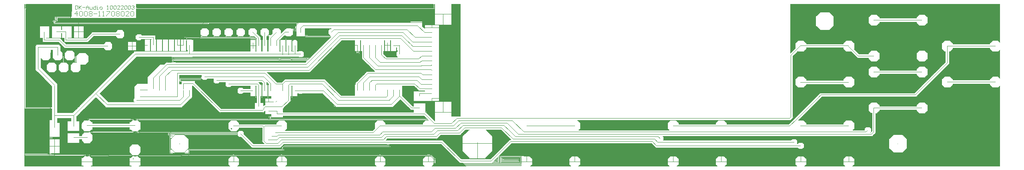
<source format=gtl>
*%FSLAX23Y23*%
*%MOIN*%
G01*
D11*
X6961Y8067D02*
X7068Y8174D01*
X8396Y8189D02*
X8546Y8339D01*
X12367Y7736D02*
X12524Y7893D01*
X6839Y8203D02*
X6649Y8014D01*
Y8079D02*
X6533Y7963D01*
X6672Y8102D02*
X6839Y8268D01*
X6649Y8079D02*
X6522Y7952D01*
X9840Y7404D02*
X9948Y7512D01*
X9531Y7381D02*
X9428Y7484D01*
X6849Y7414D02*
X6847D01*
X6849D02*
X6867D01*
X6869D01*
X6867Y7406D02*
X6849D01*
X7141Y7424D02*
X7178D01*
X7183D01*
X7141Y7458D02*
X7140D01*
Y7452D02*
X7141D01*
Y7450D02*
X7140D01*
X7178Y7421D02*
X7186D01*
X7197D01*
X7240D01*
X7141Y7420D02*
X6887D01*
X7141D02*
X7178D01*
X7187D01*
X7196D01*
X7240D01*
X6829D02*
X6532D01*
X6467Y7406D02*
X6450D01*
X6164Y7428D02*
X6159D01*
X6164D02*
X6200D01*
X6230D01*
X6447Y7420D02*
X6449D01*
X6450D01*
Y7418D02*
X6449D01*
X6467Y7420D02*
X6469D01*
X6471D01*
X6473D01*
X6475D01*
X6632D01*
X6469Y7418D02*
X6467D01*
X6469D02*
X6471D01*
X6473D01*
X6471Y7416D02*
X6469D01*
X6164Y7425D02*
X6159D01*
X6161D02*
X6164D01*
X6200D01*
X6230D01*
X6445D01*
X6447D01*
X6449D01*
X6450D01*
X6491Y7324D02*
X6825D01*
X6823Y7326D02*
X6493D01*
X6504Y7328D02*
X6812D01*
Y7330D02*
X6504D01*
Y7332D02*
X6812D01*
Y7334D02*
X6504D01*
Y7336D02*
X6812D01*
Y7338D02*
X6504D01*
Y7340D02*
X6812D01*
Y7342D02*
X6504D01*
Y7344D02*
X6812D01*
Y7346D02*
X6504D01*
Y7348D02*
X6812D01*
Y7350D02*
X6504D01*
Y7352D02*
X6812D01*
X6826Y7323D02*
X6490D01*
X6504Y7354D02*
X6812D01*
Y7356D02*
X6504D01*
Y7358D02*
X6812D01*
Y7360D02*
X6504D01*
Y7362D02*
X6812D01*
Y7364D02*
X6504D01*
Y7366D02*
X6812D01*
Y7368D02*
X6504D01*
Y7370D02*
X6812D01*
Y7372D02*
X6504D01*
Y7374D02*
X6812D01*
Y7376D02*
X6504D01*
Y7378D02*
X6812D01*
Y7380D02*
X6504D01*
Y7382D02*
X6812D01*
Y7384D02*
X6504D01*
Y7386D02*
X6812D01*
Y7388D02*
X6504D01*
Y7390D02*
X6812D01*
Y7392D02*
X6504D01*
X6493Y7394D02*
X6823D01*
X6825Y7396D02*
X6491D01*
X6489Y7398D02*
X6827D01*
X6829Y7400D02*
X6487D01*
X6485Y7402D02*
X6831D01*
X6833Y7404D02*
X6483D01*
X6481Y7406D02*
X6835D01*
X6425Y7324D02*
X5937D01*
X6891D02*
X7646D01*
X7712D02*
X8046D01*
X8112D02*
X8866D01*
X8932D02*
X9266D01*
X10153D02*
X10487D01*
X10553D02*
X11307D01*
X11373D02*
X11707D01*
X11773D02*
X12370D01*
X12436D02*
X12770D01*
X12836D02*
X14062D01*
X6423Y7326D02*
X5937D01*
X6893D02*
X7644D01*
X7714D02*
X8044D01*
X8114D02*
X8864D01*
X8934D02*
X9264D01*
X10155D02*
X10485D01*
X10555D02*
X11305D01*
X11375D02*
X11705D01*
X11775D02*
X12368D01*
X12438D02*
X12768D01*
X12838D02*
X14062D01*
X6412Y7328D02*
X5937D01*
X6904D02*
X7633D01*
X7642D01*
X7716D02*
X7725D01*
X8033D01*
X8042D01*
X8116D02*
X8125D01*
X8853D01*
X8862D01*
X8936D02*
X8945D01*
X9253D01*
X9262D01*
X10157D02*
X10166D01*
X10474D01*
X10483D01*
X10557D02*
X10566D01*
X11294D01*
X11303D01*
X11377D02*
X11386D01*
X11694D01*
X11703D01*
X11777D02*
X11786D01*
X12357D01*
X12366D01*
X12440D02*
X12449D01*
X12757D01*
X12766D01*
X12840D02*
X12849D01*
X14062D01*
X6412Y7330D02*
X5937D01*
X6904D02*
X7633D01*
X7640D01*
X7718D02*
X7725D01*
X8033D01*
X8040D01*
X8118D02*
X8125D01*
X8853D01*
X8860D01*
X8938D02*
X8945D01*
X9253D01*
X9260D01*
X10159D02*
X10166D01*
X10474D01*
X10481D01*
X10559D02*
X10566D01*
X11294D01*
X11301D01*
X11379D02*
X11386D01*
X11694D01*
X11701D01*
X11779D02*
X11786D01*
X12357D01*
X12364D01*
X12442D02*
X12449D01*
X12757D01*
X12764D01*
X12842D02*
X12849D01*
X14062D01*
X6412Y7332D02*
X5937D01*
X6904D02*
X7633D01*
X7725D02*
X8033D01*
X8125D02*
X8853D01*
X8945D02*
X9253D01*
X10166D02*
X10474D01*
X10566D02*
X11294D01*
X11386D02*
X11694D01*
X11786D02*
X12357D01*
X12449D02*
X12757D01*
X12849D02*
X14062D01*
X6412Y7334D02*
X5937D01*
X6904D02*
X7633D01*
X7725D02*
X8033D01*
X8125D02*
X8853D01*
X8945D02*
X9253D01*
X10166D02*
X10474D01*
X10566D02*
X11294D01*
X11386D02*
X11694D01*
X11786D02*
X12357D01*
X12449D02*
X12757D01*
X12849D02*
X14062D01*
X6412Y7336D02*
X5937D01*
X6904D02*
X7633D01*
X7725D02*
X8033D01*
X8125D02*
X8853D01*
X8945D02*
X9253D01*
X10166D02*
X10474D01*
X10566D02*
X11294D01*
X11386D02*
X11694D01*
X11786D02*
X12357D01*
X12449D02*
X12757D01*
X12849D02*
X14062D01*
X6412Y7338D02*
X5937D01*
X6904D02*
X7633D01*
X7725D02*
X8033D01*
X8125D02*
X8853D01*
X8945D02*
X9253D01*
X10166D02*
X10474D01*
X10566D02*
X11294D01*
X11386D02*
X11694D01*
X11786D02*
X12357D01*
X12449D02*
X12757D01*
X12849D02*
X14062D01*
X6412Y7340D02*
X5937D01*
X6904D02*
X7633D01*
X7725D02*
X8033D01*
X8125D02*
X8853D01*
X8945D02*
X9253D01*
X10166D02*
X10474D01*
X10566D02*
X11294D01*
X11386D02*
X11694D01*
X11786D02*
X12357D01*
X12449D02*
X12757D01*
X12849D02*
X14062D01*
X6412Y7342D02*
X5937D01*
X6904D02*
X7633D01*
X7725D02*
X8033D01*
X8125D02*
X8853D01*
X8945D02*
X9253D01*
X10166D02*
X10474D01*
X10566D02*
X11294D01*
X11386D02*
X11694D01*
X11786D02*
X12357D01*
X12449D02*
X12757D01*
X12849D02*
X14062D01*
X6412Y7344D02*
X5937D01*
X6904D02*
X7633D01*
X7725D02*
X8033D01*
X8125D02*
X8853D01*
X8945D02*
X9253D01*
X10166D02*
X10474D01*
X10566D02*
X11294D01*
X11386D02*
X11694D01*
X11786D02*
X12357D01*
X12449D02*
X12757D01*
X12849D02*
X14062D01*
X6412Y7346D02*
X5937D01*
X6904D02*
X7633D01*
X7725D02*
X8033D01*
X8125D02*
X8853D01*
X8945D02*
X9253D01*
X10166D02*
X10474D01*
X10566D02*
X11294D01*
X11386D02*
X11694D01*
X11786D02*
X12357D01*
X12449D02*
X12757D01*
X12849D02*
X14062D01*
X6412Y7348D02*
X5937D01*
X6904D02*
X7633D01*
X7725D02*
X8033D01*
X8125D02*
X8853D01*
X8945D02*
X9253D01*
X10166D02*
X10474D01*
X10566D02*
X11294D01*
X11386D02*
X11694D01*
X11786D02*
X12357D01*
X12449D02*
X12757D01*
X12849D02*
X14062D01*
X6412Y7350D02*
X5937D01*
X6904D02*
X7633D01*
X7725D02*
X8033D01*
X8125D02*
X8853D01*
X8945D02*
X9253D01*
X10166D02*
X10474D01*
X10566D02*
X11294D01*
X11386D02*
X11694D01*
X11786D02*
X12357D01*
X12449D02*
X12757D01*
X12849D02*
X14062D01*
X6412Y7352D02*
X5937D01*
X6904D02*
X7633D01*
X7725D02*
X8033D01*
X8125D02*
X8853D01*
X8945D02*
X9253D01*
X10166D02*
X10474D01*
X10566D02*
X11294D01*
X11386D02*
X11694D01*
X11786D02*
X12357D01*
X12449D02*
X12757D01*
X12849D02*
X14062D01*
X6426Y7323D02*
X5937D01*
X6890D02*
X7647D01*
X7711D02*
X8047D01*
X8111D02*
X8867D01*
X8931D02*
X9267D01*
X10152D02*
X10488D01*
X10552D02*
X11308D01*
X11372D02*
X11708D01*
X11772D02*
X12371D01*
X12435D02*
X12771D01*
X12835D02*
X14062D01*
X6412Y7354D02*
X5937D01*
X6904D02*
X7633D01*
X7725D02*
X8033D01*
X8125D02*
X8853D01*
X8945D02*
X9253D01*
X10166D02*
X10474D01*
X10566D02*
X11294D01*
X11386D02*
X11694D01*
X11786D02*
X12357D01*
X12449D02*
X12757D01*
X12849D02*
X14062D01*
X6412Y7356D02*
X5937D01*
X6904D02*
X7633D01*
X7725D02*
X8033D01*
X8125D02*
X8853D01*
X8945D02*
X9253D01*
X10166D02*
X10474D01*
X10566D02*
X11294D01*
X11386D02*
X11694D01*
X11786D02*
X12357D01*
X12449D02*
X12757D01*
X12849D02*
X14062D01*
X6412Y7358D02*
X5937D01*
X6904D02*
X7633D01*
X7725D02*
X8033D01*
X8125D02*
X8853D01*
X8945D02*
X9253D01*
X10166D02*
X10474D01*
X10566D02*
X11294D01*
X11386D02*
X11694D01*
X11786D02*
X12357D01*
X12449D02*
X12757D01*
X12849D02*
X14062D01*
X6412Y7360D02*
X5937D01*
X6904D02*
X7633D01*
X7725D02*
X8033D01*
X8125D02*
X8853D01*
X8945D02*
X9253D01*
X10166D02*
X10474D01*
X10566D02*
X11294D01*
X11386D02*
X11694D01*
X11786D02*
X12357D01*
X12449D02*
X12757D01*
X12849D02*
X14062D01*
X6412Y7362D02*
X5937D01*
X6904D02*
X7633D01*
X7725D02*
X8033D01*
X8125D02*
X8853D01*
X8945D02*
X9253D01*
X10166D02*
X10474D01*
X10566D02*
X11294D01*
X11386D02*
X11694D01*
X11786D02*
X12357D01*
X12449D02*
X12757D01*
X12849D02*
X14062D01*
X6412Y7364D02*
X5937D01*
X6904D02*
X7633D01*
X7725D02*
X8033D01*
X8125D02*
X8853D01*
X8945D02*
X9253D01*
X10166D02*
X10474D01*
X10566D02*
X11294D01*
X11386D02*
X11694D01*
X11786D02*
X12357D01*
X12449D02*
X12757D01*
X12849D02*
X14062D01*
X6412Y7366D02*
X5937D01*
X6904D02*
X7633D01*
X7725D02*
X8033D01*
X8125D02*
X8853D01*
X8945D02*
X9253D01*
X10166D02*
X10474D01*
X10566D02*
X11294D01*
X11386D02*
X11694D01*
X11786D02*
X12357D01*
X12449D02*
X12757D01*
X12849D02*
X14062D01*
X6412Y7368D02*
X5937D01*
X6904D02*
X7633D01*
X7725D02*
X8033D01*
X8125D02*
X8853D01*
X8945D02*
X9253D01*
X10166D02*
X10474D01*
X10566D02*
X11294D01*
X11386D02*
X11694D01*
X11786D02*
X12357D01*
X12449D02*
X12757D01*
X12849D02*
X14062D01*
X6412Y7370D02*
X5937D01*
X6904D02*
X7633D01*
X7725D02*
X8033D01*
X8125D02*
X8853D01*
X8945D02*
X9253D01*
X10166D02*
X10474D01*
X10566D02*
X11294D01*
X11386D02*
X11694D01*
X11786D02*
X12357D01*
X12449D02*
X12757D01*
X12849D02*
X14062D01*
X6412Y7372D02*
X5937D01*
X6904D02*
X7633D01*
X7725D02*
X8033D01*
X8125D02*
X8853D01*
X8945D02*
X9253D01*
X10166D02*
X10474D01*
X10566D02*
X11294D01*
X11386D02*
X11694D01*
X11786D02*
X12357D01*
X12449D02*
X12757D01*
X12849D02*
X14062D01*
X6412Y7374D02*
X5937D01*
X6904D02*
X7633D01*
X7725D02*
X8033D01*
X8125D02*
X8853D01*
X8945D02*
X9253D01*
X10166D02*
X10474D01*
X10566D02*
X11294D01*
X11386D02*
X11694D01*
X11786D02*
X12357D01*
X12449D02*
X12757D01*
X12849D02*
X14062D01*
X6412Y7376D02*
X5937D01*
X6904D02*
X7633D01*
X7725D02*
X8033D01*
X8125D02*
X8853D01*
X8945D02*
X9253D01*
X10166D02*
X10474D01*
X10566D02*
X11294D01*
X11386D02*
X11694D01*
X11786D02*
X12357D01*
X12449D02*
X12757D01*
X12849D02*
X14062D01*
X6412Y7378D02*
X5937D01*
X6904D02*
X7633D01*
X7725D02*
X8033D01*
X8125D02*
X8853D01*
X8945D02*
X9253D01*
X10166D02*
X10474D01*
X10566D02*
X11294D01*
X11386D02*
X11694D01*
X11786D02*
X12357D01*
X12449D02*
X12757D01*
X12849D02*
X14062D01*
X6412Y7380D02*
X5937D01*
X6904D02*
X7633D01*
X7725D02*
X8033D01*
X8125D02*
X8853D01*
X8945D02*
X9253D01*
X10166D02*
X10474D01*
X10566D02*
X11294D01*
X11386D02*
X11694D01*
X11786D02*
X12357D01*
X12449D02*
X12757D01*
X12849D02*
X14062D01*
X6412Y7382D02*
X5937D01*
X6904D02*
X7633D01*
X7725D02*
X8033D01*
X8125D02*
X8853D01*
X8945D02*
X9253D01*
X10166D02*
X10474D01*
X10566D02*
X11294D01*
X11386D02*
X11694D01*
X11786D02*
X12357D01*
X12449D02*
X12757D01*
X12849D02*
X14062D01*
X6412Y7384D02*
X5937D01*
X6904D02*
X7633D01*
X7725D02*
X8033D01*
X8125D02*
X8853D01*
X8945D02*
X9253D01*
X10166D02*
X10474D01*
X10566D02*
X11294D01*
X11386D02*
X11694D01*
X11786D02*
X12357D01*
X12449D02*
X12757D01*
X12849D02*
X14062D01*
X6412Y7386D02*
X5937D01*
X6904D02*
X7633D01*
X7725D02*
X8033D01*
X8125D02*
X8853D01*
X8945D02*
X9253D01*
X10166D02*
X10474D01*
X10566D02*
X11294D01*
X11386D02*
X11694D01*
X11786D02*
X12357D01*
X12449D02*
X12757D01*
X12849D02*
X14062D01*
X6412Y7388D02*
X5937D01*
X6904D02*
X7633D01*
X7725D02*
X8033D01*
X8125D02*
X8853D01*
X8945D02*
X9253D01*
X10166D02*
X10474D01*
X10566D02*
X11294D01*
X11386D02*
X11694D01*
X11786D02*
X12357D01*
X12449D02*
X12757D01*
X12849D02*
X14062D01*
X6412Y7390D02*
X5937D01*
X6904D02*
X7633D01*
X7640D01*
X7718D02*
X7725D01*
X8033D01*
X8040D01*
X8118D02*
X8125D01*
X8853D01*
X8860D01*
X8938D02*
X8945D01*
X9253D01*
X9260D01*
X10159D02*
X10166D01*
X10474D01*
X10481D01*
X10559D02*
X10566D01*
X11294D01*
X11301D01*
X11379D02*
X11386D01*
X11694D01*
X11701D01*
X11779D02*
X11786D01*
X12357D01*
X12364D01*
X12442D02*
X12449D01*
X12757D01*
X12764D01*
X12842D02*
X12849D01*
X14062D01*
X6412Y7392D02*
X5937D01*
X6904D02*
X7633D01*
X7642D01*
X7716D02*
X7725D01*
X8033D01*
X8042D01*
X8116D02*
X8125D01*
X8853D01*
X8862D01*
X8936D02*
X8945D01*
X9253D01*
X9262D01*
X10157D02*
X10166D01*
X10474D01*
X10483D01*
X10557D02*
X10566D01*
X11294D01*
X11303D01*
X11377D02*
X11386D01*
X11694D01*
X11703D01*
X11777D02*
X11786D01*
X12357D01*
X12366D01*
X12440D02*
X12449D01*
X12757D01*
X12766D01*
X12840D02*
X12849D01*
X14062D01*
X6423Y7394D02*
X5937D01*
X6893D02*
X7644D01*
X7714D02*
X8044D01*
X8114D02*
X8864D01*
X8934D02*
X9264D01*
X10155D02*
X10485D01*
X10555D02*
X11305D01*
X11375D02*
X11705D01*
X11775D02*
X12368D01*
X12438D02*
X12768D01*
X12838D02*
X14062D01*
X6425Y7396D02*
X5937D01*
X6891D02*
X7646D01*
X7712D02*
X8046D01*
X8112D02*
X8866D01*
X8932D02*
X9266D01*
X10153D02*
X10487D01*
X10553D02*
X11307D01*
X11373D02*
X11707D01*
X11773D02*
X12370D01*
X12436D02*
X12770D01*
X12836D02*
X14062D01*
X6427Y7398D02*
X5937D01*
X6889D02*
X7648D01*
X7710D02*
X8048D01*
X8110D02*
X8868D01*
X8930D02*
X9268D01*
X10151D02*
X10489D01*
X10551D02*
X11309D01*
X11371D02*
X11709D01*
X11771D02*
X12372D01*
X12434D02*
X12772D01*
X12834D02*
X14062D01*
X6429Y7400D02*
X5937D01*
X6887D02*
X7650D01*
X7708D02*
X8050D01*
X8108D02*
X8870D01*
X8928D02*
X9270D01*
X10149D02*
X10491D01*
X10549D02*
X11311D01*
X11369D02*
X11711D01*
X11769D02*
X12374D01*
X12432D02*
X12774D01*
X12832D02*
X14062D01*
X6431Y7402D02*
X5937D01*
X6885D02*
X7652D01*
X7706D02*
X8052D01*
X8106D02*
X8872D01*
X8926D02*
X9272D01*
X10147D02*
X10493D01*
X10547D02*
X11313D01*
X11367D02*
X11713D01*
X11767D02*
X12376D01*
X12430D02*
X12776D01*
X12830D02*
X14062D01*
X6433Y7404D02*
X5937D01*
X6883D02*
X7654D01*
X7704D02*
X8054D01*
X8104D02*
X8874D01*
X8924D02*
X9274D01*
X10145D02*
X10495D01*
X10545D02*
X11315D01*
X11365D02*
X11715D01*
X11765D02*
X12378D01*
X12428D02*
X12778D01*
X12828D02*
X14062D01*
X6435Y7406D02*
X5937D01*
X6881D02*
X7656D01*
X7702D02*
X8056D01*
X8102D02*
X8876D01*
X8922D02*
X9276D01*
X10143D02*
X10497D01*
X10543D02*
X11317D01*
X11363D02*
X11717D01*
X11763D02*
X12380D01*
X12426D02*
X12780D01*
X12826D02*
X14062D01*
Y7408D02*
X9898D01*
Y7410D02*
X14062D01*
Y7412D02*
X9898D01*
Y7414D02*
X14062D01*
Y7416D02*
X9898D01*
X9900Y7418D02*
X14062D01*
Y7420D02*
X9902D01*
X9904Y7422D02*
X14062D01*
Y7424D02*
X9906D01*
X9908Y7426D02*
X14062D01*
X6144Y7428D02*
X5937D01*
X9910D02*
X14062D01*
X6144Y7430D02*
X5937D01*
X9912D02*
X14062D01*
X6144Y7432D02*
X5937D01*
X9914D02*
X14062D01*
X6144Y7434D02*
X5937D01*
X9916D02*
X14062D01*
X6144Y7436D02*
X5937D01*
X9918D02*
X13174D01*
X13252D02*
X14062D01*
X6144Y7438D02*
X5937D01*
X9920D02*
X13172D01*
X13254D02*
X14062D01*
X6144Y7440D02*
X5937D01*
X9922D02*
X13170D01*
X13256D02*
X14062D01*
X6144Y7442D02*
X5937D01*
X9924D02*
X13168D01*
X13258D02*
X14062D01*
X6144Y7444D02*
X5937D01*
X9926D02*
X13166D01*
X13260D02*
X14062D01*
X6144Y7446D02*
X5937D01*
X9928D02*
X13164D01*
X13262D02*
X14062D01*
X6144Y7448D02*
X5937D01*
X9930D02*
X13162D01*
X13264D02*
X14062D01*
X6144Y7450D02*
X5937D01*
X9932D02*
X13160D01*
X13266D02*
X14062D01*
X6144Y7452D02*
X5937D01*
X9934D02*
X13158D01*
X13268D02*
X14062D01*
X6144Y7454D02*
X5937D01*
X9936D02*
X13156D01*
X13270D02*
X14062D01*
X6144Y7456D02*
X5937D01*
X9938D02*
X13154D01*
X13272D02*
X14062D01*
X6144Y7458D02*
X5937D01*
X9940D02*
X13152D01*
X13274D02*
X14062D01*
X6144Y7460D02*
X5937D01*
X9942D02*
X13150D01*
X13276D02*
X14062D01*
X13250Y7435D02*
X13176D01*
X7266D02*
X7192D01*
X12780Y7406D02*
X12826D01*
X12426D02*
X12380D01*
X11763D02*
X11717D01*
X11363D02*
X11317D01*
X10543D02*
X10497D01*
X10143D02*
X10097D01*
X9322D02*
X9276D01*
X8922D02*
X8876D01*
X8102D02*
X8056D01*
X7702D02*
X7656D01*
X9578Y7381D02*
X9817D01*
X9772Y7385D02*
X9646D01*
X9587Y7349D02*
X9577D01*
X9563D01*
X9554D01*
X7642Y7420D02*
X7639D01*
X8039D02*
X8042D01*
X8859D02*
X8862D01*
X9328D02*
X9336D01*
X9328D02*
X9316D01*
X9314D01*
X9262D02*
X9259D01*
X7280Y7421D02*
X7272D01*
X7261D01*
X7221D01*
X7208D02*
X7206D01*
X9288Y7420D02*
X9290D01*
X9288D02*
X9286D01*
X9284D01*
X9282D01*
X9282D01*
X9270D01*
X9262D01*
X8936D01*
X8928D01*
X8916D01*
X8916D01*
X8914D01*
X8912D01*
X8910D01*
X8908D01*
X8905D01*
X8890D02*
X8888D01*
X8886D01*
X8884D01*
X8882D01*
X8882D01*
X8870D01*
X8862D01*
X8116D01*
X8108D01*
X8096D01*
X8096D01*
X8094D01*
X8092D01*
X8090D01*
X8088D01*
X8085D01*
X8070D02*
X8068D01*
X8066D01*
X8064D01*
X8062D01*
X8062D01*
X8050D01*
X8042D01*
X7716D01*
X7708D01*
X7696D01*
X7696D01*
X7694D01*
X7692D01*
X7690D01*
X7688D01*
X7685D01*
X7670D02*
X7668D01*
X7666D01*
X7664D01*
X7662D01*
X7662D01*
X7650D01*
X7642D01*
X7315D01*
X7280D01*
X7271D01*
X7262D01*
X7221D01*
X7207D02*
X7206D01*
X9357Y7375D02*
X9360D01*
Y7345D02*
X9345D01*
X8092Y7454D02*
X8083D01*
X8082D01*
X8080D01*
X8074D01*
X8072D01*
X8070D01*
X8069D01*
X8065D01*
X8064D01*
X8061D01*
X8059D01*
X8056D01*
X8055D01*
X8054D01*
X8052D01*
X8050D01*
X8044D01*
X8042D01*
X8041D01*
X7967D01*
X7939D02*
X7936D01*
X7939D02*
X7967D01*
X7939D02*
X7935D01*
X7917D01*
X7889D02*
X7886D01*
X7907D02*
X7917D01*
X7907D02*
X7904D01*
X7889D01*
X7885D01*
X7858D01*
X7857D01*
X7857D01*
X7855D01*
X7854D01*
X7849D01*
X7847D01*
X7845D01*
X7844D01*
X7843D01*
X7840D01*
X7835D01*
X7834D01*
X7830D01*
X7829D01*
X7827D01*
X7825D01*
X7819D01*
X7817D01*
X7816D01*
X7807D01*
X7804D01*
X7318D01*
X7315D01*
Y7452D02*
X7318D01*
Y7450D02*
X7315D01*
X7694Y7421D02*
X7696D01*
X7694D02*
X7692D01*
X7690D01*
X7688D01*
X7670D01*
X7668D01*
X7666D01*
X7664D01*
X7662D01*
X8094D02*
X8096D01*
X8094D02*
X8092D01*
X8090D01*
X8088D01*
X8070D01*
X8068D01*
X8066D01*
X8064D01*
X8062D01*
X8914D02*
X8916D01*
X8914D02*
X8912D01*
X8910D01*
X8908D01*
X8890D01*
X8888D01*
X8886D01*
X8884D01*
X8882D01*
X9290D02*
X9314D01*
X9290D02*
X9288D01*
X9286D01*
X9284D01*
X9282D01*
X9331Y7323D02*
X9613D01*
X7315Y7424D02*
X7280D01*
X7275D01*
X6074Y7816D02*
Y8080D01*
X6072Y8082D02*
Y7816D01*
X6070D02*
Y8084D01*
X6068Y8086D02*
Y7816D01*
X6066D02*
Y8088D01*
X6064Y8090D02*
Y7816D01*
X6062D02*
Y8092D01*
X6060Y8094D02*
Y7816D01*
X6058D02*
Y8096D01*
X6056Y8098D02*
Y7816D01*
X6054D02*
Y8100D01*
X6052Y8102D02*
Y7816D01*
X6050D02*
Y8104D01*
X6048Y8106D02*
Y7816D01*
X6046D02*
Y8108D01*
X6044Y8110D02*
Y7816D01*
X6042D02*
Y8112D01*
X6040Y8113D02*
Y7816D01*
X6038D02*
Y8113D01*
X6036D02*
Y7816D01*
X6034D02*
Y8113D01*
X6032D02*
Y7816D01*
Y8113D02*
Y8120D01*
X6030Y8113D02*
Y7816D01*
Y8113D02*
Y8122D01*
X6028Y8124D02*
Y7816D01*
X6026D02*
Y8540D01*
X6024D02*
Y7816D01*
X6022D02*
Y8540D01*
X6020D02*
Y7816D01*
X6018D02*
Y8540D01*
X6016D02*
Y7816D01*
X6014D02*
Y8540D01*
X6012D02*
Y7816D01*
X6010D02*
Y8540D01*
X6008D02*
Y7816D01*
X6006D02*
Y8540D01*
X6004D02*
Y7816D01*
X6002D02*
Y8540D01*
X6000D02*
Y7816D01*
X5998D02*
Y8540D01*
X5996D02*
Y7816D01*
X5994D02*
Y8540D01*
X5992D02*
Y7816D01*
X5990D02*
Y8540D01*
X5988D02*
Y7816D01*
X5986D02*
Y8540D01*
X5984D02*
Y7816D01*
X5982D02*
Y8540D01*
X5980D02*
Y7816D01*
X5978D02*
Y8540D01*
X5976D02*
Y7816D01*
X5974D02*
Y8540D01*
X5972D02*
Y7816D01*
X5970D02*
Y8540D01*
X5968D02*
Y7816D01*
X5966D02*
Y8540D01*
X5964D02*
Y7816D01*
X5962D02*
Y8540D01*
X5960D02*
Y7816D01*
X5958D02*
Y8540D01*
X5956D02*
Y7816D01*
X5954D02*
Y8540D01*
X5952D02*
Y7816D01*
X6028Y8122D02*
Y8124D01*
Y8148D01*
X5951Y7816D02*
Y8540D01*
X6028Y8136D02*
Y8133D01*
Y8136D02*
Y8148D01*
Y8304D01*
X6074Y8148D02*
Y8146D01*
Y8148D02*
Y8223D01*
Y8509D02*
Y8624D01*
X6072D02*
Y8509D01*
X6070D02*
Y8624D01*
X6068D02*
Y8509D01*
X6066D02*
Y8624D01*
X6064D02*
Y8509D01*
X6062D02*
Y8624D01*
X6060D02*
Y8509D01*
X6058D02*
Y8624D01*
X6056D02*
Y8509D01*
X6054D02*
Y8624D01*
X6052D02*
Y8509D01*
X6050D02*
Y8624D01*
X6048D02*
Y8509D01*
X6046D02*
Y8624D01*
X6044D02*
Y8509D01*
X6042D02*
Y8624D01*
X6040D02*
Y8509D01*
X6038D02*
Y8624D01*
X6036D02*
Y8509D01*
X6034D02*
Y8624D01*
X6032D02*
Y8509D01*
X6030D02*
Y8624D01*
X6028D02*
Y8509D01*
X6026D02*
Y8624D01*
X6024D02*
Y8509D01*
X6022D02*
Y8624D01*
X6020D02*
Y8509D01*
X6018D02*
Y8624D01*
X6016D02*
Y8509D01*
X6014D02*
Y8624D01*
X6012D02*
Y8509D01*
X6010D02*
Y8624D01*
X6008D02*
Y8509D01*
X6006D02*
Y8624D01*
X6004D02*
Y8509D01*
X6002D02*
Y8624D01*
X6000D02*
Y8509D01*
X5998D02*
Y8624D01*
X5996D02*
Y8509D01*
X5994D02*
Y8624D01*
X5992D02*
Y8509D01*
X5990D02*
Y8624D01*
X5988D02*
Y8509D01*
X5986D02*
Y8624D01*
X5984D02*
Y8509D01*
X5982D02*
Y8624D01*
X5980D02*
Y8509D01*
X5978D02*
Y8624D01*
X5976D02*
Y8509D01*
X5974D02*
Y8624D01*
X5972D02*
Y8509D01*
X5970D02*
Y8624D01*
X5968D02*
Y8509D01*
X5966D02*
Y8624D01*
X5964D02*
Y8509D01*
X5962D02*
Y8624D01*
X5960D02*
Y8509D01*
X5958D02*
Y8624D01*
X5956D02*
Y8509D01*
X5954D02*
Y8624D01*
X5952D02*
Y8509D01*
X5951D02*
Y8624D01*
X5937Y8676D02*
Y7323D01*
X6015Y8312D02*
Y8513D01*
X6028Y8315D02*
Y8312D01*
X6063Y8394D02*
Y8494D01*
X6016Y8518D02*
Y8312D01*
X6018D02*
Y8528D01*
X6020D02*
Y8312D01*
X6022D02*
Y8528D01*
X6024D02*
Y8312D01*
X6026D02*
Y8528D01*
X6028D02*
Y8326D01*
Y8312D01*
X6030Y8338D02*
Y8528D01*
Y8338D02*
Y8328D01*
X6032Y8338D02*
Y8528D01*
Y8338D02*
Y8330D01*
X6034Y8338D02*
Y8528D01*
X6036D02*
Y8338D01*
X6038D02*
Y8528D01*
X6040D02*
Y8338D01*
X6042D02*
Y8528D01*
X6044D02*
Y8338D01*
X6046D02*
Y8528D01*
X6048D02*
Y8338D01*
X6050D02*
Y8528D01*
X6052D02*
Y8338D01*
X6054Y8494D02*
Y8528D01*
Y8494D02*
Y8394D01*
Y8338D01*
X6056Y8494D02*
Y8528D01*
Y8494D02*
Y8394D01*
Y8338D01*
X6058Y8494D02*
Y8528D01*
Y8494D02*
Y8394D01*
Y8338D01*
X6060Y8494D02*
Y8528D01*
Y8494D02*
Y8394D01*
Y8338D01*
X6062Y8494D02*
Y8528D01*
Y8494D02*
Y8394D01*
Y8338D01*
X6064Y8494D02*
Y8528D01*
Y8394D02*
Y8338D01*
X6066Y8494D02*
Y8528D01*
Y8394D02*
Y8338D01*
X6068Y8494D02*
Y8528D01*
Y8394D02*
Y8338D01*
X6070Y8494D02*
Y8528D01*
Y8394D02*
Y8338D01*
X6072Y8494D02*
Y8528D01*
Y8394D02*
Y8338D01*
X6074Y8494D02*
Y8528D01*
Y8394D02*
Y8338D01*
X5951Y8616D02*
Y8676D01*
X5952D02*
Y8616D01*
X5954D02*
Y8676D01*
X5956D02*
Y8616D01*
X5958D02*
Y8676D01*
X5960D02*
Y8616D01*
X5962D02*
Y8676D01*
X5964D02*
Y8616D01*
X5966D02*
Y8676D01*
X5968D02*
Y8616D01*
X5970D02*
Y8676D01*
X5972D02*
Y8616D01*
X5974D02*
Y8676D01*
X5976D02*
Y8616D01*
X5978D02*
Y8676D01*
X5980D02*
Y8616D01*
X5982D02*
Y8676D01*
X5984D02*
Y8616D01*
X5986D02*
Y8676D01*
X5988D02*
Y8616D01*
X5990D02*
Y8676D01*
X5992D02*
Y8616D01*
X5994D02*
Y8676D01*
X5996D02*
Y8616D01*
X5998D02*
Y8676D01*
X6000D02*
Y8616D01*
X6002D02*
Y8676D01*
X6004D02*
Y8616D01*
X6006D02*
Y8676D01*
X6008D02*
Y8616D01*
X6010D02*
Y8676D01*
X6012D02*
Y8616D01*
X6014D02*
Y8676D01*
X6016D02*
Y8616D01*
X6018D02*
Y8676D01*
X6020D02*
Y8616D01*
X6022D02*
Y8676D01*
X6024D02*
Y8616D01*
X6026D02*
Y8676D01*
X6028D02*
Y8616D01*
X6030D02*
Y8676D01*
X6032D02*
Y8616D01*
X6034D02*
Y8676D01*
X6036D02*
Y8616D01*
X6038D02*
Y8676D01*
X6040D02*
Y8616D01*
X6042D02*
Y8676D01*
X6044D02*
Y8616D01*
X6046D02*
Y8676D01*
X6048D02*
Y8616D01*
X6050D02*
Y8676D01*
X6052D02*
Y8616D01*
X6054D02*
Y8676D01*
X6056D02*
Y8616D01*
X6058D02*
Y8676D01*
X6060D02*
Y8616D01*
X6062D02*
Y8676D01*
X6064D02*
Y8616D01*
X6066D02*
Y8676D01*
X6068D02*
Y8616D01*
X6070D02*
Y8676D01*
X6072D02*
Y8616D01*
X6074D02*
Y8676D01*
Y8223D02*
X6092Y8205D01*
X6074Y8146D02*
X6107Y8113D01*
X6049Y8105D02*
X6121Y8033D01*
X6049Y8105D02*
X6041Y8113D01*
X6035Y8120D01*
X6028Y8124D02*
X6040Y8113D01*
X6015Y8513D02*
X6018Y8528D01*
X6040Y8338D02*
X6028Y8326D01*
X6849Y7614D02*
X6867D01*
X6881Y7506D02*
X6835D01*
X7140Y7562D02*
X7141D01*
X6871Y7604D02*
X6869D01*
Y7602D02*
X6867D01*
X6869D02*
X6871D01*
X6873D01*
X6869Y7600D02*
X6867D01*
X6869D02*
X6871D01*
X6873D01*
X6875D01*
X6877D01*
X7132D01*
X7140Y7542D02*
X7140D01*
Y7570D02*
X7141D01*
Y7568D02*
X7140D01*
Y7478D02*
X7140D01*
X6847Y7604D02*
X6845D01*
Y7602D02*
X6843D01*
X6845D02*
X6847D01*
X6849D01*
X6839Y7600D02*
X6532D01*
X6839D02*
X6841D01*
X6843D01*
X6845D01*
X6847D01*
X6849D01*
X7132Y7579D02*
X7136D01*
X7132Y7574D02*
X7140D01*
X7141D01*
X6481Y7514D02*
X6435D01*
Y7606D02*
X6432D01*
X6435D02*
X6467D01*
X6469D01*
X6435Y7614D02*
X6432D01*
X6435D02*
X6467D01*
X6394Y7599D02*
X6294D01*
Y7517D02*
X6394D01*
Y7617D02*
X6294D01*
X6230Y7548D02*
X6158D01*
Y7567D02*
X6230D01*
X6487Y7600D02*
X6632D01*
X6412Y7545D02*
X6394D01*
Y7577D02*
X6412D01*
X6481Y7614D02*
X6835D01*
X6833Y7616D02*
X6483D01*
X6485Y7618D02*
X6831D01*
X6829Y7620D02*
X6487D01*
X6489Y7622D02*
X6827D01*
X6825Y7624D02*
X6491D01*
X6493Y7626D02*
X6823D01*
X6812Y7628D02*
X6504D01*
Y7630D02*
X6812D01*
Y7632D02*
X6504D01*
Y7634D02*
X6812D01*
Y7636D02*
X6504D01*
Y7638D02*
X6812D01*
Y7640D02*
X6504D01*
Y7642D02*
X6812D01*
Y7644D02*
X6504D01*
Y7646D02*
X6812D01*
Y7647D02*
X6504D01*
X6144Y7462D02*
X5937D01*
X9944D02*
X13148D01*
X13278D02*
X14062D01*
X6144Y7464D02*
X5937D01*
X7154D02*
X7162D01*
X7296D02*
X7304D01*
X9946D02*
X13138D01*
X13146D01*
X13280D02*
X13288D01*
X14062D01*
X6144Y7466D02*
X5937D01*
X7154D02*
X7160D01*
X7298D02*
X7304D01*
X9948D02*
X12388D01*
X12416D02*
X13138D01*
X13144D01*
X13282D02*
X13288D01*
X14062D01*
X6144Y7468D02*
X5937D01*
X7304D02*
X7821D01*
X7871D01*
X7903D01*
X7921D01*
X7953D01*
X8078D01*
X9950D02*
X11186D01*
X12386D01*
X12418D02*
X13138D01*
X13288D02*
X14062D01*
X6144Y7470D02*
X5937D01*
X7304D02*
X7821D01*
X7871D01*
X7903D01*
X7921D01*
X7953D01*
X8078D01*
X9952D02*
X11186D01*
X12375D01*
X12384D01*
X12420D02*
X12429D01*
X13138D01*
X13288D02*
X14062D01*
X6144Y7472D02*
X5937D01*
X7304D02*
X7821D01*
X7835D01*
X7839D02*
X7871D01*
X7903D01*
X7921D01*
X7953D01*
X8060D01*
X8064D02*
X8078D01*
X9954D02*
X11186D01*
X11200D01*
X11204D02*
X12375D01*
X12382D01*
X12422D02*
X12429D01*
X13138D01*
X13288D02*
X14062D01*
X6144Y7474D02*
X5937D01*
X7304D02*
X7821D01*
X7833D01*
X7841D01*
X7871D01*
X7903D01*
X7921D01*
X7953D01*
X8058D01*
X8066D01*
X8078D01*
X9956D02*
X11186D01*
X11198D01*
X11206D01*
X12375D01*
X12429D02*
X13138D01*
X13288D02*
X14062D01*
X6144Y7476D02*
X5937D01*
X7304D02*
X7821D01*
X7831D01*
X7843D01*
X7871D01*
X7903D01*
X7921D01*
X7953D01*
X8056D01*
X8068D01*
X8078D01*
X9958D02*
X11186D01*
X11196D01*
X11208D01*
X12375D01*
X12429D02*
X13138D01*
X13288D02*
X14062D01*
X6144Y7478D02*
X5937D01*
X7304D02*
X7821D01*
X7829D01*
X8070D02*
X8078D01*
X9960D02*
X11186D01*
X11194D01*
X12429D02*
X13138D01*
X13288D02*
X14062D01*
X6144Y7480D02*
X5937D01*
X7304D02*
X7821D01*
X7827D01*
X8072D02*
X8078D01*
X9962D02*
X11186D01*
X11192D01*
X12429D02*
X13138D01*
X13288D02*
X14062D01*
X6144Y7482D02*
X5937D01*
X7304D02*
X7821D01*
X9964D02*
X11186D01*
X12429D02*
X13138D01*
X13288D02*
X14062D01*
X6144Y7484D02*
X5937D01*
X7304D02*
X7821D01*
X9966D02*
X11186D01*
X12429D02*
X13138D01*
X13288D02*
X14062D01*
X6144Y7486D02*
X5937D01*
X7304D02*
X7821D01*
X9968D02*
X11186D01*
X12429D02*
X13138D01*
X13288D02*
X14062D01*
X6144Y7488D02*
X5937D01*
X7304D02*
X7819D01*
X9970D02*
X11184D01*
X12429D02*
X13138D01*
X13288D02*
X14062D01*
X6144Y7490D02*
X5937D01*
X7304D02*
X7817D01*
X9972D02*
X11182D01*
X12429D02*
X13138D01*
X13288D02*
X14062D01*
X6144Y7492D02*
X5937D01*
X7304D02*
X7815D01*
X9974D02*
X11180D01*
X12429D02*
X13138D01*
X13288D02*
X14062D01*
X6144Y7494D02*
X5937D01*
X7304D02*
X7813D01*
X9976D02*
X11178D01*
X12429D02*
X13138D01*
X13288D02*
X14062D01*
X6144Y7496D02*
X5937D01*
X7304D02*
X7811D01*
X9978D02*
X11176D01*
X12429D02*
X13138D01*
X13288D02*
X14062D01*
X6144Y7498D02*
X5937D01*
X7304D02*
X7809D01*
X8090D02*
X8963D01*
X9980D02*
X11174D01*
X12429D02*
X13138D01*
X13288D02*
X14062D01*
X6144Y7500D02*
X5937D01*
X7304D02*
X7807D01*
X8092D02*
X8963D01*
X9982D02*
X11172D01*
X12429D02*
X13138D01*
X13288D02*
X14062D01*
X6144Y7502D02*
X5937D01*
X7304D02*
X7805D01*
X8094D02*
X8945D01*
X8949D02*
X8963D01*
X9984D02*
X11170D01*
X12429D02*
X13138D01*
X13288D02*
X14062D01*
X6144Y7504D02*
X5937D01*
X7304D02*
X7803D01*
X8096D02*
X8943D01*
X8951D01*
X9986D02*
X11168D01*
X12429D02*
X13138D01*
X13288D02*
X14062D01*
X6144Y7506D02*
X5937D01*
X7304D02*
X7801D01*
X8941D02*
X8953D01*
X9988D02*
X11166D01*
X12429D02*
X13138D01*
X13288D02*
X14062D01*
X6144Y7508D02*
X5937D01*
X7304D02*
X7799D01*
X9990D02*
X11164D01*
X12429D02*
X13138D01*
X13288D02*
X14062D01*
X6144Y7510D02*
X5937D01*
X7304D02*
X7797D01*
X7843D02*
X7871D01*
X7903D01*
X7916D01*
X7921D02*
X7932D01*
X9992D02*
X11162D01*
X12429D02*
X13138D01*
X13288D02*
X14062D01*
X6144Y7512D02*
X5937D01*
X7304D02*
X7795D01*
X7841D02*
X7871D01*
X7903D01*
X7916D01*
X7921D02*
X7930D01*
X12429D02*
X13138D01*
X13288D02*
X14062D01*
X6144Y7514D02*
X5937D01*
X7304D02*
X7793D01*
X7839D02*
X7871D01*
X7903D01*
X7916D01*
X7921D02*
X7928D01*
X12375D02*
X12382D01*
X12422D02*
X12429D01*
X13138D01*
X13288D02*
X14062D01*
X6144Y7516D02*
X5937D01*
X7304D02*
X7791D01*
X7837D02*
X7871D01*
X7903D01*
X7916D01*
X12375D02*
X12384D01*
X12420D02*
X12429D01*
X13138D01*
X13288D02*
X14062D01*
X6144Y7518D02*
X5937D01*
X7304D02*
X7789D01*
X7835D02*
X7871D01*
X7903D01*
X7916D01*
X12374D02*
X12386D01*
X12418D02*
X13138D01*
X13288D02*
X14062D01*
X6144Y7520D02*
X5937D01*
X7304D02*
X7787D01*
X7833D02*
X7916D01*
X7922D01*
X12374D02*
X12388D01*
X12416D02*
X13138D01*
X13288D02*
X14062D01*
X6144Y7522D02*
X5937D01*
X7304D02*
X7785D01*
X7831D02*
X7916D01*
X12374D02*
X13138D01*
X13288D02*
X14062D01*
X6144Y7524D02*
X5937D01*
X7304D02*
X7783D01*
X7829D02*
X7916D01*
X12374D02*
X13138D01*
X13288D02*
X14062D01*
X6144Y7526D02*
X5937D01*
X7304D02*
X7781D01*
X7827D02*
X7916D01*
X12374D02*
X13138D01*
X13288D02*
X14062D01*
X6144Y7528D02*
X5937D01*
X7304D02*
X7779D01*
X7825D02*
X7914D01*
X12374D02*
X13138D01*
X13288D02*
X14062D01*
X6144Y7530D02*
X5937D01*
X7304D02*
X7777D01*
X7823D02*
X7912D01*
X12374D02*
X13138D01*
X13288D02*
X14062D01*
X6144Y7532D02*
X5937D01*
X7304D02*
X7775D01*
X7821D02*
X7910D01*
X12374D02*
X13138D01*
X13288D02*
X14062D01*
X6144Y7534D02*
X5937D01*
X7304D02*
X7773D01*
X7819D02*
X7910D01*
X12374D02*
X13138D01*
X13288D02*
X14062D01*
X6144Y7536D02*
X5937D01*
X7304D02*
X7771D01*
X7817D02*
X7912D01*
X12374D02*
X13138D01*
X13288D02*
X14062D01*
X6144Y7538D02*
X5937D01*
X7304D02*
X7769D01*
X7815D02*
X7914D01*
X12374D02*
X13138D01*
X13288D02*
X14062D01*
X6144Y7540D02*
X5937D01*
X7304D02*
X7767D01*
X7813D02*
X7916D01*
X11259D02*
X12320D01*
X12374D02*
X13138D01*
X13288D02*
X14062D01*
X6144Y7542D02*
X5937D01*
X7304D02*
X7765D01*
X7811D02*
X7916D01*
X11259D02*
X12320D01*
X12374D02*
X13138D01*
X13288D02*
X14062D01*
X6144Y7544D02*
X5937D01*
X7304D02*
X7763D01*
X7809D02*
X7916D01*
X11259D02*
X12320D01*
X12328D01*
X12366D02*
X12374D01*
X13138D01*
X13288D02*
X14062D01*
X6144Y7546D02*
X5937D01*
X7304D02*
X7761D01*
X7807D02*
X7916D01*
X11259D02*
X12320D01*
X12330D01*
X12364D02*
X12374D01*
X13138D01*
X13288D02*
X14062D01*
X6144Y7548D02*
X5937D01*
X7304D02*
X7759D01*
X7805D02*
X7916D01*
X11259D02*
X12332D01*
X12363D02*
X13138D01*
X13288D02*
X14062D01*
X7921Y7517D02*
X7916D01*
X7921D02*
X7925D01*
X7921Y7477D02*
X7918D01*
X7953D02*
X8055D01*
X8069D01*
X8078D01*
X7921Y7509D02*
X7918D01*
X7871Y7477D02*
X7868D01*
X7903D02*
X7921D01*
X7871Y7509D02*
X7868D01*
X7903D02*
X7916D01*
X7921D01*
X7821Y7477D02*
X7818D01*
X7821D02*
X7830D01*
X7844D01*
X7871D01*
Y7509D02*
X7844D01*
X11258Y7539D02*
X11259D01*
X12320D01*
X12322D01*
X11195Y7477D02*
X11186D01*
X11195D02*
X11209D01*
X12375D01*
X12378D01*
X12374Y7509D02*
X12374D01*
X12374D02*
X12375D01*
X12378D01*
X6144Y7550D02*
X5937D01*
X7304D02*
X7757D01*
X7803D02*
X7916D01*
X11259D02*
X12334D01*
X12360D02*
X13138D01*
X13288D02*
X14062D01*
X6144Y7552D02*
X5937D01*
X7304D02*
X7755D01*
X7801D02*
X7916D01*
X11259D02*
X13138D01*
X13288D02*
X14062D01*
X6144Y7554D02*
X5937D01*
X7154D02*
X7160D01*
X7298D02*
X7304D01*
X7753D01*
X7799D02*
X7916D01*
X11259D02*
X13138D01*
X13144D01*
X13282D02*
X13288D01*
X14062D01*
X6144Y7556D02*
X5937D01*
X7154D02*
X7162D01*
X7296D02*
X7304D01*
X7751D01*
X7797D02*
X7916D01*
X11259D02*
X13138D01*
X13146D01*
X13280D02*
X13288D01*
X14062D01*
X6144Y7558D02*
X5937D01*
X7294D02*
X7749D01*
X7795D02*
X7916D01*
X11259D02*
X13148D01*
X13278D02*
X14062D01*
X6144Y7560D02*
X5937D01*
X7292D02*
X7747D01*
X7793D02*
X7916D01*
X11259D02*
X13150D01*
X13276D02*
X14062D01*
X6144Y7562D02*
X5937D01*
X7290D02*
X7745D01*
X7791D02*
X7916D01*
X11259D02*
X12901D01*
X12916D01*
X12933D01*
X12948D01*
X13008D01*
X13152D01*
X13274D02*
X14062D01*
X6144Y7564D02*
X5937D01*
X7288D02*
X7743D01*
X7789D02*
X7916D01*
X11259D02*
X12901D01*
X12916D01*
X12933D01*
X12948D01*
X13008D01*
X13154D01*
X13272D02*
X14062D01*
X6144Y7566D02*
X5937D01*
X7286D02*
X7724D01*
X7787D02*
X7916D01*
X11259D02*
X12901D01*
X12916D01*
X12933D01*
X12948D01*
X12991D01*
X12993D02*
X13008D01*
X13156D01*
X13270D02*
X14062D01*
X6144Y7568D02*
X5937D01*
X7284D02*
X7722D01*
X7785D02*
X7916D01*
X11259D02*
X12901D01*
X12916D01*
X12933D01*
X12948D01*
X12989D01*
X12995D02*
X13008D01*
X13158D01*
X13268D02*
X14062D01*
X6144Y7570D02*
X5937D01*
X7282D02*
X7710D01*
X7720D01*
X7783D02*
X7916D01*
X11259D02*
X12901D01*
X12916D01*
X12933D01*
X12948D01*
X12987D01*
X12997D01*
X13008D01*
X13160D01*
X13266D02*
X14062D01*
X6144Y7572D02*
X5937D01*
X7280D02*
X7710D01*
X7718D01*
X7781D02*
X7916D01*
X13008D02*
X13162D01*
X13264D02*
X14062D01*
X6144Y7574D02*
X5937D01*
X7278D02*
X7710D01*
X7779D02*
X7916D01*
X13001D02*
X13008D01*
X13164D01*
X13262D02*
X14062D01*
X6144Y7576D02*
X5937D01*
X7276D02*
X7710D01*
X7777D02*
X7916D01*
X13008D02*
X13166D01*
X13260D02*
X14062D01*
X6144Y7578D02*
X5937D01*
X7274D02*
X7710D01*
X7775D02*
X7916D01*
X13008D02*
X13168D01*
X13258D02*
X14062D01*
X6144Y7580D02*
X5937D01*
X7272D02*
X7710D01*
X7773D02*
X7916D01*
X13008D02*
X13170D01*
X13256D02*
X14062D01*
X6144Y7582D02*
X5937D01*
X7270D02*
X7710D01*
X7771D02*
X7916D01*
X13009D02*
X13028D01*
X13172D01*
X13254D02*
X14062D01*
X6144Y7584D02*
X5937D01*
X7268D02*
X7710D01*
X7769D02*
X7916D01*
X13011D02*
X13028D01*
X13174D01*
X13252D02*
X14062D01*
X6144Y7586D02*
X5937D01*
X7767D02*
X7916D01*
X13013D02*
X13028D01*
X14062D01*
X6144Y7588D02*
X5937D01*
X7765D02*
X7916D01*
X13015D02*
X13028D01*
X14062D01*
X6144Y7590D02*
X5937D01*
X7764D02*
X7916D01*
X13017D02*
X13028D01*
X14062D01*
X6144Y7592D02*
X5937D01*
X7764D02*
X7916D01*
X13028D02*
X14062D01*
X6144Y7594D02*
X5937D01*
X7764D02*
X7916D01*
X13021D02*
X13028D01*
X14062D01*
X6144Y7596D02*
X5937D01*
X7764D02*
X7916D01*
X13028D02*
X14062D01*
X6144Y7598D02*
X5937D01*
X7764D02*
X7916D01*
X13028D02*
X14062D01*
X6144Y7600D02*
X5937D01*
X7764D02*
X7916D01*
X13028D02*
X14062D01*
X6144Y7602D02*
X5937D01*
X7764D02*
X7916D01*
X13029D02*
X14062D01*
X6144Y7604D02*
X5937D01*
X7764D02*
X7916D01*
X13031D02*
X14062D01*
X6144Y7606D02*
X5937D01*
X7764D02*
X7916D01*
X13033D02*
X14062D01*
X6144Y7608D02*
X5937D01*
X7764D02*
X7916D01*
X13028D02*
X13035D01*
X14062D01*
X6144Y7610D02*
X5937D01*
X7764D02*
X7916D01*
X13033D02*
X14062D01*
X6144Y7612D02*
X5937D01*
X7764D02*
X7916D01*
X13031D02*
X14062D01*
X6144Y7614D02*
X5937D01*
X6881D02*
X7656D01*
X7702D02*
X7710D01*
X7718D01*
X7756D02*
X7764D01*
X7916D01*
X12989D02*
X12995D01*
X13029D02*
X14062D01*
X6144Y7616D02*
X5937D01*
X6883D02*
X7654D01*
X7704D02*
X7710D01*
X7720D01*
X7754D02*
X7764D01*
X7916D01*
X12989D02*
X12996D01*
X13028D02*
X14062D01*
X6144Y7618D02*
X5937D01*
X6885D02*
X7652D01*
X7706D02*
X7722D01*
X7752D02*
X7916D01*
X12989D02*
X12996D01*
X13028D02*
X14062D01*
X6144Y7620D02*
X5937D01*
X6887D02*
X7650D01*
X7708D02*
X7724D01*
X7750D02*
X7916D01*
X8108D02*
X8836D01*
X12989D02*
X12996D01*
X13028D02*
X14062D01*
X6144Y7622D02*
X5937D01*
X6889D02*
X7648D01*
X7710D02*
X7916D01*
X8110D02*
X8838D01*
X12989D02*
X12996D01*
X13028D02*
X14062D01*
X6144Y7624D02*
X5937D01*
X6891D02*
X7646D01*
X7712D02*
X7916D01*
X8112D02*
X8840D01*
X12989D02*
X12996D01*
X13028D02*
X14062D01*
X6144Y7626D02*
X5937D01*
X6893D02*
X7644D01*
X7714D02*
X7916D01*
X8114D02*
X8842D01*
X10555D02*
X11305D01*
X12838D02*
X12935D01*
X12989D02*
X12996D01*
X13028D02*
X14062D01*
X6144Y7628D02*
X5937D01*
X6904D02*
X7633D01*
X7642D01*
X7716D02*
X7725D01*
X7916D01*
X8116D02*
X8125D01*
X8844D01*
X10557D02*
X10566D01*
X11294D01*
X11303D01*
X12840D02*
X12849D01*
X12935D01*
X12989D02*
X12996D01*
X13028D02*
X14062D01*
X6144Y7630D02*
X5937D01*
X6904D02*
X7633D01*
X7640D01*
X7718D02*
X7725D01*
X7916D01*
X8118D02*
X8125D01*
X8846D01*
X10559D02*
X10566D01*
X11294D01*
X11301D01*
X12842D02*
X12849D01*
X12935D01*
X12989D02*
X12996D01*
X13028D02*
X14062D01*
X6144Y7632D02*
X5937D01*
X6904D02*
X7633D01*
X7725D02*
X7916D01*
X8125D02*
X8848D01*
X10566D02*
X11294D01*
X12849D02*
X12935D01*
X12989D02*
X12996D01*
X13028D02*
X14062D01*
X6144Y7634D02*
X5937D01*
X6904D02*
X7633D01*
X7725D02*
X7916D01*
X8125D02*
X8850D01*
X10566D02*
X11294D01*
X12849D02*
X12935D01*
X12989D02*
X12996D01*
X13028D02*
X14062D01*
X6144Y7636D02*
X5937D01*
X6904D02*
X7633D01*
X7725D02*
X7916D01*
X8125D02*
X8852D01*
X10566D02*
X11294D01*
X12849D02*
X12935D01*
X12989D02*
X12996D01*
X13028D02*
X14062D01*
X6144Y7638D02*
X5937D01*
X6904D02*
X7633D01*
X7725D02*
X7916D01*
X8125D02*
X8853D01*
X10566D02*
X11294D01*
X12849D02*
X12935D01*
X12989D02*
X12996D01*
X13028D02*
X14062D01*
X6144Y7640D02*
X5937D01*
X6904D02*
X7633D01*
X7725D02*
X7916D01*
X8125D02*
X8853D01*
X10566D02*
X11294D01*
X12849D02*
X12935D01*
X12989D02*
X12996D01*
X13028D02*
X14062D01*
X6144Y7642D02*
X5937D01*
X6904D02*
X7633D01*
X8125D02*
X8853D01*
X10566D02*
X11294D01*
X12849D02*
X12935D01*
X12989D02*
X12996D01*
X13028D02*
X14062D01*
X6144Y7644D02*
X5937D01*
X6904D02*
X7633D01*
X8125D02*
X8853D01*
X10566D02*
X11294D01*
X12849D02*
X12935D01*
X12942D01*
X12982D02*
X12989D01*
X12996D01*
X13028D02*
X14062D01*
X6144Y7646D02*
X5937D01*
X6904D02*
X7633D01*
X8125D02*
X8853D01*
X10566D02*
X11294D01*
X12849D02*
X12935D01*
X12944D01*
X12980D02*
X12989D01*
X12996D01*
X13028D02*
X14062D01*
X6144Y7648D02*
X5937D01*
X6904D02*
X7633D01*
X8125D02*
X8853D01*
X10566D02*
X11294D01*
X12849D02*
X12946D01*
X12978D02*
X12996D01*
X13028D02*
X14062D01*
X6144Y7650D02*
X5937D01*
X6904D02*
X7633D01*
X8125D02*
X8853D01*
X10566D02*
X11294D01*
X12849D02*
X12948D01*
X12976D02*
X12996D01*
X13028D02*
X14062D01*
X6144Y7652D02*
X5937D01*
X6904D02*
X7633D01*
X8125D02*
X8853D01*
X10566D02*
X11294D01*
X12849D02*
X12996D01*
X13028D02*
X14062D01*
X6144Y7654D02*
X5937D01*
X6904D02*
X7633D01*
X8125D02*
X8853D01*
X10566D02*
X11294D01*
X12849D02*
X12996D01*
X13028D02*
X14062D01*
X6144Y7656D02*
X5937D01*
X6904D02*
X7633D01*
X8125D02*
X8853D01*
X10566D02*
X11294D01*
X12849D02*
X12996D01*
X13028D02*
X14062D01*
X13250Y7585D02*
X13176D01*
X7266D02*
X7192D01*
X8107Y7619D02*
X8835D01*
X11254Y7572D02*
X11259D01*
X12898D02*
X12901D01*
X12913D02*
X12916D01*
X12984Y7604D02*
X12985D01*
X7903Y7509D02*
X7871D01*
Y7477D02*
X7903D01*
X7921Y7509D02*
X7933D01*
X7921Y7477D02*
X7953D01*
X12948Y7650D02*
X12976D01*
X7915Y7642D02*
X7725D01*
X12836Y7624D02*
X12935D01*
X11307D02*
X10553D01*
X7750Y7620D02*
X7724D01*
X7702Y7614D02*
X7656D01*
X13019Y7592D02*
X13028D01*
X13008Y7572D02*
X12999D01*
X12985D01*
X12948D01*
X12933D01*
X12916D01*
X12901D01*
X11259D01*
X7741Y7566D02*
X7724D01*
X12334Y7550D02*
X12360D01*
X12388Y7520D02*
X12416D01*
X11160Y7512D02*
X9994D01*
X12388Y7466D02*
X12416D01*
X9428Y7540D02*
X9419D01*
X9405D01*
X8991D01*
X8976D01*
X8963D01*
X8960D01*
X9780Y7627D02*
X9905D01*
X9643D02*
X9638D01*
X9611D01*
X9640D02*
X9643D01*
X9576Y7582D02*
X9567D01*
X9553D01*
X9404D01*
X9383Y7552D02*
X9374D01*
X9360D01*
X8959D01*
X9980Y7544D02*
X9988D01*
X9980D02*
X9971D01*
X8947Y7539D02*
X8946D01*
X8992Y7507D02*
X9405D01*
X8992D02*
X8977D01*
Y7484D02*
X8967D01*
X8965D01*
X8959D01*
X8957D01*
X8955D01*
X8950D01*
X8944D01*
X8935D01*
X8929D01*
X8927D01*
X8095D01*
X8098Y7506D02*
X8941D01*
X6138Y8509D02*
Y8624D01*
X6270Y7722D02*
Y7425D01*
X6268D02*
Y7722D01*
X6266D02*
Y7425D01*
X6264D02*
Y7722D01*
X6262D02*
Y7425D01*
X6260D02*
Y7722D01*
X6258D02*
Y7425D01*
X6256D02*
Y7722D01*
X6254D02*
Y7425D01*
X6252D02*
Y7722D01*
X6250D02*
Y7425D01*
X6248D02*
Y7722D01*
X6246D02*
Y7425D01*
X6244D02*
Y7722D01*
X6242D02*
Y7425D01*
X6240D02*
Y7722D01*
X6238Y7548D02*
Y7428D01*
Y7548D02*
Y7567D01*
Y7687D01*
X6236Y7548D02*
Y7428D01*
Y7548D02*
Y7567D01*
Y7687D01*
X6234Y7548D02*
Y7428D01*
Y7548D02*
Y7567D01*
Y7687D01*
X6232Y7548D02*
Y7428D01*
Y7548D02*
Y7567D01*
Y7687D01*
X6230Y7548D02*
Y7428D01*
Y7548D02*
Y7567D01*
Y7687D01*
X6228Y7567D02*
Y7548D01*
X6226D02*
Y7567D01*
X6224D02*
Y7548D01*
X6222D02*
Y7567D01*
X6220D02*
Y7548D01*
X6218D02*
Y7567D01*
X6216D02*
Y7548D01*
X6214D02*
Y7567D01*
X6212D02*
Y7548D01*
X6210D02*
Y7567D01*
X6208D02*
Y7548D01*
X6206D02*
Y7567D01*
X6204D02*
Y7548D01*
X6202D02*
Y7567D01*
X6200D02*
Y7548D01*
X6198D02*
Y7567D01*
X6196D02*
Y7548D01*
X6194D02*
Y7567D01*
X6192D02*
Y7548D01*
X6190D02*
Y7567D01*
X6188D02*
Y7548D01*
X6186D02*
Y7567D01*
X6184D02*
Y7548D01*
X6182D02*
Y7567D01*
X6180D02*
Y7548D01*
X6178D02*
Y7567D01*
X6176D02*
Y7548D01*
X6174D02*
Y7567D01*
X6172D02*
Y7548D01*
X6170D02*
Y7567D01*
X6230Y7428D02*
Y7425D01*
Y7428D02*
Y7548D01*
Y7567D02*
Y7687D01*
X6158Y7566D02*
Y7565D01*
Y7564D02*
Y7563D01*
Y7562D02*
Y7561D01*
Y7560D02*
Y7559D01*
Y7558D02*
Y7557D01*
Y7556D02*
Y7555D01*
Y7554D02*
Y7553D01*
Y7552D02*
Y7551D01*
Y7550D02*
Y7549D01*
Y7564D02*
Y7566D01*
Y7567D01*
Y7564D02*
Y7562D01*
Y7560D01*
Y7558D01*
Y7556D01*
Y7554D01*
Y7552D01*
Y7550D01*
Y7548D01*
X6159Y7426D02*
Y7425D01*
Y7426D02*
Y7428D01*
X6200D02*
Y7425D01*
X6164D02*
Y7426D01*
Y7428D01*
X6270Y7676D02*
Y7722D01*
Y7768D02*
Y8105D01*
X6268Y7722D02*
Y7676D01*
Y7768D02*
Y8105D01*
X6266Y7722D02*
Y7676D01*
Y7768D02*
Y8105D01*
X6264Y7722D02*
Y7676D01*
Y7768D02*
Y8105D01*
X6262Y7722D02*
Y7676D01*
Y7768D02*
Y8105D01*
X6260Y7722D02*
Y7676D01*
Y7768D02*
Y8105D01*
X6258Y7722D02*
Y7676D01*
Y7768D02*
Y8105D01*
X6256Y7722D02*
Y7676D01*
Y7768D02*
Y8105D01*
X6254Y7722D02*
Y7676D01*
Y7768D02*
Y8105D01*
Y8189D02*
Y8225D01*
X6252Y7722D02*
Y7676D01*
Y7768D02*
Y8105D01*
Y8189D02*
Y8223D01*
X6250Y7722D02*
Y7676D01*
Y7768D02*
Y8105D01*
Y8189D02*
Y8221D01*
X6248Y7722D02*
Y7676D01*
Y7768D02*
Y8105D01*
Y8189D02*
Y8219D01*
X6246Y7722D02*
Y7676D01*
Y7768D02*
Y8105D01*
Y8189D02*
Y8217D01*
X6244Y7722D02*
Y7676D01*
Y7768D02*
Y8105D01*
Y8189D02*
Y8215D01*
X6242Y7722D02*
Y7676D01*
Y7768D02*
Y8105D01*
Y8189D02*
Y8205D01*
Y8213D01*
X6240Y7722D02*
Y7676D01*
Y7768D02*
Y8105D01*
Y8189D02*
Y8205D01*
Y8211D01*
X6238Y7687D02*
Y7676D01*
Y7687D02*
Y7722D01*
Y7768D02*
Y8105D01*
Y8189D02*
Y8205D01*
X6236Y7687D02*
Y7676D01*
Y7687D02*
Y7722D01*
Y7768D02*
Y8105D01*
Y8111D01*
Y8183D02*
Y8189D01*
Y8205D01*
X6234Y7687D02*
Y7676D01*
Y7687D02*
Y7722D01*
Y7768D02*
Y8105D01*
Y8113D01*
Y8181D02*
Y8189D01*
Y8205D01*
X6232Y7687D02*
Y7676D01*
Y7687D02*
Y7722D01*
Y7768D02*
Y8105D01*
Y8115D01*
Y8179D02*
Y8189D01*
Y8205D01*
X6230Y7687D02*
Y7676D01*
Y7687D02*
Y7722D01*
Y7768D02*
Y8117D01*
Y8177D02*
Y8205D01*
X6228Y7722D02*
Y7687D01*
Y7768D02*
Y8119D01*
Y8175D02*
Y8205D01*
X6226Y7722D02*
Y7687D01*
Y7768D02*
Y8121D01*
Y8173D02*
Y8205D01*
X6224Y7722D02*
Y7687D01*
Y7768D02*
Y8123D01*
Y8171D02*
Y8205D01*
X6222Y7722D02*
Y7687D01*
Y7768D02*
Y8125D01*
Y8169D02*
Y8205D01*
X6220Y7722D02*
Y7687D01*
Y7768D02*
Y8205D01*
X6218Y7722D02*
Y7687D01*
Y7768D02*
Y8205D01*
X6216Y7722D02*
Y7687D01*
Y7768D02*
Y8205D01*
X6214Y7722D02*
Y7687D01*
Y7768D02*
Y8205D01*
X6212Y7722D02*
Y7687D01*
Y7768D02*
Y8205D01*
X6210D02*
Y8012D01*
X6208Y8017D02*
Y8205D01*
X6206D02*
Y8017D01*
X6204Y8018D02*
Y8125D01*
Y8169D02*
Y8205D01*
X6202Y8123D02*
Y8020D01*
Y8171D02*
Y8205D01*
X6200Y8121D02*
Y8022D01*
Y8173D02*
Y8205D01*
X6198Y8119D02*
Y8022D01*
Y8175D02*
Y8205D01*
X6196Y8117D02*
Y8024D01*
Y8177D02*
Y8205D01*
X6194Y8115D02*
Y8026D01*
Y8179D02*
Y8205D01*
X6192Y8105D02*
Y8028D01*
Y8105D02*
Y8113D01*
Y8181D02*
Y8189D01*
Y8205D01*
X6190Y8105D02*
Y8030D01*
Y8105D02*
Y8111D01*
Y8183D02*
Y8189D01*
Y8205D01*
X6188Y8105D02*
Y8032D01*
Y8189D02*
Y8205D01*
X6186Y8105D02*
Y8034D01*
Y8189D02*
Y8205D01*
Y8211D01*
X6184Y8105D02*
Y8036D01*
Y8189D02*
Y8205D01*
Y8213D01*
X6182Y8105D02*
Y8038D01*
Y8189D02*
Y8205D01*
Y8215D01*
X6180Y8105D02*
Y8040D01*
Y8189D02*
Y8217D01*
X6178Y8105D02*
Y8042D01*
Y8189D02*
Y8219D01*
X6176Y8105D02*
Y8044D01*
Y8189D02*
Y8221D01*
X6174Y8105D02*
Y8046D01*
Y8189D02*
Y8223D01*
X6172Y8105D02*
Y8048D01*
Y8189D02*
Y8225D01*
X6170Y8105D02*
Y8050D01*
Y8189D02*
Y8292D01*
X6168Y8105D02*
Y8052D01*
Y8189D02*
Y8292D01*
X6166Y8105D02*
Y8054D01*
Y8189D02*
Y8292D01*
X6164Y7990D02*
Y7816D01*
Y8056D02*
Y8105D01*
Y8189D02*
Y8292D01*
X6162Y7992D02*
Y7816D01*
Y8058D02*
Y8105D01*
Y8189D02*
Y8292D01*
X6160Y7994D02*
Y7816D01*
Y8060D02*
Y8105D01*
Y8189D02*
Y8292D01*
X6158Y7996D02*
Y7816D01*
Y8062D02*
Y8105D01*
Y8189D02*
Y8292D01*
X6156Y7998D02*
Y7816D01*
Y8064D02*
Y8105D01*
Y8189D02*
Y8292D01*
X6154Y8000D02*
Y7816D01*
Y8066D02*
Y8105D01*
Y8189D02*
Y8225D01*
X6152Y8002D02*
Y7816D01*
Y8068D02*
Y8105D01*
Y8189D02*
Y8223D01*
X6150Y8004D02*
Y7816D01*
Y8070D02*
Y8105D01*
Y8189D02*
Y8221D01*
X6148Y8006D02*
Y7816D01*
Y8072D02*
Y8105D01*
Y8189D02*
Y8219D01*
X6146Y8008D02*
Y7816D01*
Y8074D02*
Y8105D01*
Y8189D02*
Y8217D01*
X6144Y8010D02*
Y7816D01*
Y8076D02*
Y8105D01*
Y8189D02*
Y8215D01*
X6142Y8012D02*
Y7816D01*
Y8078D02*
Y8105D01*
Y8189D02*
Y8205D01*
Y8213D01*
X6140Y8014D02*
Y7816D01*
Y8080D02*
Y8105D01*
Y8189D02*
Y8205D01*
Y8211D01*
X6138Y8016D02*
Y7816D01*
Y8082D02*
Y8105D01*
Y8189D02*
Y8205D01*
X6136Y8018D02*
Y7816D01*
Y8084D02*
Y8105D01*
Y8111D01*
Y8183D02*
Y8189D01*
Y8205D01*
X6134Y8020D02*
Y7816D01*
Y8086D02*
Y8105D01*
Y8113D01*
Y8181D02*
Y8189D01*
Y8205D01*
X6132Y8022D02*
Y7816D01*
Y8088D02*
Y8105D01*
Y8115D01*
Y8179D02*
Y8189D01*
Y8205D01*
X6130Y8024D02*
Y7816D01*
Y8090D02*
Y8117D01*
Y8177D02*
Y8205D01*
X6128Y8026D02*
Y7816D01*
Y8092D02*
Y8119D01*
Y8175D02*
Y8205D01*
X6126Y8028D02*
Y7816D01*
Y8094D02*
Y8121D01*
Y8173D02*
Y8205D01*
X6124Y8030D02*
Y7816D01*
Y8096D02*
Y8123D01*
Y8171D02*
Y8205D01*
X6122Y8032D02*
Y7816D01*
Y8098D02*
Y8125D01*
Y8169D02*
Y8205D01*
X6120Y8034D02*
Y7816D01*
Y8100D02*
Y8205D01*
X6118Y8036D02*
Y7816D01*
Y8102D02*
Y8205D01*
X6116Y8038D02*
Y7816D01*
Y8104D02*
Y8205D01*
X6114Y8040D02*
Y7816D01*
Y8106D02*
Y8205D01*
X6112Y8042D02*
Y7816D01*
Y8108D02*
Y8205D01*
X6110Y8044D02*
Y7816D01*
Y8110D02*
Y8205D01*
X6108Y8046D02*
Y7816D01*
Y8112D02*
Y8205D01*
X6106Y8048D02*
Y7816D01*
Y8114D02*
Y8205D01*
X6104Y8050D02*
Y7816D01*
Y8116D02*
Y8205D01*
X6102Y8052D02*
Y7816D01*
Y8118D02*
Y8205D01*
X6100Y8054D02*
Y7816D01*
Y8120D02*
Y8205D01*
X6098Y8056D02*
Y7816D01*
Y8122D02*
Y8205D01*
X6096Y8058D02*
Y7816D01*
Y8124D02*
Y8205D01*
X6094Y8060D02*
Y7816D01*
Y8126D02*
Y8205D01*
X6092Y8062D02*
Y7816D01*
Y8128D02*
Y8205D01*
X6090Y8064D02*
Y7816D01*
Y8130D02*
Y8205D01*
X6088Y8066D02*
Y7816D01*
Y8132D02*
Y8205D01*
X6086Y8068D02*
Y7816D01*
Y8134D02*
Y8205D01*
Y8211D01*
X6084Y8070D02*
Y7816D01*
Y8136D02*
Y8205D01*
Y8213D01*
X6082Y8072D02*
Y7816D01*
Y8138D02*
Y8205D01*
Y8215D01*
X6080Y8074D02*
Y7816D01*
Y8140D02*
Y8217D01*
X6078Y8076D02*
Y7816D01*
Y8142D02*
Y8219D01*
X6076Y8078D02*
Y7816D01*
Y8144D02*
Y8221D01*
X6155Y8226D02*
Y8268D01*
X6205Y8168D02*
Y8126D01*
X6121D02*
Y8168D01*
X6255Y8226D02*
Y8268D01*
X6171D02*
Y8226D01*
X6221Y8168D02*
Y8126D01*
X6230Y7687D02*
Y7676D01*
X6211Y7984D02*
Y7988D01*
Y8006D01*
Y8010D01*
Y7722D02*
Y7687D01*
X6165Y7816D02*
Y7988D01*
Y7989D01*
X6211Y7770D02*
Y7768D01*
Y7770D02*
Y7988D01*
Y7994D01*
X6270Y8572D02*
Y8624D01*
X6268D02*
Y8572D01*
X6266D02*
Y8624D01*
X6264D02*
Y8572D01*
X6262D02*
Y8624D01*
X6260D02*
Y8572D01*
X6258D02*
Y8624D01*
X6256D02*
Y8572D01*
X6254D02*
Y8624D01*
X6252D02*
Y8572D01*
X6250D02*
Y8624D01*
X6248D02*
Y8572D01*
X6246D02*
Y8624D01*
X6244D02*
Y8572D01*
X6242D02*
Y8624D01*
X6240D02*
Y8572D01*
X6238D02*
Y8624D01*
X6236D02*
Y8572D01*
X6234D02*
Y8624D01*
X6232D02*
Y8572D01*
X6230D02*
Y8624D01*
X6228D02*
Y8572D01*
X6226D02*
Y8624D01*
X6224D02*
Y8572D01*
X6222D02*
Y8624D01*
X6220D02*
Y8572D01*
X6218D02*
Y8624D01*
X6216D02*
Y8572D01*
X6214D02*
Y8624D01*
X6212D02*
Y8572D01*
X6210D02*
Y8624D01*
X6208D02*
Y8572D01*
X6206D02*
Y8624D01*
X6204D02*
Y8572D01*
X6202D02*
Y8624D01*
X6200D02*
Y8572D01*
X6198D02*
Y8624D01*
X6196D02*
Y8572D01*
X6194D02*
Y8624D01*
X6192D02*
Y8572D01*
X6190D02*
Y8624D01*
X6188D02*
Y8546D01*
X6186D02*
Y8624D01*
X6184D02*
Y8546D01*
X6182D02*
Y8624D01*
X6180D02*
Y8546D01*
X6178Y8544D02*
Y8624D01*
X6176D02*
Y8542D01*
X6174Y8540D02*
Y8624D01*
X6172D02*
Y8538D01*
X6170Y8536D02*
Y8624D01*
X6168D02*
Y8509D01*
X6166D02*
Y8624D01*
X6164D02*
Y8509D01*
X6162D02*
Y8624D01*
X6160D02*
Y8509D01*
X6158D02*
Y8624D01*
X6156D02*
Y8509D01*
X6154D02*
Y8624D01*
X6152D02*
Y8509D01*
X6150D02*
Y8624D01*
X6148D02*
Y8509D01*
X6146D02*
Y8624D01*
X6144D02*
Y8509D01*
X6142D02*
Y8624D01*
X6140D02*
Y8509D01*
X6136D02*
Y8624D01*
X6134D02*
Y8509D01*
X6132D02*
Y8624D01*
X6130D02*
Y8509D01*
X6128D02*
Y8624D01*
X6126D02*
Y8509D01*
X6124D02*
Y8624D01*
X6122D02*
Y8509D01*
X6120D02*
Y8624D01*
X6118D02*
Y8509D01*
X6116D02*
Y8624D01*
X6114D02*
Y8509D01*
X6112D02*
Y8624D01*
X6110D02*
Y8509D01*
X6108D02*
Y8624D01*
X6106D02*
Y8509D01*
X6104D02*
Y8624D01*
X6102D02*
Y8509D01*
X6100D02*
Y8624D01*
X6098D02*
Y8509D01*
X6096D02*
Y8624D01*
X6094D02*
Y8509D01*
X6092D02*
Y8624D01*
X6090D02*
Y8509D01*
X6088D02*
Y8624D01*
X6086D02*
Y8509D01*
X6084D02*
Y8624D01*
X6082D02*
Y8509D01*
X6080D02*
Y8624D01*
X6078D02*
Y8509D01*
X6076D02*
Y8624D01*
X6199Y8554D02*
Y8552D01*
Y8554D02*
Y8556D01*
Y8558D01*
Y8560D01*
Y8562D01*
Y8564D01*
Y8566D01*
Y8568D01*
Y8570D01*
Y8572D01*
X6236Y8315D02*
Y8304D01*
Y8289D02*
Y8287D01*
X6118Y8391D02*
Y8394D01*
X6236Y8304D02*
Y8300D01*
X6266Y8391D02*
Y8394D01*
X6270Y8310D02*
Y8309D01*
X6244Y8391D02*
Y8394D01*
X6086D02*
Y8391D01*
X6180Y8510D02*
Y8512D01*
Y8510D02*
Y8508D01*
X6182Y8510D02*
Y8512D01*
X6178Y8518D02*
Y8528D01*
Y8518D02*
Y8516D01*
Y8514D01*
Y8512D02*
Y8510D01*
Y8508D01*
X6255Y8268D02*
Y8244D01*
X6145Y8394D02*
Y8494D01*
Y8394D02*
Y8391D01*
X6245Y8463D02*
Y8494D01*
Y8431D02*
Y8394D01*
Y8391D01*
X6163Y8394D02*
Y8494D01*
Y8394D02*
Y8391D01*
X6247Y8463D02*
Y8494D01*
Y8431D02*
Y8394D01*
Y8391D01*
X6076Y8494D02*
Y8528D01*
Y8391D02*
Y8359D01*
Y8338D01*
X6078Y8494D02*
Y8528D01*
Y8391D02*
Y8359D01*
Y8338D01*
X6080Y8494D02*
Y8528D01*
Y8391D02*
Y8359D01*
Y8338D01*
X6082Y8494D02*
Y8528D01*
Y8391D02*
Y8359D01*
Y8338D01*
X6084Y8494D02*
Y8528D01*
Y8391D02*
Y8359D01*
Y8338D01*
X6086Y8494D02*
Y8528D01*
Y8391D02*
Y8359D01*
Y8338D01*
X6088Y8494D02*
Y8528D01*
Y8359D02*
Y8338D01*
X6090Y8494D02*
Y8528D01*
Y8359D02*
Y8338D01*
X6092Y8494D02*
Y8528D01*
Y8359D02*
Y8338D01*
X6094Y8494D02*
Y8528D01*
Y8359D02*
Y8338D01*
X6096Y8494D02*
Y8528D01*
Y8359D02*
Y8338D01*
X6098Y8494D02*
Y8528D01*
Y8359D02*
Y8338D01*
X6100Y8494D02*
Y8528D01*
Y8359D02*
Y8338D01*
X6102Y8494D02*
Y8528D01*
Y8359D02*
Y8338D01*
X6104Y8494D02*
Y8528D01*
Y8359D02*
Y8338D01*
X6106Y8494D02*
Y8528D01*
Y8359D02*
Y8338D01*
X6108Y8494D02*
Y8528D01*
Y8359D02*
Y8338D01*
X6110Y8494D02*
Y8528D01*
Y8359D02*
Y8338D01*
X6112Y8494D02*
Y8528D01*
Y8359D02*
Y8338D01*
X6114Y8494D02*
Y8528D01*
Y8359D02*
Y8338D01*
X6116Y8494D02*
Y8528D01*
Y8359D02*
Y8338D01*
X6118Y8494D02*
Y8528D01*
Y8359D02*
Y8338D01*
X6120Y8494D02*
Y8528D01*
Y8359D02*
Y8338D01*
X6122Y8494D02*
Y8528D01*
Y8359D02*
Y8338D01*
X6124Y8494D02*
Y8528D01*
Y8359D02*
Y8338D01*
X6126Y8494D02*
Y8528D01*
Y8359D02*
Y8338D01*
X6128Y8494D02*
Y8528D01*
Y8359D02*
Y8338D01*
X6130Y8494D02*
Y8528D01*
Y8359D02*
Y8338D01*
X6132Y8494D02*
Y8528D01*
Y8359D02*
Y8338D01*
X6134Y8494D02*
Y8528D01*
Y8359D02*
Y8338D01*
X6136Y8494D02*
Y8528D01*
Y8359D02*
Y8338D01*
X6138Y8494D02*
Y8528D01*
Y8359D02*
Y8338D01*
X6140Y8494D02*
Y8528D01*
Y8359D02*
Y8338D01*
X6142Y8494D02*
Y8528D01*
Y8359D02*
Y8338D01*
X6144Y8494D02*
Y8528D01*
Y8359D02*
Y8338D01*
X6146Y8494D02*
Y8528D01*
Y8494D02*
Y8394D01*
Y8359D02*
Y8338D01*
X6148Y8494D02*
Y8528D01*
Y8494D02*
Y8394D01*
Y8359D02*
Y8338D01*
X6150Y8494D02*
Y8528D01*
Y8494D02*
Y8394D01*
Y8359D02*
Y8338D01*
X6152Y8494D02*
Y8528D01*
Y8494D02*
Y8394D01*
Y8359D02*
Y8338D01*
X6154Y8494D02*
Y8528D01*
Y8494D02*
Y8394D01*
Y8359D02*
Y8338D01*
X6156Y8494D02*
Y8528D01*
Y8494D02*
Y8394D01*
Y8359D02*
Y8338D01*
X6158Y8494D02*
Y8528D01*
Y8494D02*
Y8394D01*
Y8359D02*
Y8338D01*
X6160Y8494D02*
Y8528D01*
Y8494D02*
Y8394D01*
Y8359D02*
Y8338D01*
X6162Y8494D02*
Y8528D01*
Y8494D02*
Y8394D01*
Y8359D02*
Y8338D01*
X6164Y8494D02*
Y8528D01*
Y8359D02*
Y8338D01*
X6166Y8494D02*
Y8528D01*
Y8359D02*
Y8338D01*
X6168Y8494D02*
Y8528D01*
Y8359D02*
Y8338D01*
X6170Y8508D02*
Y8528D01*
Y8508D02*
Y8494D01*
Y8359D02*
Y8338D01*
X6172Y8510D02*
Y8528D01*
Y8508D02*
Y8494D01*
Y8359D02*
Y8338D01*
X6174Y8512D02*
Y8528D01*
Y8508D02*
Y8494D01*
Y8359D02*
Y8338D01*
X6176Y8514D02*
Y8528D01*
Y8508D02*
Y8494D01*
Y8359D02*
Y8338D01*
X6178Y8516D02*
Y8528D01*
Y8508D02*
Y8494D01*
Y8359D02*
Y8338D01*
X6180Y8494D02*
Y8508D01*
Y8359D02*
Y8338D01*
X6182Y8494D02*
Y8508D01*
Y8359D02*
Y8338D01*
X6184Y8494D02*
Y8508D01*
Y8359D02*
Y8338D01*
X6186Y8494D02*
Y8508D01*
Y8359D02*
Y8338D01*
X6188Y8494D02*
Y8508D01*
Y8359D02*
Y8338D01*
X6190Y8494D02*
Y8508D01*
Y8359D02*
Y8338D01*
X6192Y8494D02*
Y8508D01*
Y8359D02*
Y8338D01*
X6194Y8494D02*
Y8508D01*
Y8359D02*
Y8338D01*
X6196Y8494D02*
Y8508D01*
Y8359D02*
Y8338D01*
X6198Y8494D02*
Y8508D01*
Y8359D02*
Y8338D01*
X6200Y8494D02*
Y8508D01*
Y8359D02*
Y8338D01*
X6202Y8494D02*
Y8508D01*
Y8359D02*
Y8338D01*
X6204Y8494D02*
Y8508D01*
Y8359D02*
Y8338D01*
X6206Y8494D02*
Y8508D01*
Y8359D02*
Y8338D01*
X6208Y8494D02*
Y8508D01*
Y8359D02*
Y8338D01*
X6210Y8494D02*
Y8508D01*
Y8359D02*
Y8338D01*
X6212Y8494D02*
Y8508D01*
Y8359D02*
Y8338D01*
X6214Y8494D02*
Y8508D01*
Y8359D02*
Y8338D01*
X6216Y8494D02*
Y8508D01*
Y8359D02*
Y8338D01*
X6218Y8494D02*
Y8508D01*
Y8359D02*
Y8338D01*
X6220Y8494D02*
Y8508D01*
Y8359D02*
Y8338D01*
X6222Y8494D02*
Y8508D01*
Y8358D02*
Y8338D01*
X6224Y8494D02*
Y8508D01*
Y8356D02*
Y8338D01*
X6226Y8494D02*
Y8508D01*
Y8354D02*
Y8338D01*
X6228Y8494D02*
Y8508D01*
Y8352D02*
Y8338D01*
X6230Y8494D02*
Y8508D01*
Y8350D02*
Y8338D01*
X6232Y8494D02*
Y8508D01*
Y8348D02*
Y8338D01*
Y8330D01*
X6234Y8494D02*
Y8508D01*
Y8346D02*
Y8338D01*
Y8328D01*
X6236Y8494D02*
Y8508D01*
Y8344D02*
Y8326D01*
Y8304D01*
Y8289D01*
X6238Y8494D02*
Y8508D01*
Y8342D02*
Y8289D01*
X6240Y8494D02*
Y8508D01*
Y8340D02*
Y8289D01*
Y8283D01*
X6242Y8494D02*
Y8508D01*
Y8391D02*
Y8384D01*
Y8338D02*
Y8289D01*
Y8281D01*
X6244Y8494D02*
Y8508D01*
Y8391D02*
Y8382D01*
Y8336D02*
Y8279D01*
X6246Y8494D02*
Y8508D01*
Y8494D02*
Y8463D01*
Y8431D02*
Y8394D01*
Y8391D02*
Y8380D01*
Y8334D02*
Y8277D01*
X6248Y8494D02*
Y8508D01*
Y8391D02*
Y8378D01*
Y8332D02*
Y8275D01*
X6250Y8494D02*
Y8508D01*
Y8391D02*
Y8376D01*
Y8330D02*
Y8273D01*
X6252Y8494D02*
Y8508D01*
Y8391D02*
Y8374D01*
Y8328D02*
Y8309D01*
Y8271D01*
X6254Y8494D02*
Y8508D01*
Y8394D02*
Y8372D01*
Y8326D02*
Y8309D01*
Y8269D01*
X6256Y8494D02*
Y8508D01*
Y8391D02*
Y8370D01*
Y8324D02*
Y8309D01*
Y8244D01*
X6258Y8494D02*
Y8508D01*
Y8391D02*
Y8368D01*
Y8322D02*
Y8309D01*
Y8244D01*
X6260Y8494D02*
Y8508D01*
Y8391D02*
Y8366D01*
Y8320D02*
Y8309D01*
Y8244D01*
X6262Y8494D02*
Y8508D01*
Y8391D02*
Y8364D01*
Y8318D02*
Y8309D01*
Y8244D01*
X6264Y8494D02*
Y8508D01*
Y8391D02*
Y8362D01*
Y8316D02*
Y8309D01*
Y8244D01*
X6266Y8494D02*
Y8508D01*
Y8391D02*
Y8360D01*
Y8309D02*
Y8244D01*
X6268Y8494D02*
Y8508D01*
Y8309D02*
Y8244D01*
X6270Y8494D02*
Y8508D01*
Y8309D02*
Y8244D01*
X6076Y8616D02*
Y8676D01*
X6078D02*
Y8616D01*
X6080D02*
Y8676D01*
X6082D02*
Y8616D01*
X6084D02*
Y8676D01*
X6086D02*
Y8616D01*
X6088D02*
Y8676D01*
X6090D02*
Y8616D01*
X6092D02*
Y8676D01*
X6094D02*
Y8616D01*
X6096D02*
Y8676D01*
X6098D02*
Y8616D01*
X6100D02*
Y8676D01*
X6102D02*
Y8616D01*
X6104D02*
Y8676D01*
X6106D02*
Y8616D01*
X6108D02*
Y8676D01*
X6110D02*
Y8616D01*
X6112D02*
Y8676D01*
X6114D02*
Y8616D01*
X6116D02*
Y8676D01*
X6118D02*
Y8616D01*
X6120D02*
Y8676D01*
X6122D02*
Y8616D01*
X6124D02*
Y8676D01*
X6126D02*
Y8616D01*
X6128D02*
Y8676D01*
X6130D02*
Y8616D01*
X6132D02*
Y8676D01*
X6134D02*
Y8616D01*
X6136D02*
Y8676D01*
X6138D02*
Y8616D01*
X6140D02*
Y8676D01*
X6142D02*
Y8616D01*
X6144D02*
Y8676D01*
X6146D02*
Y8616D01*
X6148D02*
Y8676D01*
X6150D02*
Y8616D01*
X6152D02*
Y8676D01*
X6154D02*
Y8616D01*
X6156D02*
Y8676D01*
X6158D02*
Y8616D01*
X6160D02*
Y8676D01*
X6162D02*
Y8616D01*
X6164D02*
Y8676D01*
X6166D02*
Y8616D01*
X6168D02*
Y8676D01*
X6170D02*
Y8616D01*
X6172D02*
Y8676D01*
X6174D02*
Y8616D01*
X6176D02*
Y8676D01*
X6178D02*
Y8616D01*
X6180D02*
Y8676D01*
X6182D02*
Y8616D01*
X6184D02*
Y8676D01*
X6186D02*
Y8616D01*
X6188D02*
Y8676D01*
X6190D02*
Y8616D01*
X6192D02*
Y8676D01*
X6194D02*
Y8616D01*
X6196D02*
Y8676D01*
X6198D02*
Y8616D01*
X6200D02*
Y8676D01*
X6202D02*
Y8616D01*
X6204D02*
Y8676D01*
X6206D02*
Y8616D01*
X6208D02*
Y8676D01*
X6210D02*
Y8616D01*
X6212D02*
Y8676D01*
X6214D02*
Y8616D01*
X6216D02*
Y8676D01*
X6218D02*
Y8616D01*
X6220D02*
Y8676D01*
X6222D02*
Y8616D01*
X6224D02*
Y8676D01*
X6226D02*
Y8616D01*
X6228D02*
Y8676D01*
X6230D02*
Y8616D01*
X6232D02*
Y8676D01*
X6234D02*
Y8616D01*
X6236D02*
Y8676D01*
X6238D02*
Y8616D01*
X6240D02*
Y8676D01*
X6242D02*
Y8616D01*
X6244D02*
Y8676D01*
X6246D02*
Y8616D01*
X6248D02*
Y8676D01*
X6250D02*
Y8616D01*
X6252D02*
Y8676D01*
X6254D02*
Y8616D01*
X6256D02*
Y8676D01*
X6258D02*
Y8616D01*
X6260D02*
Y8676D01*
X6262D02*
Y8616D01*
X6264D02*
Y8676D01*
X6266D02*
Y8616D01*
X6268D02*
Y8676D01*
X6270D02*
Y8616D01*
X6155Y8226D02*
X6134Y8205D01*
X6205Y8126D02*
X6184Y8105D01*
X6121Y8168D02*
X6142Y8189D01*
X6234Y8205D02*
X6255Y8226D01*
X6242Y8189D02*
X6221Y8168D01*
X6205D02*
X6184Y8189D01*
X6121Y8126D02*
X6142Y8105D01*
X6192Y8205D02*
X6171Y8226D01*
X6221Y8126D02*
X6242Y8105D01*
X6203Y8017D02*
X6204Y8015D01*
X6203Y8017D02*
X6121Y8099D01*
X6115Y8105D01*
X6107Y8113D01*
X6137Y8017D02*
X6165Y7989D01*
X6137Y8017D02*
X6121Y8033D01*
X6204Y8017D02*
X6211Y8010D01*
X6204Y8017D02*
X6200Y8022D01*
X6221Y8391D02*
X6224Y8394D01*
X6221Y8359D02*
X6236Y8344D01*
X6239Y8341D01*
X6242Y8338D01*
X6244Y8336D01*
X6262Y8318D01*
X6266Y8314D01*
X6268Y8312D01*
X6270Y8310D01*
X6271Y8309D01*
X6235Y8391D02*
X6232Y8394D01*
X6235Y8391D02*
X6236Y8390D01*
X6244Y8382D01*
X6245Y8381D01*
X6247Y8379D01*
X6262Y8364D01*
X6266Y8360D01*
X6267Y8359D01*
X6270Y8356D01*
X6285Y8341D01*
X6236Y8326D02*
X6224Y8338D01*
X6236Y8287D02*
X6255Y8268D01*
X6435Y7706D02*
X6445D01*
Y7734D02*
X6477D01*
X6632D01*
Y7753D02*
X6387D01*
X7941Y7755D02*
X7991D01*
X6867Y7706D02*
X6849D01*
X7222Y7812D02*
X7224D01*
X7248D01*
X6614D02*
X6612D01*
X6614D02*
X6638D01*
X7939Y7782D02*
X7941D01*
X7977Y7742D02*
X7991D01*
X7560Y7772D02*
X7551D01*
X7560D02*
X7574D01*
X7915D01*
X7916D01*
X7929D01*
X7938D01*
X7941D01*
X6867Y7720D02*
X6864D01*
X6867D02*
X6868D01*
X6869D01*
X6868Y7718D02*
X6867D01*
X6868D02*
X6869D01*
X6841Y7720D02*
X6549D01*
X6841D02*
X6843D01*
X6845D01*
X6847D01*
X6849D01*
X6845Y7718D02*
X6843D01*
X6845D02*
X6847D01*
X6849D01*
X6847Y7716D02*
X6845D01*
X7078Y7812D02*
X7081D01*
X7092D01*
X7224D01*
X7236D01*
X6626D02*
X6623D01*
X6626D02*
X6638D01*
X7070D01*
X7081D01*
X6868Y7727D02*
X6867D01*
X6868D02*
X6869D01*
X7642D01*
X7668D01*
X7670D01*
X7688D01*
X7690D01*
X7716D01*
X7977D01*
X6230Y7687D02*
X6211D01*
X6432Y7706D02*
X6435D01*
X6467D01*
X6323Y7699D02*
X6294D01*
X6369D02*
X6394D01*
X6165Y7816D02*
X5951D01*
X6467Y7720D02*
X6469D01*
X6471D01*
X6473D01*
X6475D01*
X6546D01*
X6469Y7718D02*
X6467D01*
X6469D02*
X6471D01*
X6473D01*
X6471Y7716D02*
X6469D01*
X6323Y7722D02*
X6211D01*
Y7768D02*
X6334D01*
X6337D01*
X6294Y7676D02*
X6230D01*
X6394D02*
X6412D01*
X6504Y7680D02*
X6812D01*
Y7682D02*
X6504D01*
Y7684D02*
X6812D01*
Y7686D02*
X6504D01*
Y7688D02*
X6812D01*
Y7690D02*
X6504D01*
Y7692D02*
X6812D01*
X6823Y7694D02*
X6493D01*
X6491Y7696D02*
X6825D01*
X6827Y7698D02*
X6489D01*
X6487Y7700D02*
X6829D01*
X6831Y7702D02*
X6485D01*
X6483Y7704D02*
X6833D01*
X6835Y7706D02*
X6481D01*
X6504Y7679D02*
X6812D01*
X6144Y7658D02*
X5937D01*
X6904D02*
X7633D01*
X8125D02*
X8853D01*
X10566D02*
X11294D01*
X12849D02*
X12996D01*
X13028D02*
X14062D01*
X6144Y7660D02*
X5937D01*
X6904D02*
X7633D01*
X8125D02*
X8853D01*
X10566D02*
X11294D01*
X12849D02*
X12996D01*
X13028D02*
X14062D01*
X6144Y7662D02*
X5937D01*
X6904D02*
X7633D01*
X8125D02*
X8853D01*
X10566D02*
X11294D01*
X12849D02*
X12996D01*
X13028D02*
X14062D01*
X6144Y7664D02*
X5937D01*
X6904D02*
X7633D01*
X8125D02*
X8853D01*
X10566D02*
X11294D01*
X12849D02*
X12996D01*
X13028D02*
X14062D01*
X6144Y7666D02*
X5937D01*
X6904D02*
X7633D01*
X8125D02*
X8853D01*
X10566D02*
X11294D01*
X12849D02*
X12996D01*
X13028D02*
X14062D01*
X6144Y7668D02*
X5937D01*
X6904D02*
X7633D01*
X8125D02*
X8853D01*
X10566D02*
X11294D01*
X12849D02*
X12996D01*
X13028D02*
X14062D01*
X6144Y7670D02*
X5937D01*
X6904D02*
X7633D01*
X8125D02*
X8853D01*
X10566D02*
X11294D01*
X12849D02*
X12996D01*
X13028D02*
X14062D01*
X6144Y7672D02*
X5937D01*
X6904D02*
X7633D01*
X8125D02*
X8853D01*
X10566D02*
X11294D01*
X12849D02*
X12996D01*
X13028D02*
X14062D01*
X6144Y7674D02*
X5937D01*
X6904D02*
X7633D01*
X8125D02*
X8853D01*
X10566D02*
X11294D01*
X12849D02*
X12996D01*
X13028D02*
X14062D01*
X6144Y7676D02*
X5937D01*
X6904D02*
X7633D01*
X7725D02*
X7917D01*
X7926D01*
X7927D02*
X7937D01*
X7938D02*
X7947D01*
X8033D01*
X8125D02*
X8853D01*
X8945D02*
X9253D01*
X10566D02*
X11294D01*
X11386D02*
X11694D01*
X11786D02*
X12286D01*
X12307D01*
X12449D02*
X12757D01*
X12849D02*
X12996D01*
X13028D02*
X14062D01*
X6144Y7678D02*
X5937D01*
X6904D02*
X7633D01*
X7725D02*
X7919D01*
X7926D02*
X7938D01*
X7945D02*
X8033D01*
X8125D02*
X8853D01*
X8945D02*
X9253D01*
X10566D02*
X11294D01*
X11386D02*
X11694D01*
X11786D02*
X12286D01*
X12309D01*
X12449D02*
X12757D01*
X12849D02*
X12996D01*
X13028D02*
X14062D01*
X6144Y7680D02*
X5937D01*
X6904D02*
X7633D01*
X7725D02*
X7921D01*
X7926D02*
X7938D01*
X7943D02*
X8033D01*
X8125D02*
X8853D01*
X8945D02*
X9253D01*
X10566D02*
X11294D01*
X11386D02*
X11694D01*
X11786D02*
X12286D01*
X12311D01*
X12449D02*
X12757D01*
X12849D02*
X12996D01*
X13028D02*
X14062D01*
X6144Y7682D02*
X5937D01*
X6904D02*
X7633D01*
X7725D02*
X7926D01*
X7938D01*
X8033D01*
X8125D02*
X8853D01*
X10566D02*
X11294D01*
X11386D02*
X11694D01*
X11786D02*
X12286D01*
X12313D01*
X12449D02*
X12757D01*
X12849D02*
X12996D01*
X13028D02*
X14062D01*
X6144Y7684D02*
X5937D01*
X6904D02*
X7633D01*
X7725D02*
X8033D01*
X8125D02*
X8853D01*
X8945D02*
X9253D01*
X10566D02*
X11294D01*
X11386D02*
X11694D01*
X11786D02*
X12315D01*
X12449D02*
X12757D01*
X12849D02*
X12996D01*
X13028D02*
X14062D01*
X6144Y7686D02*
X5937D01*
X6904D02*
X7633D01*
X7725D02*
X8033D01*
X8125D02*
X8853D01*
X8945D02*
X9253D01*
X10566D02*
X11294D01*
X11386D02*
X11694D01*
X11786D02*
X12317D01*
X12449D02*
X12757D01*
X12849D02*
X12996D01*
X13028D02*
X14062D01*
X6144Y7688D02*
X5937D01*
X6904D02*
X7633D01*
X7725D02*
X8033D01*
X8125D02*
X8853D01*
X8945D02*
X9253D01*
X10566D02*
X11294D01*
X11386D02*
X11694D01*
X11786D02*
X12319D01*
X12449D02*
X12757D01*
X12849D02*
X12996D01*
X13028D02*
X14062D01*
X6144Y7690D02*
X5937D01*
X6904D02*
X7633D01*
X7640D01*
X7718D02*
X7725D01*
X8033D01*
X8040D01*
X8118D02*
X8125D01*
X8853D01*
X8860D01*
X8938D02*
X8945D01*
X9253D01*
X9260D01*
X10559D02*
X10566D01*
X11294D01*
X11301D01*
X11379D02*
X11386D01*
X11694D01*
X11701D01*
X11779D02*
X11786D01*
X12321D01*
X12442D02*
X12449D01*
X12757D01*
X12764D01*
X12842D02*
X12849D01*
X12996D01*
X13028D02*
X14062D01*
X6144Y7692D02*
X5937D01*
X6904D02*
X7633D01*
X7642D01*
X7716D02*
X7725D01*
X8033D01*
X8042D01*
X8116D02*
X8125D01*
X8853D01*
X8862D01*
X8936D02*
X8945D01*
X9253D01*
X9262D01*
X10557D02*
X10566D01*
X11294D01*
X11303D01*
X11377D02*
X11386D01*
X11694D01*
X11703D01*
X11777D02*
X11786D01*
X12323D01*
X12440D02*
X12449D01*
X12757D01*
X12766D01*
X12840D02*
X12849D01*
X12996D01*
X13028D02*
X14062D01*
X6144Y7694D02*
X5937D01*
X6893D02*
X7644D01*
X7714D02*
X8044D01*
X8114D02*
X8864D01*
X8934D02*
X9264D01*
X10555D02*
X11305D01*
X11375D02*
X11705D01*
X11775D02*
X12325D01*
X12438D02*
X12768D01*
X12838D02*
X12996D01*
X13028D02*
X14062D01*
X6144Y7696D02*
X5937D01*
X6891D02*
X7646D01*
X7712D02*
X8046D01*
X8112D02*
X8866D01*
X8932D02*
X9266D01*
X10553D02*
X11307D01*
X11373D02*
X11707D01*
X11773D02*
X12327D01*
X12436D02*
X12770D01*
X12836D02*
X12996D01*
X13028D02*
X14062D01*
X6144Y7698D02*
X5937D01*
X6889D02*
X7648D01*
X7710D02*
X8048D01*
X8110D02*
X8868D01*
X8930D02*
X9268D01*
X10551D02*
X11309D01*
X11371D02*
X11709D01*
X11771D02*
X12328D01*
X12434D02*
X12772D01*
X12834D02*
X12996D01*
X13028D02*
X14062D01*
X6144Y7700D02*
X5937D01*
X6887D02*
X7650D01*
X7708D02*
X8050D01*
X8108D02*
X8870D01*
X8928D02*
X9270D01*
X10549D02*
X11311D01*
X11369D02*
X11711D01*
X11769D02*
X12328D01*
X12432D02*
X12774D01*
X12832D02*
X12996D01*
X13028D02*
X14062D01*
X6144Y7702D02*
X5937D01*
X6885D02*
X7652D01*
X7706D02*
X8052D01*
X8106D02*
X8872D01*
X8926D02*
X9272D01*
X10547D02*
X11313D01*
X11367D02*
X11713D01*
X11767D02*
X12310D01*
X12314D02*
X12328D01*
X12430D02*
X12776D01*
X12830D02*
X12996D01*
X13028D02*
X14062D01*
X6144Y7704D02*
X5937D01*
X6883D02*
X7654D01*
X7704D02*
X8054D01*
X8104D02*
X8874D01*
X8924D02*
X9274D01*
X10545D02*
X11315D01*
X11365D02*
X11715D01*
X11765D02*
X12308D01*
X12316D01*
X12328D01*
X12335D01*
X12428D02*
X12778D01*
X12828D02*
X12996D01*
X13028D02*
X14062D01*
X6144Y7706D02*
X5937D01*
X6881D02*
X7656D01*
X7702D02*
X8056D01*
X8102D02*
X8876D01*
X8922D02*
X9276D01*
X9347D02*
X9354D01*
X10543D02*
X11317D01*
X11363D02*
X11717D01*
X11763D02*
X12306D01*
X12318D01*
X12328D01*
X12337D01*
X12426D02*
X12780D01*
X12826D02*
X12996D01*
X13028D02*
X14062D01*
X6164Y7708D02*
X5937D01*
X9345D02*
X9354D01*
X12320D02*
X12328D01*
X12338D01*
X12385D02*
X12996D01*
X13028D02*
X14062D01*
X6164Y7710D02*
X5937D01*
X9343D02*
X9354D01*
X12322D02*
X12328D01*
X12338D01*
X12387D02*
X12996D01*
X13028D02*
X14062D01*
X6164Y7712D02*
X5937D01*
X9341D02*
X9354D01*
X12328D02*
X12338D01*
X12389D02*
X12996D01*
X13028D02*
X14062D01*
X6164Y7714D02*
X5937D01*
X9339D02*
X9354D01*
X12328D02*
X12338D01*
X12345D01*
X12391D02*
X12996D01*
X13028D02*
X14062D01*
X6164Y7716D02*
X5937D01*
X9337D02*
X9354D01*
X12328D02*
X12338D01*
X12347D01*
X12393D02*
X12996D01*
X13028D02*
X14062D01*
X6164Y7718D02*
X5937D01*
X7991D02*
X8091D01*
X9289D01*
X9335D02*
X9354D01*
X12330D02*
X12338D01*
X12349D01*
X12395D02*
X12996D01*
X13028D02*
X14062D01*
X6164Y7720D02*
X5937D01*
X7991D02*
X8091D01*
X9287D01*
X9333D02*
X9354D01*
X12332D02*
X12338D01*
X12351D01*
X12397D02*
X12996D01*
X13028D02*
X14062D01*
X6164Y7722D02*
X5937D01*
X7991D02*
X8091D01*
X9285D01*
X9331D02*
X9354D01*
X12338D02*
X12353D01*
X12399D02*
X12996D01*
X13028D02*
X14062D01*
X6164Y7724D02*
X5937D01*
X7991D02*
X8091D01*
X9283D01*
X9329D02*
X9354D01*
X12338D02*
X12355D01*
X12401D02*
X12996D01*
X13028D02*
X14062D01*
X6164Y7726D02*
X5937D01*
X7991D02*
X8091D01*
X9281D01*
X9327D02*
X9354D01*
X12338D02*
X12357D01*
X12403D02*
X12996D01*
X13028D02*
X14062D01*
X6164Y7728D02*
X5937D01*
X8091D02*
X9279D01*
X9325D02*
X9354D01*
X12340D02*
X12359D01*
X12405D02*
X12996D01*
X13028D02*
X14062D01*
X6164Y7730D02*
X5937D01*
X8091D02*
X9277D01*
X9323D02*
X9354D01*
X12342D02*
X12361D01*
X12407D02*
X12996D01*
X13028D02*
X14062D01*
X6164Y7732D02*
X5937D01*
X8091D02*
X9246D01*
X9251D02*
X9275D01*
X9321D02*
X9354D01*
X12344D02*
X12363D01*
X12409D02*
X12996D01*
X13028D02*
X14062D01*
X6164Y7734D02*
X5937D01*
X8091D02*
X9246D01*
X9251D02*
X9273D01*
X9319D02*
X9354D01*
X12344D02*
X12365D01*
X12411D02*
X12996D01*
X13028D02*
X14062D01*
X6164Y7736D02*
X5937D01*
X8091D02*
X9246D01*
X9251D02*
X9271D01*
X9317D02*
X9354D01*
X12342D02*
X12367D01*
X12413D02*
X12996D01*
X13028D02*
X14062D01*
X6164Y7738D02*
X5937D01*
X8091D02*
X9246D01*
X9251D02*
X9269D01*
X9315D02*
X9354D01*
X12340D02*
X12369D01*
X12415D02*
X12996D01*
X13028D02*
X14062D01*
X6164Y7740D02*
X5937D01*
X8091D02*
X9246D01*
X9251D02*
X9267D01*
X9313D02*
X9354D01*
X9494D02*
X9568D01*
X12338D02*
X12371D01*
X12417D02*
X12996D01*
X13028D02*
X14062D01*
X6164Y7742D02*
X5937D01*
X9311D02*
X9354D01*
X9494D02*
X9568D01*
X12338D02*
X12373D01*
X12419D02*
X12996D01*
X13028D02*
X14062D01*
X12338Y7717D02*
X12329D01*
X9246Y7742D02*
X9243D01*
X9248D02*
X9251D01*
X12305Y7707D02*
X12306D01*
X12319D01*
X12328D01*
X7926Y7674D02*
X7923D01*
X12283D02*
X12286D01*
X6164Y7744D02*
X5937D01*
X9309D02*
X9354D01*
X9494D02*
X9568D01*
X12338D02*
X12375D01*
X12421D02*
X12996D01*
X13028D02*
X14062D01*
X6164Y7746D02*
X5937D01*
X9307D02*
X9354D01*
X9494D02*
X9568D01*
X12338D02*
X12377D01*
X12423D02*
X12996D01*
X13028D02*
X14062D01*
X12379Y7748D02*
X12338D01*
X12425D02*
X12996D01*
X13028D02*
X14062D01*
X6164D02*
X5937D01*
X9305D02*
X9354D01*
X9494D02*
X9568D01*
X12338Y7750D02*
X12381D01*
X12427D02*
X12996D01*
X13028D02*
X14062D01*
X6164D02*
X5937D01*
X9303D02*
X9354D01*
X9494D02*
X9568D01*
X12338Y7752D02*
X12383D01*
X12429D02*
X12996D01*
X13028D02*
X14062D01*
X6164D02*
X5937D01*
X9301D02*
X9354D01*
X9494D02*
X9568D01*
X12338Y7754D02*
X12385D01*
X12431D02*
X12996D01*
X13028D02*
X14062D01*
X6164D02*
X5937D01*
X9299D02*
X9354D01*
X9494D02*
X9568D01*
X12338Y7756D02*
X12387D01*
X12433D02*
X12996D01*
X13028D02*
X14062D01*
X6164D02*
X5937D01*
X9297D02*
X9354D01*
X9494D02*
X9568D01*
X12338Y7758D02*
X12389D01*
X12435D02*
X12996D01*
X13028D02*
X14062D01*
X6164D02*
X5937D01*
X9295D02*
X9354D01*
X9494D02*
X9568D01*
X12338Y7760D02*
X12391D01*
X12437D02*
X12996D01*
X13028D02*
X14062D01*
X6164D02*
X5937D01*
X9293D02*
X9354D01*
X9494D02*
X9568D01*
X12338Y7762D02*
X12393D01*
X12439D02*
X12996D01*
X13028D02*
X14062D01*
X6164D02*
X5937D01*
X9291D02*
X9354D01*
X9494D02*
X9568D01*
X12338Y7764D02*
X12395D01*
X12441D02*
X12989D01*
X12996D01*
X13028D02*
X13037D01*
X13389D01*
X13437D02*
X14062D01*
X6164D02*
X5937D01*
X9289D02*
X9354D01*
X9494D02*
X9568D01*
X12338Y7766D02*
X12397D01*
X12443D02*
X12987D01*
X12996D01*
X13039D02*
X13387D01*
X13439D02*
X14062D01*
X6164D02*
X5937D01*
X9288D02*
X9354D01*
X9494D02*
X9568D01*
X12338Y7768D02*
X12399D01*
X12445D02*
X12985D01*
X13041D02*
X13385D01*
X13441D02*
X14062D01*
X6164D02*
X5937D01*
X9288D02*
X9354D01*
X9494D02*
X9568D01*
X12338Y7770D02*
X12401D01*
X12447D02*
X12983D01*
X13043D02*
X13383D01*
X13443D02*
X14062D01*
X6164D02*
X5937D01*
X9288D02*
X9354D01*
X9494D02*
X9568D01*
X12338Y7772D02*
X12403D01*
X12449D02*
X12981D01*
X13045D02*
X13381D01*
X13445D02*
X14062D01*
X6164D02*
X5937D01*
X9288D02*
X9354D01*
X9494D02*
X9568D01*
X12338Y7774D02*
X12405D01*
X12451D02*
X12979D01*
X13047D02*
X13379D01*
X13447D02*
X14062D01*
X6164D02*
X5937D01*
X9288D02*
X9354D01*
X9494D02*
X9568D01*
X12338Y7776D02*
X12407D01*
X12453D02*
X12967D01*
X12977D01*
X13049D02*
X13059D01*
X13367D01*
X13377D01*
X13449D02*
X13459D01*
X14062D01*
X6164D02*
X5937D01*
X8091D02*
X9177D01*
X9288D02*
X9354D01*
X9494D02*
X9568D01*
X12338Y7778D02*
X12409D01*
X12455D02*
X12967D01*
X12975D01*
X13051D02*
X13059D01*
X13367D01*
X13375D01*
X13451D02*
X13459D01*
X14062D01*
X6164D02*
X5937D01*
X8091D02*
X9177D01*
X9288D02*
X9354D01*
X9494D02*
X9568D01*
X12338Y7780D02*
X12411D01*
X12457D02*
X12967D01*
X12973D01*
X13053D02*
X13059D01*
X13367D01*
X13373D01*
X13453D02*
X13459D01*
X14062D01*
X6164D02*
X5937D01*
X8091D02*
X9177D01*
X9288D02*
X9354D01*
X9494D02*
X9568D01*
X12338Y7782D02*
X12413D01*
X12459D02*
X12967D01*
X13059D02*
X13367D01*
X13459D02*
X14062D01*
X6164D02*
X5937D01*
X8091D02*
X9146D01*
X9177D01*
X9288D02*
X9354D01*
X9494D02*
X9568D01*
X12338Y7784D02*
X12415D01*
X12461D02*
X12967D01*
X13059D02*
X13367D01*
X13459D02*
X14062D01*
X6164D02*
X5937D01*
X8091D02*
X9146D01*
X9177D01*
X9277D02*
X9354D01*
X9494D02*
X9568D01*
X12338Y7786D02*
X12417D01*
X12463D02*
X12967D01*
X13059D02*
X13367D01*
X13459D02*
X14062D01*
X6164D02*
X5937D01*
X8091D02*
X9146D01*
X9161D01*
X9163D02*
X9177D01*
X9277D02*
X9354D01*
X9494D02*
X9568D01*
X12338Y7788D02*
X12419D01*
X12465D02*
X12967D01*
X13059D02*
X13367D01*
X13459D02*
X14062D01*
X6164D02*
X5937D01*
X8091D02*
X9146D01*
X9159D01*
X9165D02*
X9177D01*
X9277D02*
X9354D01*
X9494D02*
X9568D01*
X12338Y7790D02*
X12421D01*
X12467D02*
X12967D01*
X13059D02*
X13367D01*
X13459D02*
X14062D01*
X6164D02*
X5937D01*
X8091D02*
X9146D01*
X9157D01*
X9167D01*
X9177D01*
X9277D02*
X9354D01*
X9494D02*
X9568D01*
X12338Y7792D02*
X12423D01*
X12469D02*
X12967D01*
X13459D02*
X14062D01*
X6164D02*
X5937D01*
X8091D02*
X8098D01*
X9146D01*
X9277D02*
X9354D01*
X9494D02*
X9568D01*
X12338Y7794D02*
X12425D01*
X12471D02*
X12967D01*
X13459D02*
X14062D01*
X6164D02*
X5937D01*
X8091D02*
X8098D01*
X9146D01*
X9153D01*
X9277D02*
X9354D01*
X9494D02*
X9568D01*
X12338Y7796D02*
X12427D01*
X12473D02*
X12967D01*
X13459D02*
X14062D01*
X6164D02*
X5937D01*
X8091D02*
X8098D01*
X9146D01*
X9277D02*
X9354D01*
X9494D02*
X9568D01*
X12338Y7798D02*
X12429D01*
X12475D02*
X12967D01*
X13459D02*
X14062D01*
X6164D02*
X5937D01*
X8091D02*
X8098D01*
X9146D01*
X9277D02*
X9354D01*
X9494D02*
X9568D01*
X12338Y7800D02*
X12431D01*
X12477D02*
X12967D01*
X13459D02*
X14062D01*
X6164D02*
X5937D01*
X8091D02*
X8098D01*
X9146D01*
X9277D02*
X9354D01*
X9494D02*
X9568D01*
X12338Y7802D02*
X12433D01*
X12479D02*
X12967D01*
X13459D02*
X14062D01*
X6164D02*
X5937D01*
X8098D02*
X9145D01*
X9277D02*
X9354D01*
X9494D02*
X9568D01*
X12338Y7804D02*
X12435D01*
X12481D02*
X12967D01*
X13459D02*
X14062D01*
X8098D02*
X8091D01*
X8098D02*
X9143D01*
X9277D02*
X9354D01*
X9494D02*
X9568D01*
X12338Y7806D02*
X12437D01*
X12483D02*
X12967D01*
X13459D02*
X14062D01*
X7854D02*
X7572D01*
X8098D02*
X9141D01*
X9277D02*
X9354D01*
X9494D02*
X9568D01*
X12338Y7808D02*
X12439D01*
X12485D02*
X12967D01*
X13459D02*
X14062D01*
X7854D02*
X7570D01*
X8098D02*
X9139D01*
X9277D02*
X9354D01*
X9494D02*
X9568D01*
X12338Y7810D02*
X12441D01*
X12487D02*
X12967D01*
X13459D02*
X14062D01*
X7854D02*
X7568D01*
X8098D02*
X9137D01*
X9277D02*
X9354D01*
X9494D02*
X9568D01*
X12338Y7812D02*
X12443D01*
X12489D02*
X12967D01*
X13459D02*
X14062D01*
X7854D02*
X7566D01*
X8099D02*
X9135D01*
X9277D02*
X9354D01*
X9494D02*
X9568D01*
X12338Y7814D02*
X12445D01*
X12491D02*
X12967D01*
X13459D02*
X14062D01*
X7854D02*
X7564D01*
X8101D02*
X9133D01*
X9277D02*
X9354D01*
X9494D02*
X9568D01*
X12338Y7816D02*
X12447D01*
X12493D02*
X12967D01*
X13459D02*
X14062D01*
X7854D02*
X7562D01*
X8103D02*
X8530D01*
X9006D02*
X9131D01*
X9277D02*
X9354D01*
X9494D02*
X9568D01*
X12338Y7818D02*
X12449D01*
X12495D02*
X12967D01*
X13459D02*
X14062D01*
X7854D02*
X7560D01*
X8105D02*
X8519D01*
X8528D01*
X9008D02*
X9016D01*
X9129D01*
X9277D02*
X9354D01*
X9494D02*
X9568D01*
X12338Y7820D02*
X12451D01*
X12497D02*
X12967D01*
X13459D02*
X14062D01*
X7854D02*
X7558D01*
X8107D02*
X8519D01*
X8526D01*
X9010D02*
X9016D01*
X9127D01*
X9277D02*
X9354D01*
X9494D02*
X9568D01*
X12338Y7822D02*
X12453D01*
X12499D02*
X12967D01*
X13459D02*
X14062D01*
X7854D02*
X7556D01*
X8109D02*
X8514D01*
X9016D02*
X9125D01*
X9277D02*
X9354D01*
X9494D02*
X9568D01*
X12338Y7824D02*
X12455D01*
X12501D02*
X12967D01*
X13459D02*
X14062D01*
X7854D02*
X7554D01*
X8111D02*
X8514D01*
X9016D02*
X9123D01*
X9277D02*
X9354D01*
X9494D02*
X9568D01*
X12338Y7826D02*
X12457D01*
X12503D02*
X12967D01*
X13059D02*
X13367D01*
X13459D02*
X14062D01*
X7854D02*
X7552D01*
X8113D02*
X8514D01*
X9016D02*
X9121D01*
X9167D02*
X9177D01*
X9277D02*
X9354D01*
X9494D02*
X9568D01*
X12338Y7828D02*
X12459D01*
X12505D02*
X12967D01*
X13059D02*
X13367D01*
X13459D02*
X14062D01*
X7854D02*
X7550D01*
X8115D02*
X8509D01*
X9016D02*
X9119D01*
X9165D02*
X9177D01*
X9277D02*
X9354D01*
X9494D02*
X9568D01*
X12338Y7830D02*
X12461D01*
X12507D02*
X12967D01*
X13059D02*
X13367D01*
X13459D02*
X14062D01*
X7854D02*
X7548D01*
X8117D02*
X8509D01*
X9018D02*
X9117D01*
X9163D02*
X9177D01*
X9277D02*
X9354D01*
X9494D02*
X9568D01*
X12338Y7832D02*
X12463D01*
X12509D02*
X12967D01*
X13059D02*
X13367D01*
X13459D02*
X14062D01*
X7854D02*
X7546D01*
X7926D02*
X7933D01*
X8119D02*
X8509D01*
X9020D02*
X9115D01*
X9161D02*
X9177D01*
X9277D02*
X9354D01*
X9494D02*
X9568D01*
X12338Y7834D02*
X12465D01*
X12511D02*
X12967D01*
X13059D02*
X13367D01*
X13459D02*
X14062D01*
X7854D02*
X7544D01*
X8121D02*
X8509D01*
X9022D02*
X9113D01*
X9159D02*
X9177D01*
X9277D02*
X9354D01*
X9494D02*
X9568D01*
X12338Y7836D02*
X12467D01*
X12513D02*
X12967D01*
X13059D02*
X13367D01*
X13459D02*
X14062D01*
X7854D02*
X7542D01*
X7926D02*
X7937D01*
X8123D02*
X8509D01*
X9024D02*
X9111D01*
X9157D02*
X9177D01*
X9277D02*
X9354D01*
X9494D02*
X9568D01*
X12338Y7838D02*
X12469D01*
X12515D02*
X12967D01*
X12973D01*
X13053D02*
X13059D01*
X13367D01*
X13373D01*
X13453D02*
X13459D01*
X14062D01*
X7854D02*
X7540D01*
X7926D02*
X7939D01*
X8125D02*
X8509D01*
X9026D02*
X9109D01*
X9155D02*
X9177D01*
X9277D02*
X9354D01*
X9494D02*
X9568D01*
X12338Y7840D02*
X12471D01*
X12517D02*
X12967D01*
X12975D01*
X13051D02*
X13059D01*
X13367D01*
X13375D01*
X13451D02*
X13459D01*
X14062D01*
X7854D02*
X7538D01*
X7926D02*
X7941D01*
X8127D02*
X8507D01*
X9028D02*
X9107D01*
X9153D02*
X9177D01*
X9277D02*
X9354D01*
X9494D02*
X9568D01*
X12338Y7842D02*
X12473D01*
X12519D02*
X12977D01*
X13049D02*
X13377D01*
X13449D02*
X14062D01*
X7854D02*
X7536D01*
X7926D02*
X7941D01*
X8129D02*
X8505D01*
X9030D02*
X9105D01*
X9151D02*
X9177D01*
X9277D02*
X9354D01*
X9494D02*
X9568D01*
X12338Y7844D02*
X12475D01*
X12521D02*
X12979D01*
X13047D02*
X13379D01*
X13447D02*
X14062D01*
X7854D02*
X7534D01*
X7926D02*
X7941D01*
X8131D02*
X8503D01*
X9032D02*
X9103D01*
X9149D02*
X9177D01*
X9277D02*
X9354D01*
X9494D02*
X9568D01*
X12338Y7846D02*
X12477D01*
X12523D02*
X12981D01*
X13045D02*
X13381D01*
X13445D02*
X14062D01*
X7854D02*
X7532D01*
X7926D02*
X7941D01*
X8133D02*
X8501D01*
X9034D02*
X9101D01*
X9147D02*
X9177D01*
X9277D02*
X9354D01*
X9494D02*
X9568D01*
X12338Y7848D02*
X12479D01*
X12525D02*
X12983D01*
X13043D02*
X13383D01*
X13443D02*
X14062D01*
X7854D02*
X7530D01*
X7926D02*
X7941D01*
X8135D02*
X8153D01*
X8499D01*
X9036D02*
X9099D01*
X9145D02*
X9177D01*
X9277D02*
X9354D01*
X9494D02*
X9568D01*
X12338Y7850D02*
X12481D01*
X12527D02*
X12985D01*
X13041D02*
X13385D01*
X13441D02*
X14062D01*
X7854D02*
X7528D01*
X7926D02*
X7941D01*
X8137D02*
X8153D01*
X8497D01*
X9038D02*
X9097D01*
X9143D02*
X9177D01*
X9277D01*
X9354D01*
X9494D02*
X9568D01*
X12338Y7852D02*
X12483D01*
X12529D02*
X12987D01*
X13039D02*
X13387D01*
X13439D02*
X14062D01*
X7854D02*
X7526D01*
X7854D02*
X7871D01*
X7903D02*
X7926D01*
X7941D01*
X8139D02*
X8153D01*
X8495D01*
X9040D02*
X9095D01*
X9141D02*
X9177D01*
X9277D01*
X9354D01*
X9494D02*
X9568D01*
X12990Y7763D02*
X12996D01*
X13028D02*
X13036D01*
X13390D02*
X13436D01*
X9277Y7849D02*
X9177D01*
X7871Y7851D02*
X7854D01*
X7903D02*
X7926D01*
X8528Y7815D02*
X8530D01*
X8554D01*
X8520Y7825D02*
X8519D01*
X8520D02*
X8522D01*
X8978Y7815D02*
X8982D01*
X9004D01*
X8542D02*
X8539D01*
X8542D02*
X8554D01*
X8982D01*
X8993D01*
X9283Y7774D02*
X9288D01*
X7941Y7834D02*
X7935D01*
Y7674D02*
X7938D01*
X7929D02*
X7926D01*
X9279Y7774D02*
X9283D01*
X9279D02*
X9278D01*
X9277D01*
X9251Y7742D02*
X9246D01*
X7935Y7834D02*
X7926D01*
X9169Y7824D02*
X9177D01*
X13059D02*
X13367D01*
X7854Y7804D02*
X7574D01*
X8091Y7802D02*
X8098D01*
X9169Y7792D02*
X9177D01*
X9169D02*
X9155D01*
X9146D01*
X13059D02*
X13367D01*
X9177Y7774D02*
X8091D01*
X9251Y7742D02*
X9265D01*
X9246D02*
X8091D01*
Y7728D02*
X7991D01*
X12780Y7706D02*
X12826D01*
X12426D02*
X12383D01*
X11763D02*
X11717D01*
X11363D02*
X11317D01*
X9301D02*
X9276D01*
X8922D02*
X8876D01*
X8102D02*
X8056D01*
X7702D02*
X7656D01*
X12449Y7674D02*
X12757D01*
X12305D02*
X12286D01*
X11786D01*
X11694D02*
X11386D01*
X9253D02*
X8945D01*
X8033D02*
X7949D01*
X7938D01*
X7935D02*
X7929D01*
X7926D02*
X7915D01*
X7725D01*
X8945Y7682D02*
X9253D01*
X6466Y7412D02*
Y7406D01*
Y7420D02*
Y7514D01*
Y7608D02*
Y7614D01*
Y7734D02*
Y7753D01*
X6464Y7414D02*
Y7406D01*
Y7420D02*
Y7514D01*
Y7606D02*
Y7614D01*
Y7734D02*
Y7753D01*
X6462Y7416D02*
Y7406D01*
Y7420D02*
Y7514D01*
Y7606D02*
Y7614D01*
Y7734D02*
Y7753D01*
X6460Y7418D02*
Y7406D01*
Y7420D02*
Y7514D01*
Y7606D02*
Y7614D01*
Y7734D02*
Y7753D01*
X6458Y7420D02*
Y7406D01*
Y7425D02*
Y7514D01*
Y7606D02*
Y7614D01*
Y7734D02*
Y7753D01*
X6456Y7418D02*
Y7406D01*
Y7425D02*
Y7514D01*
Y7606D02*
Y7614D01*
Y7734D02*
Y7753D01*
X6454Y7416D02*
Y7406D01*
Y7425D02*
Y7514D01*
Y7606D02*
Y7614D01*
Y7734D02*
Y7753D01*
X6452Y7414D02*
Y7406D01*
Y7425D02*
Y7514D01*
Y7606D02*
Y7614D01*
Y7734D02*
Y7753D01*
X6450Y7514D02*
Y7425D01*
Y7606D02*
Y7614D01*
Y7734D02*
Y7753D01*
X6448Y7514D02*
Y7425D01*
Y7606D02*
Y7614D01*
Y7734D02*
Y7753D01*
X6446Y7514D02*
Y7425D01*
Y7606D02*
Y7614D01*
Y7726D02*
Y7734D01*
Y7753D01*
X6444Y7514D02*
Y7425D01*
Y7606D02*
Y7614D01*
Y7706D02*
Y7726D01*
Y7734D01*
Y7753D01*
X6442Y7514D02*
Y7425D01*
Y7606D02*
Y7614D01*
Y7706D02*
Y7726D01*
Y7734D01*
Y7753D01*
X6440Y7514D02*
Y7425D01*
Y7606D02*
Y7614D01*
Y7706D02*
Y7726D01*
Y7734D01*
Y7753D01*
X6438Y7514D02*
Y7425D01*
Y7606D02*
Y7614D01*
Y7706D02*
Y7726D01*
Y7734D01*
Y7753D01*
X6436Y7514D02*
Y7425D01*
Y7606D02*
Y7614D01*
Y7706D02*
Y7726D01*
Y7734D01*
Y7753D01*
X6434Y7514D02*
Y7425D01*
Y7606D02*
Y7614D01*
Y7706D02*
Y7753D01*
X6432Y7514D02*
Y7425D01*
Y7606D02*
Y7614D01*
Y7706D02*
Y7753D01*
X6430Y7514D02*
Y7425D01*
Y7606D02*
Y7614D01*
Y7706D02*
Y7753D01*
X6428Y7514D02*
Y7425D01*
Y7514D02*
Y7521D01*
Y7599D02*
Y7606D01*
Y7614D01*
Y7621D01*
Y7706D02*
Y7753D01*
X6426Y7514D02*
Y7425D01*
Y7514D02*
Y7523D01*
Y7597D02*
Y7606D01*
Y7614D01*
Y7623D01*
Y7706D02*
Y7753D01*
X6424Y7525D02*
Y7425D01*
Y7595D02*
Y7625D01*
Y7695D02*
Y7753D01*
X6422Y7527D02*
Y7425D01*
Y7593D02*
Y7627D01*
Y7693D02*
Y7753D01*
X6420Y7529D02*
Y7425D01*
Y7591D02*
Y7629D01*
Y7691D02*
Y7753D01*
X6418Y7531D02*
Y7425D01*
Y7589D02*
Y7631D01*
Y7689D02*
Y7753D01*
X6416Y7533D02*
Y7425D01*
Y7587D02*
Y7633D01*
Y7687D02*
Y7753D01*
X6414Y7535D02*
Y7425D01*
Y7535D02*
Y7545D01*
Y7577D02*
Y7585D01*
Y7635D01*
Y7685D02*
Y7753D01*
X6412Y7537D02*
Y7425D01*
Y7583D02*
Y7637D01*
Y7683D02*
Y7753D01*
X6410Y7545D02*
Y7425D01*
Y7577D02*
Y7753D01*
X6408Y7545D02*
Y7425D01*
Y7577D02*
Y7753D01*
X6406Y7545D02*
Y7425D01*
Y7577D02*
Y7753D01*
X6404Y7545D02*
Y7425D01*
Y7577D02*
Y7753D01*
X6402Y7517D02*
Y7425D01*
Y7517D02*
Y7545D01*
Y7577D02*
Y7599D01*
Y7617D01*
Y7699D01*
Y7753D01*
X6400Y7517D02*
Y7425D01*
Y7517D02*
Y7545D01*
Y7577D02*
Y7599D01*
Y7617D01*
Y7699D01*
Y7753D01*
X6398Y7517D02*
Y7425D01*
Y7517D02*
Y7545D01*
Y7577D02*
Y7599D01*
Y7617D01*
Y7699D01*
Y7753D01*
X6396Y7517D02*
Y7425D01*
Y7517D02*
Y7545D01*
Y7577D02*
Y7599D01*
Y7617D01*
Y7699D01*
Y7753D01*
X6394Y7517D02*
Y7425D01*
Y7599D02*
Y7617D01*
Y7699D02*
Y7753D01*
X6392Y7517D02*
Y7425D01*
Y7599D02*
Y7617D01*
Y7699D02*
Y7753D01*
X6390Y7517D02*
Y7425D01*
Y7599D02*
Y7617D01*
Y7699D02*
Y7753D01*
X6388Y7517D02*
Y7425D01*
Y7599D02*
Y7617D01*
Y7699D02*
Y7753D01*
X6386Y7517D02*
Y7425D01*
Y7599D02*
Y7617D01*
X6384Y7517D02*
Y7425D01*
Y7599D02*
Y7617D01*
X6382Y7517D02*
Y7425D01*
Y7599D02*
Y7617D01*
X6380Y7517D02*
Y7425D01*
Y7599D02*
Y7617D01*
X6378Y7517D02*
Y7425D01*
Y7599D02*
Y7617D01*
X6376Y7517D02*
Y7425D01*
Y7599D02*
Y7617D01*
X6374Y7517D02*
Y7425D01*
Y7599D02*
Y7617D01*
X6372Y7517D02*
Y7425D01*
Y7599D02*
Y7617D01*
X6370Y7517D02*
Y7425D01*
Y7599D02*
Y7617D01*
X6368Y7517D02*
Y7425D01*
Y7599D02*
Y7617D01*
X6366Y7517D02*
Y7425D01*
Y7599D02*
Y7617D01*
X6364Y7517D02*
Y7425D01*
Y7599D02*
Y7617D01*
X6362Y7517D02*
Y7425D01*
Y7599D02*
Y7617D01*
X6360Y7517D02*
Y7425D01*
Y7599D02*
Y7617D01*
X6358Y7517D02*
Y7425D01*
Y7599D02*
Y7617D01*
X6356Y7517D02*
Y7425D01*
Y7599D02*
Y7617D01*
X6354Y7517D02*
Y7425D01*
Y7599D02*
Y7617D01*
X6352Y7517D02*
Y7425D01*
Y7599D02*
Y7617D01*
X6350Y7517D02*
Y7425D01*
Y7599D02*
Y7617D01*
X6348Y7517D02*
Y7425D01*
Y7599D02*
Y7617D01*
X6346Y7517D02*
Y7425D01*
Y7599D02*
Y7617D01*
X6344Y7517D02*
Y7425D01*
Y7599D02*
Y7617D01*
X6342Y7517D02*
Y7425D01*
Y7599D02*
Y7617D01*
X6340Y7517D02*
Y7425D01*
Y7599D02*
Y7617D01*
X6338Y7517D02*
Y7425D01*
Y7599D02*
Y7617D01*
X6336Y7517D02*
Y7425D01*
Y7599D02*
Y7617D01*
X6334Y7517D02*
Y7425D01*
Y7599D02*
Y7617D01*
X6332Y7517D02*
Y7425D01*
Y7599D02*
Y7617D01*
X6330Y7517D02*
Y7425D01*
Y7599D02*
Y7617D01*
X6328Y7517D02*
Y7425D01*
Y7599D02*
Y7617D01*
X6326Y7517D02*
Y7425D01*
Y7599D02*
Y7617D01*
X6324Y7517D02*
Y7425D01*
Y7599D02*
Y7617D01*
X6322Y7517D02*
Y7425D01*
Y7599D02*
Y7617D01*
X6320Y7517D02*
Y7425D01*
Y7599D02*
Y7617D01*
X6318Y7517D02*
Y7425D01*
Y7599D02*
Y7617D01*
X6316Y7517D02*
Y7425D01*
Y7599D02*
Y7617D01*
X6314Y7517D02*
Y7425D01*
Y7599D02*
Y7617D01*
X6312Y7517D02*
Y7425D01*
Y7599D02*
Y7617D01*
X6310Y7517D02*
Y7425D01*
Y7599D02*
Y7617D01*
X6308Y7517D02*
Y7425D01*
Y7599D02*
Y7617D01*
X6306Y7517D02*
Y7425D01*
Y7599D02*
Y7617D01*
X6304Y7517D02*
Y7425D01*
Y7599D02*
Y7617D01*
X6302Y7517D02*
Y7425D01*
Y7599D02*
Y7617D01*
X6300Y7517D02*
Y7425D01*
Y7599D02*
Y7617D01*
X6298Y7517D02*
Y7425D01*
Y7599D02*
Y7617D01*
X6296Y7517D02*
Y7425D01*
Y7599D02*
Y7617D01*
X6294Y7517D02*
Y7425D01*
Y7599D02*
Y7617D01*
X6292Y7517D02*
Y7425D01*
Y7517D02*
Y7599D01*
Y7617D01*
Y7699D01*
X6290Y7517D02*
Y7425D01*
Y7517D02*
Y7599D01*
Y7617D01*
Y7699D01*
X6288Y7517D02*
Y7425D01*
Y7517D02*
Y7599D01*
Y7617D01*
Y7699D01*
X6286Y7517D02*
Y7425D01*
Y7517D02*
Y7599D01*
Y7617D01*
Y7699D01*
X6284Y7517D02*
Y7425D01*
Y7517D02*
Y7599D01*
Y7617D01*
Y7699D01*
X6282Y7722D02*
Y7425D01*
X6280D02*
Y7722D01*
X6278D02*
Y7425D01*
X6276D02*
Y7722D01*
X6274D02*
Y7425D01*
X6272D02*
Y7722D01*
X6412Y7545D02*
Y7537D01*
Y7577D02*
Y7583D01*
Y7637D02*
Y7683D01*
X6294Y7599D02*
Y7517D01*
X6394D02*
Y7545D01*
Y7577D02*
Y7599D01*
X6294Y7617D02*
Y7699D01*
X6394D02*
Y7617D01*
X6445Y7706D02*
Y7726D01*
Y7734D01*
X6449Y7418D02*
Y7416D01*
Y7418D02*
Y7420D01*
X6450Y7412D02*
Y7406D01*
Y7412D02*
Y7414D01*
Y7416D01*
Y7418D01*
Y7420D01*
Y7425D01*
X6466Y7706D02*
Y7712D01*
Y7720D02*
Y7832D01*
X6464Y7714D02*
Y7706D01*
Y7720D02*
Y7830D01*
X6462Y7716D02*
Y7706D01*
Y7720D02*
Y7828D01*
X6460Y7718D02*
Y7706D01*
Y7720D02*
Y7826D01*
X6458Y7720D02*
Y7706D01*
Y7720D02*
Y7824D01*
X6456Y7822D02*
Y7706D01*
X6454D02*
Y7820D01*
X6452Y7818D02*
Y7706D01*
X6450D02*
Y7816D01*
X6448Y7814D02*
Y7706D01*
X6446D02*
Y7812D01*
X6444Y7810D02*
Y7706D01*
X6442D02*
Y7808D01*
X6440Y7806D02*
Y7706D01*
X6438D02*
Y7804D01*
X6436Y7802D02*
Y7706D01*
X6434D02*
Y7800D01*
X6432Y7798D02*
Y7706D01*
X6430D02*
Y7796D01*
X6428Y7706D02*
Y7699D01*
Y7706D02*
Y7794D01*
X6426Y7706D02*
Y7697D01*
Y7706D02*
Y7792D01*
X6424Y7790D02*
Y7695D01*
X6422Y7693D02*
Y7788D01*
X6420Y7786D02*
Y7691D01*
X6418Y7689D02*
Y7784D01*
X6416Y7782D02*
Y7687D01*
X6414Y7685D02*
Y7676D01*
Y7685D02*
Y7780D01*
X6412Y7778D02*
Y7683D01*
X6410Y7676D02*
Y7776D01*
X6408Y7774D02*
Y7676D01*
X6406D02*
Y7772D01*
X6404Y7770D02*
Y7676D01*
X6402D02*
Y7699D01*
Y7768D01*
X6400Y7699D02*
Y7676D01*
Y7699D02*
Y7766D01*
X6398Y7699D02*
Y7676D01*
Y7699D02*
Y7764D01*
X6396Y7699D02*
Y7676D01*
Y7699D02*
Y7762D01*
X6394Y7760D02*
Y7699D01*
X6392D02*
Y7758D01*
X6390Y7756D02*
Y7699D01*
X6388D02*
Y7754D01*
X6386Y7752D02*
Y7699D01*
X6384D02*
Y7750D01*
Y7815D02*
Y8105D01*
X6382Y7748D02*
Y7699D01*
Y7813D02*
Y8105D01*
X6380Y7746D02*
Y7699D01*
Y7811D02*
Y8105D01*
X6378Y7744D02*
Y7699D01*
Y7809D02*
Y8105D01*
X6376Y7742D02*
Y7699D01*
Y7807D02*
Y8105D01*
X6374Y7740D02*
Y7699D01*
Y7805D02*
Y8105D01*
X6372Y7738D02*
Y7699D01*
Y7803D02*
Y8105D01*
X6370Y7734D02*
Y7699D01*
Y7801D02*
Y8105D01*
X6368D02*
Y7799D01*
X6366Y7797D02*
Y8105D01*
X6364D02*
Y7795D01*
X6362Y7793D02*
Y8105D01*
X6360D02*
Y7791D01*
X6358Y7789D02*
Y8105D01*
X6356D02*
Y7787D01*
X6354Y7785D02*
Y8105D01*
Y8189D02*
Y8225D01*
X6352Y8105D02*
Y7783D01*
Y8189D02*
Y8223D01*
X6350Y8105D02*
Y7781D01*
Y8189D02*
Y8221D01*
X6348Y8105D02*
Y7779D01*
Y8189D02*
Y8219D01*
X6346Y8105D02*
Y7777D01*
Y8189D02*
Y8217D01*
X6344Y8105D02*
Y7775D01*
Y8189D02*
Y8215D01*
X6342Y8105D02*
Y7773D01*
Y8189D02*
Y8205D01*
Y8213D01*
X6340Y8105D02*
Y7771D01*
Y8189D02*
Y8205D01*
Y8211D01*
X6338Y8105D02*
Y7769D01*
Y8189D02*
Y8205D01*
X6336Y8105D02*
Y7768D01*
Y8105D02*
Y8111D01*
Y8183D02*
Y8189D01*
Y8205D01*
X6334Y8105D02*
Y7768D01*
Y8105D02*
Y8113D01*
Y8181D02*
Y8189D01*
Y8205D01*
X6332Y8105D02*
Y7768D01*
Y8105D02*
Y8115D01*
Y8179D02*
Y8189D01*
Y8205D01*
X6330Y8117D02*
Y7768D01*
Y8177D02*
Y8205D01*
X6328Y8119D02*
Y7768D01*
Y8175D02*
Y8205D01*
X6326Y8121D02*
Y7768D01*
Y8173D02*
Y8205D01*
X6324Y8123D02*
Y7768D01*
Y8171D02*
Y8205D01*
X6322Y7722D02*
Y7699D01*
Y7768D02*
Y8125D01*
Y8169D02*
Y8205D01*
X6320Y7722D02*
Y7699D01*
Y7768D02*
Y8205D01*
X6318Y7722D02*
Y7699D01*
Y7768D02*
Y8205D01*
X6316Y7722D02*
Y7699D01*
Y7768D02*
Y8205D01*
X6314Y7722D02*
Y7699D01*
Y7768D02*
Y8205D01*
X6312Y7722D02*
Y7699D01*
Y7768D02*
Y8205D01*
X6310Y7722D02*
Y7699D01*
Y7768D02*
Y8205D01*
X6308Y7722D02*
Y7699D01*
Y7768D02*
Y8205D01*
X6306Y7722D02*
Y7699D01*
Y7768D02*
Y8205D01*
X6304Y7722D02*
Y7699D01*
Y7768D02*
Y8125D01*
Y8169D02*
Y8205D01*
X6302Y7722D02*
Y7699D01*
Y7768D02*
Y8123D01*
Y8171D02*
Y8205D01*
X6300Y7722D02*
Y7699D01*
Y7768D02*
Y8121D01*
Y8173D02*
Y8205D01*
X6298Y7722D02*
Y7699D01*
Y7768D02*
Y8119D01*
Y8175D02*
Y8205D01*
X6296Y7722D02*
Y7699D01*
Y7768D02*
Y8117D01*
Y8177D02*
Y8205D01*
X6294Y7722D02*
Y7699D01*
Y7768D02*
Y8115D01*
Y8179D02*
Y8205D01*
X6292Y7699D02*
Y7676D01*
Y7699D02*
Y7722D01*
Y7768D02*
Y8105D01*
Y8113D01*
Y8181D02*
Y8189D01*
Y8205D01*
X6290Y7699D02*
Y7676D01*
Y7699D02*
Y7722D01*
Y7768D02*
Y8105D01*
Y8111D01*
Y8183D02*
Y8189D01*
Y8205D01*
X6288Y7699D02*
Y7676D01*
Y7699D02*
Y7722D01*
Y7768D02*
Y8105D01*
Y8189D02*
Y8205D01*
X6286Y7699D02*
Y7676D01*
Y7699D02*
Y7722D01*
Y7768D02*
Y8105D01*
Y8189D02*
Y8205D01*
Y8211D01*
X6284Y7699D02*
Y7676D01*
Y7699D02*
Y7722D01*
Y7768D02*
Y8105D01*
Y8189D02*
Y8205D01*
Y8213D01*
X6282Y7722D02*
Y7676D01*
Y7768D02*
Y8105D01*
Y8189D02*
Y8205D01*
Y8215D01*
X6280Y7722D02*
Y7676D01*
Y7768D02*
Y8105D01*
Y8189D02*
Y8217D01*
X6278Y7722D02*
Y7676D01*
Y7768D02*
Y8105D01*
Y8189D02*
Y8219D01*
X6276Y7722D02*
Y7676D01*
Y7768D02*
Y8105D01*
Y8189D02*
Y8221D01*
X6274Y7722D02*
Y7676D01*
Y7768D02*
Y8105D01*
Y8189D02*
Y8223D01*
X6272Y7722D02*
Y7676D01*
Y7768D02*
Y8105D01*
Y8189D02*
Y8225D01*
X6321Y8168D02*
Y8126D01*
X6305D02*
Y8168D01*
X6355Y8226D02*
Y8268D01*
X6271D02*
Y8226D01*
X6368Y8244D02*
Y8194D01*
X6412Y7683D02*
Y7676D01*
X6294D02*
Y7699D01*
X6394D02*
Y7676D01*
X6323Y7699D02*
Y7722D01*
X6369Y7734D02*
Y7699D01*
Y7730D02*
Y7734D01*
Y7735D01*
X6326Y8572D02*
Y8624D01*
X6324D02*
Y8572D01*
X6322D02*
Y8624D01*
X6320D02*
Y8572D01*
X6318D02*
Y8624D01*
X6316D02*
Y8572D01*
X6314D02*
Y8624D01*
X6312D02*
Y8572D01*
X6310D02*
Y8624D01*
X6308D02*
Y8572D01*
X6306D02*
Y8624D01*
X6304D02*
Y8572D01*
X6302D02*
Y8624D01*
X6300D02*
Y8572D01*
X6298D02*
Y8624D01*
X6296D02*
Y8572D01*
X6294D02*
Y8624D01*
X6292D02*
Y8572D01*
X6290D02*
Y8624D01*
X6288D02*
Y8572D01*
X6286D02*
Y8624D01*
X6284D02*
Y8572D01*
X6282D02*
Y8624D01*
X6280D02*
Y8572D01*
X6278D02*
Y8624D01*
X6276D02*
Y8572D01*
X6274D02*
Y8624D01*
X6272D02*
Y8572D01*
X6327D02*
Y8624D01*
X6386Y8394D02*
Y8391D01*
Y8107D02*
Y8105D01*
Y7817D01*
X6405Y8126D02*
Y8168D01*
X6388Y8105D02*
Y7819D01*
X6390Y8105D02*
Y8111D01*
Y8105D02*
Y7821D01*
X6392Y8105D02*
Y8113D01*
Y8105D02*
Y7823D01*
X6394Y7825D02*
Y8115D01*
X6396Y8117D02*
Y7827D01*
X6398Y7829D02*
Y8119D01*
X6400Y8121D02*
Y7831D01*
X6402Y7833D02*
Y8123D01*
X6404Y8125D02*
Y7835D01*
X6406Y7837D02*
Y8168D01*
X6408D02*
Y7839D01*
X6410Y7841D02*
Y8168D01*
X6412D02*
Y7843D01*
X6414Y7845D02*
Y8168D01*
X6416D02*
Y7847D01*
X6418Y7849D02*
Y8168D01*
X6420D02*
Y7851D01*
X6422Y7853D02*
Y8168D01*
X6424D02*
Y7855D01*
X6426Y7857D02*
Y8168D01*
X6428D02*
Y7859D01*
X6430Y7861D02*
Y8168D01*
X6432D02*
Y7863D01*
X6434Y7865D02*
Y8168D01*
X6436D02*
Y7867D01*
X6438Y7869D02*
Y8168D01*
X6440D02*
Y7871D01*
X6442Y7873D02*
Y8168D01*
X6444D02*
Y7875D01*
X6446Y7877D02*
Y8168D01*
X6448D02*
Y7879D01*
X6450Y7881D02*
Y8168D01*
X6452D02*
Y8176D01*
Y8168D02*
Y7883D01*
X6454Y8168D02*
Y8178D01*
Y8168D02*
Y7885D01*
X6456Y7887D02*
Y8180D01*
X6458Y8182D02*
Y7889D01*
X6460Y7891D02*
Y8184D01*
X6462Y8186D02*
Y7893D01*
X6464Y7895D02*
Y8188D01*
X6466Y8190D02*
Y7897D01*
X6298Y8391D02*
Y8394D01*
X6271Y8268D02*
Y8244D01*
X6355D02*
Y8268D01*
X6368Y8244D02*
Y8244D01*
X6329Y8394D02*
Y8494D01*
Y8394D02*
Y8391D01*
X6429Y8394D02*
Y8494D01*
Y8394D02*
Y8391D01*
X6347Y8394D02*
Y8494D01*
Y8394D02*
Y8391D01*
X6272Y8494D02*
Y8508D01*
Y8308D02*
Y8269D01*
X6274Y8494D02*
Y8508D01*
Y8359D02*
Y8352D01*
Y8306D02*
Y8271D01*
X6276Y8494D02*
Y8508D01*
Y8359D02*
Y8350D01*
Y8304D02*
Y8273D01*
X6278Y8494D02*
Y8508D01*
Y8359D02*
Y8348D01*
Y8309D02*
Y8302D01*
Y8275D01*
X6280Y8494D02*
Y8508D01*
Y8359D02*
Y8346D01*
Y8304D02*
Y8277D01*
X6282Y8494D02*
Y8508D01*
Y8359D02*
Y8344D01*
Y8306D02*
Y8289D01*
Y8279D01*
X6284Y8494D02*
Y8508D01*
Y8359D02*
Y8342D01*
Y8308D02*
Y8289D01*
Y8281D01*
X6286Y8494D02*
Y8508D01*
Y8359D02*
Y8341D01*
Y8309D02*
Y8289D01*
Y8283D01*
X6288Y8494D02*
Y8508D01*
Y8359D02*
Y8341D01*
Y8309D02*
Y8289D01*
X6290Y8494D02*
Y8508D01*
Y8359D02*
Y8341D01*
Y8309D02*
Y8289D01*
X6292Y8494D02*
Y8508D01*
Y8359D02*
Y8341D01*
Y8309D02*
Y8289D01*
X6294Y8494D02*
Y8508D01*
Y8359D02*
Y8341D01*
Y8309D02*
Y8289D01*
X6296Y8494D02*
Y8508D01*
Y8359D02*
Y8341D01*
Y8309D02*
Y8289D01*
X6298Y8494D02*
Y8508D01*
Y8359D02*
Y8341D01*
Y8309D02*
Y8289D01*
X6300Y8494D02*
Y8508D01*
Y8359D02*
Y8341D01*
Y8309D02*
Y8289D01*
X6302Y8494D02*
Y8508D01*
Y8359D02*
Y8341D01*
Y8309D02*
Y8289D01*
X6304Y8494D02*
Y8508D01*
Y8359D02*
Y8341D01*
Y8309D02*
Y8289D01*
X6306Y8494D02*
Y8508D01*
Y8359D02*
Y8341D01*
Y8309D02*
Y8289D01*
X6308Y8494D02*
Y8508D01*
Y8359D02*
Y8341D01*
Y8309D02*
Y8289D01*
X6310Y8494D02*
Y8508D01*
Y8359D02*
Y8341D01*
Y8309D02*
Y8289D01*
X6312Y8494D02*
Y8508D01*
Y8359D02*
Y8341D01*
Y8309D02*
Y8289D01*
X6314Y8494D02*
Y8508D01*
Y8359D02*
Y8341D01*
Y8309D02*
Y8289D01*
X6316Y8494D02*
Y8508D01*
Y8359D02*
Y8341D01*
Y8309D02*
Y8289D01*
X6318Y8494D02*
Y8508D01*
Y8359D02*
Y8341D01*
Y8309D02*
Y8289D01*
X6320Y8494D02*
Y8508D01*
Y8359D02*
Y8341D01*
Y8309D02*
Y8289D01*
X6322Y8494D02*
Y8508D01*
Y8359D02*
Y8341D01*
Y8309D02*
Y8289D01*
X6324Y8494D02*
Y8508D01*
Y8359D02*
Y8341D01*
Y8309D02*
Y8289D01*
X6326Y8494D02*
Y8508D01*
Y8359D02*
Y8341D01*
Y8309D02*
Y8289D01*
X6328Y8494D02*
Y8508D01*
Y8359D02*
Y8341D01*
Y8309D02*
Y8289D01*
X6330Y8494D02*
Y8508D01*
Y8494D02*
Y8394D01*
Y8359D02*
Y8341D01*
Y8309D02*
Y8289D01*
X6332Y8494D02*
Y8508D01*
Y8494D02*
Y8394D01*
Y8359D02*
Y8341D01*
Y8309D02*
Y8289D01*
X6334Y8494D02*
Y8508D01*
Y8494D02*
Y8394D01*
Y8359D02*
Y8341D01*
Y8309D02*
Y8289D01*
X6336Y8494D02*
Y8508D01*
Y8494D02*
Y8394D01*
Y8359D02*
Y8341D01*
Y8309D02*
Y8289D01*
X6338Y8494D02*
Y8508D01*
Y8494D02*
Y8394D01*
Y8359D02*
Y8341D01*
Y8309D02*
Y8289D01*
X6340Y8494D02*
Y8508D01*
Y8494D02*
Y8394D01*
Y8359D02*
Y8341D01*
Y8309D02*
Y8289D01*
Y8283D01*
X6342Y8494D02*
Y8508D01*
Y8494D02*
Y8394D01*
Y8359D02*
Y8341D01*
Y8309D02*
Y8289D01*
Y8281D01*
X6344Y8494D02*
Y8508D01*
Y8494D02*
Y8394D01*
Y8359D02*
Y8341D01*
Y8309D02*
Y8279D01*
X6346Y8494D02*
Y8508D01*
Y8494D02*
Y8394D01*
Y8359D02*
Y8341D01*
Y8309D02*
Y8277D01*
X6348Y8494D02*
Y8508D01*
Y8359D02*
Y8341D01*
Y8309D02*
Y8275D01*
X6350Y8494D02*
Y8508D01*
Y8359D02*
Y8341D01*
Y8309D02*
Y8273D01*
X6352Y8494D02*
Y8508D01*
Y8359D02*
Y8341D01*
Y8309D02*
Y8271D01*
X6354Y8494D02*
Y8508D01*
Y8359D02*
Y8341D01*
Y8309D02*
Y8269D01*
X6356Y8494D02*
Y8508D01*
Y8359D02*
Y8341D01*
Y8309D02*
Y8244D01*
X6358Y8494D02*
Y8508D01*
Y8359D02*
Y8341D01*
Y8309D02*
Y8244D01*
X6360Y8494D02*
Y8508D01*
Y8359D02*
Y8341D01*
Y8309D02*
Y8244D01*
X6362Y8494D02*
Y8508D01*
Y8359D02*
Y8341D01*
Y8309D02*
Y8244D01*
X6364Y8494D02*
Y8508D01*
Y8359D02*
Y8341D01*
Y8309D02*
Y8244D01*
X6366Y8494D02*
Y8508D01*
Y8359D02*
Y8341D01*
Y8309D02*
Y8244D01*
X6368Y8494D02*
Y8508D01*
Y8359D02*
Y8341D01*
Y8309D02*
Y8244D01*
X6370Y8494D02*
Y8508D01*
Y8359D02*
Y8341D01*
Y8309D02*
Y8246D01*
X6372Y8494D02*
Y8508D01*
Y8359D02*
Y8341D01*
Y8309D02*
Y8248D01*
X6374Y8494D02*
Y8508D01*
Y8359D02*
Y8341D01*
Y8309D02*
Y8250D01*
X6376Y8494D02*
Y8508D01*
Y8359D02*
Y8341D01*
Y8309D02*
Y8252D01*
X6378Y8494D02*
Y8508D01*
Y8359D02*
Y8341D01*
Y8309D02*
Y8254D01*
X6380Y8494D02*
Y8508D01*
Y8359D02*
Y8341D01*
Y8309D02*
Y8256D01*
X6382Y8494D02*
Y8508D01*
Y8359D02*
Y8341D01*
Y8309D02*
Y8258D01*
X6384Y8494D02*
Y8508D01*
Y8359D02*
Y8341D01*
Y8309D02*
Y8270D01*
Y8260D01*
X6386Y8494D02*
Y8508D01*
Y8359D02*
Y8341D01*
Y8309D02*
Y8270D01*
Y8262D01*
X6388Y8494D02*
Y8508D01*
Y8359D02*
Y8341D01*
Y8309D02*
Y8270D01*
X6390Y8494D02*
Y8508D01*
Y8359D02*
Y8341D01*
Y8309D02*
Y8270D01*
X6392Y8494D02*
Y8508D01*
Y8359D02*
Y8341D01*
Y8309D02*
Y8270D01*
X6394Y8494D02*
Y8508D01*
Y8359D02*
Y8341D01*
Y8309D02*
Y8270D01*
X6396Y8494D02*
Y8508D01*
Y8359D02*
Y8341D01*
Y8309D02*
Y8270D01*
X6398Y8494D02*
Y8508D01*
Y8359D02*
Y8341D01*
Y8309D02*
Y8270D01*
X6400Y8494D02*
Y8508D01*
Y8359D02*
Y8341D01*
Y8309D02*
Y8270D01*
X6402Y8494D02*
Y8508D01*
Y8359D02*
Y8341D01*
Y8309D02*
Y8270D01*
X6404Y8494D02*
Y8508D01*
Y8359D02*
Y8341D01*
Y8309D02*
Y8270D01*
X6406Y8494D02*
Y8508D01*
Y8359D02*
Y8341D01*
Y8309D02*
Y8270D01*
X6408Y8494D02*
Y8508D01*
Y8359D02*
Y8341D01*
Y8309D02*
Y8270D01*
X6410Y8494D02*
Y8508D01*
Y8359D02*
Y8341D01*
Y8309D02*
Y8270D01*
X6412Y8494D02*
Y8508D01*
Y8359D02*
Y8341D01*
Y8309D02*
Y8270D01*
X6414Y8494D02*
Y8508D01*
Y8359D02*
Y8341D01*
Y8309D02*
Y8270D01*
X6416Y8494D02*
Y8508D01*
Y8359D02*
Y8341D01*
Y8309D02*
Y8270D01*
X6418Y8494D02*
Y8508D01*
Y8359D02*
Y8341D01*
Y8309D02*
Y8270D01*
X6420Y8494D02*
Y8508D01*
Y8359D02*
Y8341D01*
Y8309D02*
Y8270D01*
X6422Y8494D02*
Y8508D01*
Y8359D02*
Y8341D01*
Y8309D02*
Y8270D01*
X6424Y8494D02*
Y8508D01*
Y8359D02*
Y8341D01*
Y8309D02*
Y8270D01*
X6426Y8494D02*
Y8508D01*
Y8359D02*
Y8341D01*
Y8309D02*
Y8270D01*
X6428Y8494D02*
Y8508D01*
Y8359D02*
Y8341D01*
Y8309D02*
Y8270D01*
X6430Y8494D02*
Y8508D01*
Y8494D02*
Y8394D01*
Y8359D02*
Y8341D01*
Y8309D02*
Y8270D01*
X6432Y8494D02*
Y8508D01*
Y8494D02*
Y8394D01*
Y8359D02*
Y8341D01*
Y8309D02*
Y8270D01*
X6434Y8494D02*
Y8508D01*
Y8494D02*
Y8394D01*
Y8359D02*
Y8341D01*
Y8309D02*
Y8270D01*
X6436Y8494D02*
Y8508D01*
Y8494D02*
Y8394D01*
Y8359D02*
Y8341D01*
Y8309D02*
Y8270D01*
X6438Y8494D02*
Y8508D01*
Y8494D02*
Y8394D01*
Y8359D02*
Y8341D01*
Y8309D02*
Y8270D01*
X6440Y8391D02*
Y8508D01*
Y8359D02*
Y8341D01*
Y8309D02*
Y8270D01*
X6442Y8391D02*
Y8508D01*
Y8359D02*
Y8341D01*
Y8309D02*
Y8270D01*
X6444Y8391D02*
Y8508D01*
Y8359D02*
Y8341D01*
Y8309D02*
Y8270D01*
X6446Y8391D02*
Y8508D01*
Y8359D02*
Y8341D01*
Y8309D02*
Y8270D01*
X6448Y8391D02*
Y8508D01*
Y8359D02*
Y8341D01*
Y8309D02*
Y8270D01*
X6450Y8391D02*
Y8508D01*
Y8359D02*
Y8341D01*
Y8309D02*
Y8270D01*
X6452Y8392D02*
Y8508D01*
Y8358D02*
Y8341D01*
Y8309D02*
Y8270D01*
Y8262D01*
X6454Y8394D02*
Y8508D01*
Y8356D02*
Y8341D01*
Y8309D02*
Y8270D01*
Y8260D01*
X6456Y8396D02*
Y8508D01*
Y8354D02*
Y8341D01*
Y8309D02*
Y8258D01*
X6458Y8398D02*
Y8508D01*
Y8359D02*
Y8352D01*
Y8341D01*
Y8309D02*
Y8256D01*
X6460Y8400D02*
Y8508D01*
Y8354D02*
Y8341D01*
Y8309D02*
Y8254D01*
X6462Y8402D02*
Y8508D01*
Y8356D02*
Y8341D01*
Y8309D02*
Y8252D01*
X6464Y8404D02*
Y8508D01*
Y8358D02*
Y8341D01*
Y8309D02*
Y8250D01*
X6466Y8406D02*
Y8508D01*
Y8359D02*
Y8341D01*
Y8309D02*
Y8248D01*
X6331Y8616D02*
Y8676D01*
X6272D02*
Y8616D01*
X6274D02*
Y8676D01*
X6276D02*
Y8616D01*
X6278D02*
Y8676D01*
X6280D02*
Y8616D01*
X6282D02*
Y8676D01*
X6284D02*
Y8616D01*
X6286D02*
Y8676D01*
X6288D02*
Y8616D01*
X6290D02*
Y8676D01*
X6292D02*
Y8616D01*
X6294D02*
Y8676D01*
X6296D02*
Y8616D01*
X6298D02*
Y8676D01*
X6300D02*
Y8616D01*
X6302D02*
Y8676D01*
X6304D02*
Y8616D01*
X6306D02*
Y8676D01*
X6308D02*
Y8616D01*
X6310D02*
Y8676D01*
X6312D02*
Y8616D01*
X6314D02*
Y8676D01*
X6316D02*
Y8616D01*
X6318D02*
Y8676D01*
X6320D02*
Y8616D01*
X6322D02*
Y8676D01*
X6324D02*
Y8616D01*
X6326D02*
Y8676D01*
X6328D02*
Y8616D01*
X6330D02*
Y8676D01*
X6435Y7606D02*
X6412Y7583D01*
Y7683D02*
X6423Y7694D01*
X6431Y7702D01*
X6435Y7706D01*
X6384Y8105D02*
X6405Y8126D01*
X6342Y8189D02*
X6321Y8168D01*
X6305Y8126D02*
X6284Y8105D01*
X6334Y8205D02*
X6355Y8226D01*
X6435Y7706D02*
X6412Y7683D01*
X6369Y7734D02*
X6370Y7734D01*
X6412Y7537D02*
X6435Y7514D01*
Y7614D02*
X6412Y7637D01*
X6342Y8105D02*
X6321Y8126D01*
X6305Y8168D02*
X6284Y8189D01*
X6292Y8205D02*
X6271Y8226D01*
X6368Y8194D02*
X6372Y8189D01*
X6387Y7753D02*
X6369Y7735D01*
X6337Y7768D02*
X6355Y7786D01*
X6368Y7799D01*
X6369Y7800D01*
X6381Y7812D01*
X6405Y7836D01*
X6401Y7767D02*
X6369Y7735D01*
X6401Y7767D02*
X6405Y7771D01*
X6446Y7812D01*
X6467Y7833D01*
X6405Y7836D02*
X6470Y7901D01*
X6405Y7836D02*
X6386Y7817D01*
Y8107D02*
X6405Y8126D01*
X6386Y8262D02*
X6394Y8270D01*
X6470Y8194D02*
X6444Y8168D01*
X6285Y8309D02*
X6278Y8302D01*
X6271Y8309D01*
X6451Y8359D02*
X6458Y8352D01*
X6465Y8359D02*
X6474Y8368D01*
X6465Y8359D02*
X6458Y8352D01*
X6454Y8394D02*
X6469Y8409D01*
X6454Y8394D02*
X6451Y8391D01*
X6292Y8289D02*
X6271Y8268D01*
X6334Y8289D02*
X6355Y8268D01*
X6368Y8244D02*
X6394Y8270D01*
X6444D02*
X6470Y8244D01*
X6374Y8250D02*
X6365Y8251D01*
X6464Y8250D02*
X6472Y8251D01*
X7321Y7887D02*
X7322D01*
X7334Y7993D02*
X7339D01*
X7244Y8026D02*
X7228D01*
Y8008D02*
X7244D01*
X6638Y7858D02*
X6636D01*
X6638D02*
X6845D01*
X6846D01*
X6849D01*
X6876Y8012D02*
X6961D01*
X7239Y8042D02*
X7421D01*
X7420Y8044D02*
X7241D01*
X7410Y8046D02*
X7418D01*
X12338Y7854D02*
X12485D01*
X12531D02*
X12989D01*
X13037D02*
X13389D01*
X13437D02*
X14062D01*
X7854D02*
X7524D01*
X7854D02*
X7871D01*
X7903D02*
X7926D01*
X7941D01*
X8141D02*
X8153D01*
X8493D01*
X9042D02*
X9093D01*
X9139D02*
X9177D01*
X9277D01*
X9354D01*
X9494D02*
X9568D01*
X12338Y7856D02*
X12487D01*
X12533D02*
X14062D01*
X7854D02*
X7522D01*
X7854D02*
X7871D01*
X7903D02*
X7926D01*
X7941D01*
X8143D02*
X8153D01*
X8491D01*
X9044D02*
X9091D01*
X9137D02*
X9177D01*
X9270D01*
X9277D01*
X9354D01*
X9494D02*
X9568D01*
X12338Y7858D02*
X12489D01*
X12535D02*
X14062D01*
X7854D02*
X7520D01*
X7854D02*
X7871D01*
X7903D02*
X7926D01*
X7941D01*
X8145D02*
X8153D01*
X8489D01*
X9046D02*
X9089D01*
X9135D02*
X9177D01*
X9270D01*
X9277D01*
X9354D01*
X9494D02*
X9568D01*
X12338Y7860D02*
X12491D01*
X12537D02*
X14062D01*
X7854D02*
X7518D01*
X7854D02*
X7871D01*
X7903D02*
X7926D01*
X7941D01*
X8147D02*
X8153D01*
X8487D01*
X9048D02*
X9087D01*
X9133D02*
X9177D01*
X9270D01*
X9277D01*
X9354D01*
X9494D02*
X9568D01*
X12338Y7862D02*
X12493D01*
X12539D02*
X14062D01*
X7871D02*
X7516D01*
X7903D02*
X7941D01*
X8153D02*
X8485D01*
X9050D02*
X9085D01*
X9131D02*
X9177D01*
X9270D01*
X9277D01*
X9354D01*
X9390D01*
X9494D01*
X9568D01*
X12338Y7864D02*
X12495D01*
X12541D02*
X14062D01*
X7871D02*
X7514D01*
X7903D02*
X7941D01*
X8153D02*
X8483D01*
X9052D02*
X9083D01*
X9129D02*
X9177D01*
X9270D01*
X9277D01*
X9354D01*
X9390D01*
X9494D01*
X9568D01*
X12338Y7866D02*
X12497D01*
X12543D02*
X14062D01*
X7871D02*
X7512D01*
X7903D02*
X7941D01*
X8153D02*
X8481D01*
X9054D02*
X9081D01*
X9127D02*
X9177D01*
X9270D01*
X9390D02*
X9494D01*
X9568D01*
X12338Y7868D02*
X12499D01*
X12545D02*
X14062D01*
X7871D02*
X7510D01*
X7903D02*
X7941D01*
X8155D02*
X8479D01*
X9056D02*
X9079D01*
X9125D02*
X9177D01*
X9390D02*
X9494D01*
X9568D01*
X12338Y7870D02*
X12501D01*
X12547D02*
X14062D01*
X7871D02*
X7508D01*
X7903D02*
X7941D01*
X8157D02*
X8477D01*
X9058D02*
X9077D01*
X9123D02*
X9177D01*
X9390D02*
X9494D01*
X9568D01*
X12338Y7872D02*
X12503D01*
X12549D02*
X14062D01*
X7871D02*
X7506D01*
X7903D02*
X7941D01*
X8159D02*
X8475D01*
X9060D02*
X9075D01*
X9121D02*
X9177D01*
X9390D02*
X9568D01*
X12338Y7874D02*
X12505D01*
X12551D02*
X14062D01*
X7871D02*
X7504D01*
X7903D02*
X7941D01*
X8159D02*
X8473D01*
X9062D02*
X9073D01*
X9119D02*
X9177D01*
X9390D02*
X9568D01*
X12338Y7876D02*
X12507D01*
X12553D02*
X14062D01*
X7871D02*
X7502D01*
X7903D02*
X7941D01*
X8157D02*
X8471D01*
X9064D02*
X9071D01*
X9117D02*
X9177D01*
X9390D02*
X9568D01*
X12338Y7878D02*
X12509D01*
X12555D02*
X14062D01*
X7871D02*
X7500D01*
X7903D02*
X7941D01*
X8155D02*
X8469D01*
X9115D02*
X9177D01*
X9390D02*
X9568D01*
X12338Y7880D02*
X12511D01*
X12557D02*
X14062D01*
X7871D02*
X7498D01*
X7903D02*
X7941D01*
X8153D02*
X8467D01*
X9113D02*
X9177D01*
X9390D02*
X9568D01*
X12338Y7882D02*
X12513D01*
X12559D02*
X14062D01*
X7871D02*
X7496D01*
X7903D02*
X7941D01*
X8153D02*
X8465D01*
X9111D02*
X9177D01*
X9390D02*
X9568D01*
X12338Y7884D02*
X12515D01*
X12561D02*
X14062D01*
X7871D02*
X7494D01*
X7903D02*
X7941D01*
X8153D02*
X8463D01*
X9109D02*
X9177D01*
X9390D02*
X9568D01*
X12338Y7886D02*
X12517D01*
X12563D02*
X14062D01*
X7871D02*
X7492D01*
X7903D02*
X7941D01*
X8153D02*
X8461D01*
X9107D02*
X9177D01*
X9390D02*
X9568D01*
X12338Y7888D02*
X12519D01*
X12565D02*
X14062D01*
X7871D02*
X7490D01*
X7903D02*
X7941D01*
X8153D02*
X8459D01*
X9105D02*
X9177D01*
X9390D02*
X9568D01*
X12338Y7890D02*
X12521D01*
X12567D02*
X14062D01*
X7871D02*
X7488D01*
X7903D02*
X7941D01*
X7991D01*
X8153D02*
X8457D01*
X9103D02*
X9177D01*
X9390D02*
X9568D01*
X12338Y7892D02*
X12523D01*
X12569D02*
X13373D01*
X14062D01*
X7871D02*
X7486D01*
X7903D02*
X7941D01*
X7991D01*
X8153D02*
X8455D01*
X9101D02*
X9177D01*
X9390D02*
X9568D01*
X12338Y7894D02*
X12525D01*
X12571D02*
X13373D01*
X14062D01*
X7871D02*
X7484D01*
X7903D02*
X7941D01*
X7991D01*
X8153D02*
X8453D01*
X9099D02*
X9177D01*
X9390D02*
X9568D01*
X12338Y7896D02*
X12527D01*
X12573D02*
X13356D01*
X13358D02*
X13373D01*
X14062D01*
X7816D02*
X7482D01*
X7816D02*
X7862D01*
X7903D02*
X7912D01*
X7916D02*
X7941D01*
X7962D01*
X7966D02*
X7991D01*
X8153D02*
X8162D01*
X8166D02*
X8212D01*
X8451D01*
X9097D02*
X9177D01*
X9390D02*
X9568D01*
X12338Y7898D02*
X12529D01*
X12575D02*
X13354D01*
X13360D02*
X13373D01*
X14062D01*
X7816D02*
X7480D01*
X7816D02*
X7862D01*
X7903D02*
X7912D01*
X7916D02*
X7962D01*
X7966D02*
X7991D01*
X8153D02*
X8162D01*
X8166D02*
X8212D01*
X8449D01*
X9095D02*
X9177D01*
X9390D02*
X9568D01*
X12338Y7900D02*
X12531D01*
X12577D02*
X13352D01*
X13362D01*
X13373D01*
X14062D01*
X7816D02*
X7478D01*
X7816D02*
X7862D01*
X7903D02*
X7912D01*
X7916D02*
X7962D01*
X7966D02*
X7991D01*
X8153D02*
X8162D01*
X8166D02*
X8212D01*
X8447D01*
X9093D02*
X9177D01*
X9390D02*
X9568D01*
X12338Y7902D02*
X12533D01*
X13373D02*
X14062D01*
X7816D02*
X7476D01*
X7816D02*
X7862D01*
X7903D02*
X7912D01*
X7916D02*
X7962D01*
X7966D02*
X7991D01*
X8153D02*
X8162D01*
X8166D02*
X8212D01*
X8445D01*
X9091D02*
X9177D01*
X9390D02*
X9568D01*
X12338Y7904D02*
X12535D01*
X13366D02*
X13373D01*
X14062D01*
X7816D02*
X7474D01*
X7816D02*
X7862D01*
X7903D02*
X7912D01*
X7916D02*
X7962D01*
X7966D02*
X7991D01*
X8153D02*
X8162D01*
X8166D02*
X8212D01*
X8443D01*
X9089D02*
X9177D01*
X9390D02*
X9568D01*
X12338Y7906D02*
X12537D01*
X13373D02*
X14062D01*
X7816D02*
X7472D01*
X8212D02*
X8441D01*
X9087D02*
X9177D01*
X9390D02*
X9568D01*
X12338Y7908D02*
X12539D01*
X13373D02*
X14062D01*
X7816D02*
X7470D01*
X8212D02*
X8439D01*
X9085D02*
X9177D01*
X9390D02*
X9568D01*
X12338Y7910D02*
X12541D01*
X13373D02*
X14062D01*
X7816D02*
X7468D01*
X8212D02*
X8437D01*
X9084D02*
X9177D01*
X9390D02*
X9568D01*
X12338Y7912D02*
X12543D01*
X13374D02*
X14062D01*
X7816D02*
X7466D01*
X8212D02*
X8435D01*
X9084D02*
X9177D01*
X9390D02*
X9568D01*
X12338Y7914D02*
X12545D01*
X13376D02*
X14062D01*
X7816D02*
X7464D01*
X8212D02*
X8433D01*
X9084D02*
X9177D01*
X9390D02*
X9568D01*
X12338Y7916D02*
X12547D01*
X13378D02*
X14062D01*
X7816D02*
X7462D01*
X8212D02*
X8431D01*
X8572D02*
X8588D01*
X8688D01*
X9084D02*
X9177D01*
X9390D02*
X9568D01*
X12338Y7918D02*
X12549D01*
X13380D02*
X14062D01*
X7816D02*
X7460D01*
X8212D02*
X8429D01*
X8570D02*
X8588D01*
X8688D01*
X9084D02*
X9177D01*
X9390D02*
X9568D01*
X12338Y7920D02*
X12551D01*
X13382D02*
X14062D01*
X7816D02*
X7458D01*
X8212D02*
X8427D01*
X8568D02*
X8588D01*
X8688D01*
X9084D02*
X9177D01*
X9390D02*
X9568D01*
X12338Y7922D02*
X12553D01*
X13384D02*
X14062D01*
X7816D02*
X7456D01*
X8212D02*
X8425D01*
X8566D02*
X8588D01*
X8688D01*
X9084D02*
X9177D01*
X9390D02*
X9568D01*
X12338Y7924D02*
X12555D01*
X13386D02*
X14062D01*
X7816D02*
X7454D01*
X8212D02*
X8423D01*
X8564D02*
X8688D01*
X9084D02*
X9177D01*
X9390D02*
X9568D01*
X12338Y7926D02*
X12556D01*
X13388D02*
X14062D01*
X7724D02*
X7452D01*
X7750D02*
X7816D01*
X8212D02*
X8224D01*
X8250D02*
X8421D01*
X8562D02*
X8688D01*
X9084D02*
X9177D01*
X9390D02*
X9568D01*
X12338Y7928D02*
X12556D01*
X13390D02*
X14062D01*
X7721D02*
X7450D01*
X7752D02*
X7816D01*
X8212D02*
X8222D01*
X8252D02*
X8419D01*
X8560D02*
X8688D01*
X9084D02*
X9177D01*
X9390D02*
X9568D01*
X12338Y7930D02*
X12556D01*
X13392D02*
X14062D01*
X7710D02*
X7448D01*
X7710D02*
X7720D01*
X7754D02*
X7764D01*
X7816D01*
X8558D02*
X8688D01*
X9084D02*
X9177D01*
X9390D02*
X9568D01*
X12338Y7932D02*
X12556D01*
X12563D01*
X13394D02*
X14062D01*
X7710D02*
X7446D01*
X7710D02*
X7718D01*
X7756D02*
X7764D01*
X7816D01*
X8556D02*
X8688D01*
X9084D02*
X9177D01*
X9390D02*
X9568D01*
X12338Y7934D02*
X12556D01*
X13396D02*
X14062D01*
X7710D02*
X7444D01*
X7764D02*
X7816D01*
X8554D02*
X8688D01*
X9084D02*
X9177D01*
X9390D02*
X9568D01*
X12338Y7936D02*
X12556D01*
X12567D01*
X12577D01*
X13352D01*
X13398D02*
X14062D01*
X7710D02*
X7442D01*
X7764D02*
X7816D01*
X8552D02*
X8688D01*
X9084D02*
X9177D01*
X9390D02*
X9568D01*
X12338Y7938D02*
X12556D01*
X12569D01*
X12575D02*
X13354D01*
X13400D02*
X14062D01*
X7710D02*
X7440D01*
X8550D02*
X8688D01*
X9084D02*
X9177D01*
X9390D02*
X9568D01*
X12990Y7855D02*
X13036D01*
X13390D02*
X13436D01*
X9277Y7865D02*
X9270D01*
X9277D02*
X9354D01*
X9390D01*
Y7862D02*
X9354D01*
X9270Y7867D02*
X9177D01*
X8166Y7905D02*
X8163D01*
X8166D02*
X8212D01*
X8162D02*
X8153D01*
X7966D02*
X7963D01*
X7966D02*
X7991D01*
X7916D02*
X7913D01*
X7916D02*
X7962D01*
X7866D02*
X7863D01*
X7866D02*
X7871D01*
X7903D02*
X7912D01*
X7816D02*
X7813D01*
X7816D02*
X7862D01*
X8144Y7857D02*
X8153D01*
X8416Y7930D02*
X8417D01*
X7764Y7937D02*
X7762D01*
X7764D02*
X7816D01*
X12338Y7940D02*
X12556D01*
X12571D01*
X12573D02*
X13356D01*
X13402D02*
X14062D01*
X7710D02*
X7438D01*
X8548D02*
X8688D01*
X9084D02*
X9177D01*
X9390D02*
X9568D01*
X12338Y7942D02*
X12556D01*
X13358D01*
X13404D02*
X14062D01*
X7710D02*
X7436D01*
X8546D02*
X8688D01*
X9084D02*
X9177D01*
X9390D02*
X9568D01*
X12338Y7944D02*
X13360D01*
X13406D02*
X14062D01*
X7710D02*
X7434D01*
X8544D02*
X8688D01*
X9084D02*
X9177D01*
X9390D02*
X9568D01*
X12338Y7946D02*
X13362D01*
X13408D02*
X14062D01*
X7710D02*
X7432D01*
X8542D02*
X8688D01*
X9084D02*
X9177D01*
X9390D02*
X9568D01*
X12338Y7948D02*
X13364D01*
X13410D02*
X14062D01*
X7710D02*
X7430D01*
X8540D02*
X8688D01*
X9084D02*
X9177D01*
X9390D02*
X9568D01*
X12338Y7950D02*
X13366D01*
X13412D02*
X14062D01*
X7710D02*
X7428D01*
X8538D02*
X8688D01*
X9084D02*
X9177D01*
X9211D01*
X9213D02*
X9224D01*
X9234D01*
X9243D01*
X9270D01*
X9390D02*
X9568D01*
X12338Y7952D02*
X13368D01*
X13414D02*
X14062D01*
X7710D02*
X7426D01*
X8536D02*
X8688D01*
X9084D02*
X9177D01*
X9211D01*
X9390D02*
X9568D01*
X12338Y7954D02*
X13370D01*
X13416D02*
X14062D01*
X7710D02*
X7424D01*
X8534D02*
X8688D01*
X9084D02*
X9177D01*
X9213D01*
X9220D01*
X9390D02*
X9568D01*
X12338Y7956D02*
X13372D01*
X13418D02*
X14062D01*
X7710D02*
X7422D01*
X8532D02*
X8688D01*
X9084D02*
X9177D01*
X9213D01*
X9390D02*
X9568D01*
X12338Y7958D02*
X13374D01*
X13420D02*
X14062D01*
X7710D02*
X7420D01*
X8530D02*
X8688D01*
X9084D02*
X9177D01*
X9213D01*
X9390D02*
X9568D01*
X12338Y7960D02*
X13376D01*
X13422D02*
X14062D01*
X7710D02*
X7418D01*
X8528D02*
X8688D01*
X9084D02*
X9213D01*
X9390D02*
X9568D01*
X12338Y7962D02*
X13378D01*
X13424D02*
X14062D01*
X7710D02*
X7416D01*
X8526D02*
X8688D01*
X9084D02*
X9212D01*
X9390D02*
X9568D01*
X12338Y7964D02*
X13380D01*
X13426D02*
X14062D01*
X7710D02*
X7414D01*
X8524D02*
X8688D01*
X9084D02*
X9210D01*
X9390D02*
X9568D01*
X12338Y7966D02*
X13382D01*
X13428D02*
X14062D01*
X7710D02*
X7412D01*
X8522D02*
X8688D01*
X9084D02*
X9208D01*
X9390D02*
X9568D01*
X12338Y7968D02*
X13384D01*
X13430D02*
X14062D01*
X7710D02*
X7410D01*
X8520D02*
X8688D01*
X9084D02*
X9206D01*
X9390D02*
X9568D01*
X12338Y7970D02*
X13386D01*
X13432D02*
X14062D01*
X7710D02*
X7408D01*
X7764D02*
X7816D01*
X8518D02*
X8688D01*
X9084D02*
X9204D01*
X9390D02*
X9568D01*
X12338Y7972D02*
X13388D01*
X13434D02*
X14062D01*
X7710D02*
X7406D01*
X7764D02*
X7816D01*
X8516D02*
X8688D01*
X9084D02*
X9202D01*
X9390D02*
X9568D01*
X12338Y7974D02*
X13390D01*
X13436D02*
X14062D01*
X7710D02*
X7404D01*
X7710D02*
X7718D01*
X7756D02*
X7764D01*
X7816D01*
X8514D02*
X8688D01*
X9084D02*
X9200D01*
X9390D02*
X9568D01*
X12338Y7976D02*
X13392D01*
X13438D02*
X14062D01*
X7710D02*
X7402D01*
X7710D02*
X7720D01*
X7754D02*
X7764D01*
X7816D01*
X8512D02*
X8688D01*
X9084D02*
X9198D01*
X9390D02*
X9568D01*
X12338Y7978D02*
X13394D01*
X13440D02*
X14062D01*
X7721D02*
X7400D01*
X7752D02*
X7816D01*
X8510D02*
X8688D01*
X9084D02*
X9196D01*
X9390D02*
X9568D01*
X12338Y7980D02*
X12379D01*
X12427D02*
X12779D01*
X12827D02*
X13396D01*
X13442D02*
X13600D01*
X13648D02*
X14000D01*
X14048D02*
X14062D01*
X7724D02*
X7398D01*
X7750D02*
X7816D01*
X8508D02*
X8688D01*
X9084D02*
X9194D01*
X9390D02*
X9568D01*
X12338Y7982D02*
X12377D01*
X12429D02*
X12777D01*
X12829D02*
X13398D01*
X13444D02*
X13598D01*
X13650D02*
X13998D01*
X14050D02*
X14062D01*
X7621D02*
X7396D01*
X7652D02*
X7816D01*
X8506D02*
X8688D01*
X9084D02*
X9192D01*
X9390D02*
X9568D01*
X12338Y7984D02*
X12375D01*
X12431D02*
X12775D01*
X12831D02*
X13400D01*
X13446D02*
X13596D01*
X13652D02*
X13996D01*
X14052D02*
X14062D01*
X7620D02*
X7394D01*
X7654D02*
X7816D01*
X8504D02*
X8688D01*
X9084D02*
X9190D01*
X9390D02*
X9568D01*
X12338Y7986D02*
X12373D01*
X12433D02*
X12773D01*
X12833D02*
X13402D01*
X13448D02*
X13594D01*
X13654D02*
X13994D01*
X14054D02*
X14062D01*
X7610D02*
X7392D01*
X7610D02*
X7618D01*
X7656D02*
X7664D01*
X7816D01*
X8502D02*
X8688D01*
X9084D02*
X9188D01*
X9390D02*
X9568D01*
X12338Y7988D02*
X12371D01*
X12435D02*
X12771D01*
X12835D02*
X13404D01*
X13450D02*
X13592D01*
X13656D02*
X13992D01*
X14056D02*
X14062D01*
X7610D02*
X7390D01*
X7610D02*
X7616D01*
X7658D02*
X7664D01*
X7816D01*
X8500D02*
X8688D01*
X9084D02*
X9186D01*
X9390D02*
X9568D01*
X12338Y7990D02*
X12369D01*
X12437D02*
X12769D01*
X12837D02*
X13406D01*
X13452D02*
X13590D01*
X13658D02*
X13990D01*
X7610D02*
X7388D01*
X7664D02*
X7816D01*
X8498D02*
X8688D01*
X9084D02*
X9184D01*
X9390D02*
X9568D01*
X12338Y7992D02*
X12357D01*
X12367D01*
X12439D02*
X12449D01*
X12757D01*
X12767D01*
X12839D02*
X12849D01*
X13408D01*
X13454D02*
X13578D01*
X13588D01*
X13660D02*
X13670D01*
X13978D01*
X13988D01*
X7610D02*
X7386D01*
X8496D02*
X8688D01*
X9084D02*
X9182D01*
X9390D02*
X9568D01*
X12338Y7994D02*
X12357D01*
X12365D01*
X12441D02*
X12449D01*
X12757D01*
X12765D01*
X12841D02*
X12849D01*
X13410D01*
X13456D02*
X13578D01*
X13586D01*
X13662D02*
X13670D01*
X13978D01*
X13986D01*
X7610D02*
X7384D01*
X8494D02*
X8688D01*
X9390D02*
X9568D01*
X12338Y7996D02*
X12357D01*
X12363D01*
X12443D02*
X12449D01*
X12757D01*
X12763D01*
X12843D02*
X12849D01*
X13412D01*
X13458D02*
X13578D01*
X13584D01*
X13664D02*
X13670D01*
X13978D01*
X13984D01*
X7610D02*
X7382D01*
X8492D02*
X8688D01*
X9390D02*
X9568D01*
X12338Y7998D02*
X12357D01*
X12449D02*
X12757D01*
X12849D02*
X13414D01*
X13460D02*
X13578D01*
X13670D02*
X13978D01*
X7610D02*
X7380D01*
X8490D02*
X8688D01*
X9390D02*
X9568D01*
X12338Y8000D02*
X12357D01*
X12449D02*
X12757D01*
X12849D02*
X13416D01*
X13462D02*
X13578D01*
X13670D02*
X13978D01*
X7610D02*
X7378D01*
X8488D02*
X8688D01*
X9390D02*
X9568D01*
X12338Y8002D02*
X12357D01*
X12449D02*
X12757D01*
X12849D02*
X13418D01*
X13464D02*
X13578D01*
X13670D02*
X13978D01*
X7610D02*
X7376D01*
X7906D02*
X7912D01*
X8486D02*
X8688D01*
X9390D02*
X9568D01*
X12338Y8004D02*
X12357D01*
X12449D02*
X12757D01*
X12849D02*
X13420D01*
X13466D02*
X13578D01*
X13670D02*
X13978D01*
X7610D02*
X7374D01*
X7904D02*
X7912D01*
X7953D02*
X7962D01*
X8484D02*
X8688D01*
X9390D02*
X9568D01*
X12338Y8006D02*
X12357D01*
X12449D02*
X12757D01*
X12849D02*
X13422D01*
X13468D02*
X13578D01*
X13670D02*
X13978D01*
X7610D02*
X7372D01*
X7903D02*
X7912D01*
X7953D02*
X7962D01*
X8482D02*
X8688D01*
X8695D01*
X9390D02*
X9568D01*
X12338Y8008D02*
X12357D01*
X12849D02*
X13424D01*
X13470D02*
X13578D01*
X13670D02*
X13978D01*
X7610D02*
X7370D01*
X7903D02*
X7912D01*
X7953D02*
X7962D01*
X8480D02*
X8688D01*
X9390D02*
X9568D01*
X12338Y8010D02*
X12357D01*
X12849D02*
X13426D01*
X13472D02*
X13578D01*
X7610D02*
X7368D01*
X7903D02*
X7912D01*
X7953D02*
X7962D01*
X8478D02*
X8688D01*
X9390D02*
X9568D01*
X12338Y8012D02*
X12357D01*
X12849D02*
X13428D01*
X13474D02*
X13578D01*
X7521D02*
X7366D01*
X7552D02*
X7610D01*
X7896D02*
X7903D01*
X7912D01*
X7954D02*
X7962D01*
X8476D02*
X8688D01*
X9390D02*
X9568D01*
X12338Y8014D02*
X12357D01*
X12849D02*
X13430D01*
X13476D02*
X13578D01*
X7520D02*
X7364D01*
X7554D02*
X7610D01*
X7903D02*
X7918D01*
X7956D02*
X7963D01*
X8474D02*
X8688D01*
X9390D02*
X9568D01*
X12338Y8016D02*
X12357D01*
X12849D02*
X13432D01*
X13478D02*
X13578D01*
X7510D02*
X7362D01*
X7510D02*
X7518D01*
X7556D02*
X7564D01*
X7610D01*
X7893D02*
X7903D01*
X7916D01*
X8472D02*
X8691D01*
X9390D02*
X9568D01*
X12338Y8018D02*
X12357D01*
X12849D02*
X13434D01*
X13480D02*
X13578D01*
X7510D02*
X7360D01*
X7510D02*
X7516D01*
X7558D02*
X7564D01*
X7610D01*
X7893D02*
X7903D01*
X7914D01*
X7953D02*
X7959D01*
X8470D02*
X8693D01*
X9390D02*
X9568D01*
X12338Y8020D02*
X12357D01*
X12849D02*
X13436D01*
X13482D02*
X13578D01*
X7510D02*
X7358D01*
X7564D02*
X7610D01*
X7893D02*
X7903D01*
X7912D01*
X8468D02*
X8695D01*
X9390D02*
X9568D01*
X12338Y8022D02*
X12357D01*
X12849D02*
X13438D01*
X13484D02*
X13578D01*
X7510D02*
X7358D01*
X8466D02*
X8695D01*
X9390D02*
X9568D01*
X12338Y8024D02*
X12357D01*
X12849D02*
X13440D01*
X13486D02*
X13578D01*
X7510D02*
X7358D01*
X8464D02*
X8695D01*
X9390D02*
X9568D01*
X12338Y8026D02*
X12357D01*
X12849D02*
X13442D01*
X13488D02*
X13578D01*
X7510D02*
X7358D01*
X8037D02*
X8071D01*
X8082D01*
X8462D02*
X8695D01*
X8701D01*
X9390D02*
X9568D01*
X12338Y8028D02*
X12357D01*
X12849D02*
X13444D01*
X13490D02*
X13578D01*
X7510D02*
X7358D01*
X8035D02*
X8071D01*
X8084D01*
X8460D02*
X8695D01*
X8703D01*
X9390D02*
X9568D01*
X12338Y8030D02*
X12357D01*
X12849D02*
X13446D01*
X13492D02*
X13578D01*
X7510D02*
X7358D01*
X8033D02*
X8071D01*
X8086D01*
X8458D02*
X8695D01*
X8705D01*
X9390D02*
X9568D01*
X12338Y8032D02*
X12357D01*
X12849D02*
X13448D01*
X13494D02*
X13578D01*
X7510D02*
X7358D01*
X8031D02*
X8071D01*
X8088D01*
X8456D02*
X8695D01*
X8707D01*
X9390D02*
X9568D01*
X12338Y8034D02*
X12357D01*
X12849D02*
X13450D01*
X13496D02*
X13578D01*
X7510D02*
X7358D01*
X8029D02*
X8090D01*
X8454D02*
X8695D01*
X8709D01*
X9390D02*
X9568D01*
X12338Y8036D02*
X12357D01*
X12849D02*
X13452D01*
X13498D02*
X13578D01*
X7510D02*
X7358D01*
X8027D02*
X8092D01*
X8452D02*
X8695D01*
X8711D01*
X9390D02*
X9568D01*
X12338Y8038D02*
X12357D01*
X12849D02*
X13454D01*
X13500D02*
X13578D01*
X7510D02*
X7358D01*
X8025D02*
X8094D01*
X8450D02*
X8695D01*
X8713D01*
X9390D02*
X9568D01*
X12338Y8040D02*
X12357D01*
X12449D02*
X12757D01*
X12849D02*
X13456D01*
X13502D02*
X13578D01*
X7510D02*
X7237D01*
X8023D02*
X8096D01*
X8448D02*
X8715D01*
X9390D02*
X9568D01*
X12338Y8042D02*
X12357D01*
X12449D02*
X12757D01*
X12849D02*
X13458D01*
X13504D02*
X13578D01*
X13670D02*
X13978D01*
X7510D02*
X7452D01*
X8021D02*
X8096D01*
X8448D02*
X8717D01*
X9390D02*
X9568D01*
X12338Y8044D02*
X12357D01*
X12449D02*
X12757D01*
X12849D02*
X13460D01*
X13506D02*
X13578D01*
X13670D02*
X13978D01*
X7510D02*
X7454D01*
X8019D02*
X8096D01*
X8448D02*
X8719D01*
X9390D02*
X9568D01*
X12338Y8046D02*
X12357D01*
X12449D02*
X12757D01*
X12849D02*
X13462D01*
X13508D02*
X13578D01*
X13670D02*
X13978D01*
X7464D02*
X7456D01*
X7464D02*
X7510D01*
X8017D02*
X8096D01*
X8102D01*
X8442D02*
X8448D01*
X8721D01*
X9390D02*
X9568D01*
X14001Y7979D02*
X14047D01*
X13647D02*
X13601D01*
X12426D02*
X12380D01*
X12780D02*
X12826D01*
X9211Y7949D02*
X9177D01*
X9211D02*
X9213D01*
X9225D01*
X9233D01*
X9243D01*
X9270D01*
X8688Y8005D02*
X8685D01*
X8688D02*
X8695D01*
X7966Y8003D02*
X7963D01*
X7966D02*
X7971D01*
X7916D02*
X7913D01*
X7916D02*
X7921D01*
X7953D02*
X7962D01*
X7905D02*
X7903D01*
X7905D02*
X7912D01*
X7550Y8011D02*
X7524D01*
X7624Y7981D02*
X7650D01*
X7450Y8041D02*
X7424D01*
X8695Y8029D02*
X8704D01*
X8166Y7992D02*
X8162D01*
X12449Y8007D02*
X12757D01*
Y8039D02*
X12449D01*
X9213Y7952D02*
X9211D01*
X13670Y8009D02*
X13978D01*
Y8041D02*
X13670D01*
X7764Y7969D02*
X7762D01*
X7764D02*
X7816D01*
X7664Y7992D02*
X7662D01*
X7862D02*
X7866D01*
X7564Y8022D02*
X7562D01*
X7610D02*
X7610D01*
X8071Y8024D02*
X8080D01*
X8071D02*
X8039D01*
X7910Y8022D02*
X7903D01*
X7893D01*
X7886D01*
X7610D02*
X7564D01*
X7894Y8014D02*
X7903D01*
X9084Y7994D02*
X9180D01*
X7816Y7992D02*
X7664D01*
X7724Y7980D02*
X7750D01*
X9243Y7952D02*
X9270D01*
X9243D02*
X9236D01*
X9222D01*
X9213D01*
X12579Y7934D02*
X13350D01*
X12579D02*
X12565D01*
X12556D01*
X8416Y7930D02*
X8264D01*
X8254D01*
X8220D02*
X8212D01*
X8224Y7926D02*
X8250D01*
X7750D02*
X7724D01*
X8588Y7914D02*
X8688D01*
X8588D02*
X8574D01*
X13364Y7902D02*
X13373D01*
X13364D02*
X13350D01*
X12579D01*
X7991Y7888D02*
X7941D01*
X6522Y7952D02*
X6520D01*
X9390Y7862D02*
X9494D01*
X6660Y7600D02*
Y7420D01*
X6658D02*
Y7600D01*
X6656D02*
Y7420D01*
X6654D02*
Y7600D01*
X6652D02*
Y7420D01*
X6650D02*
Y7600D01*
X6648D02*
Y7420D01*
X6646D02*
Y7600D01*
X6644D02*
Y7420D01*
X6642D02*
Y7600D01*
X6640D02*
Y7420D01*
X6638D02*
Y7600D01*
X6636D02*
Y7420D01*
X6634D02*
Y7600D01*
X6630D02*
Y7420D01*
Y7734D02*
Y7753D01*
X6628Y7600D02*
Y7420D01*
Y7734D02*
Y7753D01*
X6626Y7600D02*
Y7420D01*
Y7734D02*
Y7753D01*
X6624Y7600D02*
Y7420D01*
Y7734D02*
Y7753D01*
X6622Y7600D02*
Y7420D01*
Y7734D02*
Y7753D01*
X6620Y7600D02*
Y7420D01*
Y7734D02*
Y7753D01*
X6618Y7600D02*
Y7420D01*
Y7734D02*
Y7753D01*
X6616Y7600D02*
Y7420D01*
Y7734D02*
Y7753D01*
X6614Y7600D02*
Y7420D01*
Y7734D02*
Y7753D01*
X6612Y7600D02*
Y7420D01*
Y7734D02*
Y7753D01*
X6610Y7600D02*
Y7420D01*
Y7734D02*
Y7753D01*
X6608Y7600D02*
Y7420D01*
Y7734D02*
Y7753D01*
X6606Y7600D02*
Y7420D01*
Y7734D02*
Y7753D01*
X6604Y7600D02*
Y7420D01*
Y7734D02*
Y7753D01*
X6602Y7600D02*
Y7420D01*
Y7734D02*
Y7753D01*
X6600Y7600D02*
Y7420D01*
Y7734D02*
Y7753D01*
X6598Y7600D02*
Y7420D01*
Y7734D02*
Y7753D01*
X6596Y7600D02*
Y7420D01*
Y7734D02*
Y7753D01*
X6594Y7600D02*
Y7420D01*
Y7734D02*
Y7753D01*
X6592Y7600D02*
Y7420D01*
Y7734D02*
Y7753D01*
X6590Y7600D02*
Y7420D01*
Y7734D02*
Y7753D01*
X6588Y7600D02*
Y7420D01*
Y7734D02*
Y7753D01*
X6586Y7600D02*
Y7420D01*
Y7734D02*
Y7753D01*
X6584Y7600D02*
Y7420D01*
Y7734D02*
Y7753D01*
X6582Y7600D02*
Y7420D01*
Y7734D02*
Y7753D01*
X6580Y7600D02*
Y7420D01*
Y7734D02*
Y7753D01*
X6578Y7600D02*
Y7420D01*
Y7734D02*
Y7753D01*
X6576Y7600D02*
Y7420D01*
Y7734D02*
Y7753D01*
X6574Y7600D02*
Y7420D01*
Y7734D02*
Y7753D01*
X6572Y7600D02*
Y7420D01*
Y7734D02*
Y7753D01*
X6570Y7600D02*
Y7420D01*
Y7734D02*
Y7753D01*
X6568Y7600D02*
Y7420D01*
Y7734D02*
Y7753D01*
X6566Y7600D02*
Y7420D01*
Y7734D02*
Y7753D01*
X6564Y7600D02*
Y7420D01*
Y7734D02*
Y7753D01*
X6562Y7600D02*
Y7420D01*
Y7734D02*
Y7753D01*
X6560Y7600D02*
Y7420D01*
Y7734D02*
Y7753D01*
X6558Y7600D02*
Y7420D01*
Y7734D02*
Y7753D01*
X6556Y7600D02*
Y7420D01*
Y7734D02*
Y7753D01*
X6554Y7600D02*
Y7420D01*
Y7734D02*
Y7753D01*
X6552Y7600D02*
Y7420D01*
Y7734D02*
Y7753D01*
X6550Y7600D02*
Y7420D01*
Y7734D02*
Y7753D01*
X6548Y7600D02*
Y7420D01*
Y7734D02*
Y7753D01*
X6546Y7600D02*
Y7420D01*
Y7734D02*
Y7753D01*
X6544Y7600D02*
Y7420D01*
Y7734D02*
Y7753D01*
X6542Y7600D02*
Y7420D01*
Y7734D02*
Y7753D01*
X6540Y7600D02*
Y7420D01*
Y7734D02*
Y7753D01*
X6538Y7600D02*
Y7420D01*
Y7734D02*
Y7753D01*
X6536Y7600D02*
Y7420D01*
Y7734D02*
Y7753D01*
X6534Y7600D02*
Y7420D01*
Y7734D02*
Y7753D01*
X6532Y7600D02*
Y7420D01*
Y7734D02*
Y7753D01*
X6530Y7600D02*
Y7420D01*
Y7734D02*
Y7753D01*
X6528Y7600D02*
Y7420D01*
Y7734D02*
Y7753D01*
X6526Y7600D02*
Y7420D01*
Y7734D02*
Y7753D01*
X6524Y7600D02*
Y7420D01*
Y7734D02*
Y7753D01*
X6522Y7600D02*
Y7420D01*
Y7734D02*
Y7753D01*
X6520Y7600D02*
Y7420D01*
Y7734D02*
Y7753D01*
X6518Y7600D02*
Y7420D01*
Y7734D02*
Y7753D01*
X6516Y7600D02*
Y7420D01*
Y7734D02*
Y7753D01*
X6514Y7600D02*
Y7420D01*
Y7734D02*
Y7753D01*
X6512Y7600D02*
Y7420D01*
Y7734D02*
Y7753D01*
X6510Y7600D02*
Y7420D01*
Y7734D02*
Y7753D01*
X6508Y7600D02*
Y7420D01*
Y7734D02*
Y7753D01*
X6506Y7600D02*
Y7420D01*
Y7734D02*
Y7753D01*
X6504Y7537D02*
Y7420D01*
Y7583D02*
Y7600D01*
Y7734D02*
Y7753D01*
X6502Y7535D02*
Y7420D01*
Y7585D02*
Y7600D01*
Y7734D02*
Y7753D01*
X6500Y7533D02*
Y7420D01*
Y7587D02*
Y7600D01*
Y7734D02*
Y7753D01*
X6498Y7531D02*
Y7420D01*
Y7589D02*
Y7600D01*
Y7734D02*
Y7753D01*
X6496Y7529D02*
Y7420D01*
Y7591D02*
Y7600D01*
Y7734D02*
Y7753D01*
X6494Y7527D02*
Y7420D01*
Y7593D02*
Y7600D01*
Y7734D02*
Y7753D01*
X6492Y7525D02*
Y7420D01*
Y7734D02*
Y7753D01*
X6490Y7514D02*
Y7420D01*
Y7514D02*
Y7523D01*
Y7734D02*
Y7753D01*
X6488Y7514D02*
Y7420D01*
Y7514D02*
Y7521D01*
Y7734D02*
Y7753D01*
X6486Y7514D02*
Y7420D01*
Y7734D02*
Y7753D01*
X6484Y7514D02*
Y7420D01*
Y7734D02*
Y7753D01*
X6482Y7514D02*
Y7420D01*
Y7734D02*
Y7753D01*
X6480Y7514D02*
Y7420D01*
Y7734D02*
Y7753D01*
X6478Y7514D02*
Y7420D01*
Y7734D02*
Y7753D01*
X6476Y7514D02*
Y7420D01*
Y7734D02*
Y7753D01*
X6474Y7514D02*
Y7420D01*
Y7734D02*
Y7753D01*
X6472Y7514D02*
Y7420D01*
Y7734D02*
Y7753D01*
X6470Y7514D02*
Y7420D01*
Y7734D02*
Y7753D01*
X6468Y7514D02*
Y7420D01*
Y7734D02*
Y7753D01*
X6504Y7583D02*
Y7537D01*
X6467Y7606D02*
Y7608D01*
Y7610D01*
Y7614D01*
Y7410D02*
Y7406D01*
Y7410D02*
Y7412D01*
Y7414D01*
Y7416D01*
Y7418D01*
Y7420D01*
X6469Y7416D02*
Y7414D01*
Y7416D02*
Y7418D01*
Y7420D01*
X6471Y7418D02*
Y7416D01*
X6632Y7420D02*
Y7600D01*
Y7734D02*
Y7753D01*
X6660Y7720D02*
Y7812D01*
X6658D02*
Y7720D01*
X6656D02*
Y7812D01*
X6654D02*
Y7720D01*
X6652D02*
Y7812D01*
X6650D02*
Y7720D01*
X6648D02*
Y7812D01*
X6646D02*
Y7720D01*
X6644D02*
Y7812D01*
X6642D02*
Y7720D01*
X6640D02*
Y7812D01*
X6638D02*
Y7720D01*
X6636D02*
Y7812D01*
X6634D02*
Y7720D01*
X6632D02*
Y7812D01*
X6630D02*
Y7720D01*
X6628D02*
Y7812D01*
X6626D02*
Y7720D01*
X6624D02*
Y7812D01*
X6622D02*
Y7720D01*
X6620D02*
Y7812D01*
X6618D02*
Y7720D01*
X6616D02*
Y7812D01*
X6614D02*
Y7720D01*
X6612D02*
Y7812D01*
X6610D02*
Y7720D01*
X6608D02*
Y7812D01*
Y7818D01*
X6606Y7812D02*
Y7720D01*
Y7812D02*
Y7820D01*
X6604Y7822D02*
Y7720D01*
X6602D02*
Y7826D01*
X6600Y7828D02*
Y7720D01*
X6598D02*
Y7830D01*
X6596Y7832D02*
Y7720D01*
X6594D02*
Y7834D01*
X6592Y7836D02*
Y7720D01*
X6590D02*
Y7838D01*
X6588Y7840D02*
Y7720D01*
X6586D02*
Y7842D01*
X6584Y7844D02*
Y7720D01*
X6582D02*
Y7846D01*
X6580Y7848D02*
Y7720D01*
X6578D02*
Y7850D01*
X6576Y7852D02*
Y7720D01*
X6574D02*
Y7854D01*
X6572Y7856D02*
Y7720D01*
X6570D02*
Y7858D01*
X6568Y7860D02*
Y7720D01*
X6566D02*
Y7862D01*
X6564Y7864D02*
Y7720D01*
X6562D02*
Y7866D01*
X6560Y7868D02*
Y7720D01*
X6558D02*
Y7870D01*
X6556Y7872D02*
Y7720D01*
X6554D02*
Y7874D01*
X6552Y7876D02*
Y7720D01*
X6550D02*
Y7878D01*
X6603Y7825D02*
Y7824D01*
X6549Y7879D02*
Y7720D01*
X6660Y7858D02*
Y8025D01*
X6658Y8023D02*
Y7858D01*
X6656D02*
Y8021D01*
X6654Y8019D02*
Y7858D01*
X6652D02*
Y8017D01*
X6650Y8015D02*
Y7858D01*
X6648D02*
Y8013D01*
X6646Y8011D02*
Y7858D01*
X6644D02*
Y8009D01*
X6642Y8007D02*
Y7858D01*
X6640D02*
Y8005D01*
X6638Y8003D02*
Y7858D01*
X6636D02*
Y8001D01*
X6634Y7999D02*
Y7860D01*
X6632Y7862D02*
Y7997D01*
X6630Y7995D02*
Y7864D01*
X6628Y7866D02*
Y7993D01*
X6626Y7991D02*
Y7868D01*
X6624Y7870D02*
Y7989D01*
X6622Y7987D02*
Y7872D01*
X6620Y7874D02*
Y7985D01*
X6618Y7983D02*
Y7876D01*
X6616Y7878D02*
Y7981D01*
X6614Y7979D02*
Y7880D01*
X6612Y7882D02*
Y7977D01*
X6610Y7975D02*
Y7884D01*
X6608Y7886D02*
Y7973D01*
X6606Y7971D02*
Y7888D01*
X6604Y7890D02*
Y7969D01*
X6602Y7967D02*
Y7892D01*
X6600Y7894D02*
Y7965D01*
X6598Y7963D02*
Y7896D01*
X6596Y7898D02*
Y7961D01*
X6594Y7959D02*
Y7900D01*
X6592Y7902D02*
Y7957D01*
X6590Y7955D02*
Y7904D01*
X6588Y7906D02*
Y7953D01*
X6586Y7951D02*
Y7908D01*
X6584Y7910D02*
Y7949D01*
X6582Y7947D02*
Y7912D01*
X6580Y7914D02*
Y7945D01*
X6578Y7943D02*
Y7916D01*
X6576Y7918D02*
Y7941D01*
X6574Y7939D02*
Y7920D01*
X6572Y7922D02*
Y7937D01*
X6570Y7935D02*
Y7924D01*
X6568Y7926D02*
Y7933D01*
X6660Y8090D02*
Y8110D01*
X6658D02*
Y8088D01*
X6656Y8086D02*
Y8110D01*
X6654D02*
Y8084D01*
X6652Y8082D02*
Y8110D01*
X6650D02*
Y8080D01*
X6648Y8078D02*
Y8110D01*
X6646D02*
Y8076D01*
X6644Y8074D02*
Y8110D01*
X6642D02*
Y8072D01*
X6640Y8070D02*
Y8110D01*
X6638D02*
Y8068D01*
X6636Y8066D02*
Y8110D01*
X6634D02*
Y8064D01*
X6632Y8062D02*
Y8110D01*
X6630D02*
Y8060D01*
X6628Y8058D02*
Y8110D01*
X6626D02*
Y8056D01*
X6624Y8054D02*
Y8110D01*
X6622D02*
Y8052D01*
X6620Y8050D02*
Y8110D01*
X6618D02*
Y8048D01*
X6616Y8046D02*
Y8110D01*
X6614D02*
Y8044D01*
X6612Y8042D02*
Y8110D01*
X6610D02*
Y8040D01*
X6608Y8038D02*
Y8110D01*
X6606D02*
Y8036D01*
X6604Y8034D02*
Y8110D01*
X6602D02*
Y8032D01*
X6600Y8030D02*
Y8110D01*
X6598D02*
Y8028D01*
X6596Y8026D02*
Y8110D01*
X6594D02*
Y8024D01*
X6592Y8022D02*
Y8110D01*
X6590D02*
Y8020D01*
X6588Y8018D02*
Y8110D01*
X6586D02*
Y8016D01*
X6584Y8014D02*
Y8110D01*
X6582D02*
Y8012D01*
X6580Y8010D02*
Y8110D01*
X6578D02*
Y8008D01*
X6576Y8006D02*
Y8110D01*
X6574D02*
Y8004D01*
X6572Y8002D02*
Y8110D01*
X6570D02*
Y8000D01*
X6568Y7998D02*
Y8110D01*
X6566D02*
Y7996D01*
X6564Y7994D02*
Y8110D01*
X6562D02*
Y7992D01*
X6560Y7990D02*
Y8110D01*
X6558D02*
Y7988D01*
X6556Y7986D02*
Y8110D01*
X6554D02*
Y7984D01*
X6552Y7982D02*
Y8110D01*
X6550D02*
Y7980D01*
X6548Y7978D02*
Y8110D01*
X6546D02*
Y7976D01*
X6544Y7974D02*
Y8110D01*
X6542D02*
Y7972D01*
X6540Y7970D02*
Y8110D01*
X6538D02*
Y7968D01*
X6536Y7966D02*
Y8110D01*
X6534D02*
Y7964D01*
X6533Y7963D02*
Y8110D01*
Y8114D01*
X6660Y8102D02*
Y8299D01*
X6658Y8289D02*
Y8102D01*
X6656D02*
Y8289D01*
X6654D02*
Y8102D01*
X6652D02*
Y8289D01*
X6650D02*
Y8102D01*
X6648D02*
Y8289D01*
X6646D02*
Y8102D01*
X6644D02*
Y8289D01*
X6642D02*
Y8102D01*
X6640D02*
Y8289D01*
X6638D02*
Y8102D01*
X6636D02*
Y8289D01*
X6634D02*
Y8102D01*
X6632D02*
Y8289D01*
X6630D02*
Y8102D01*
X6628D02*
Y8289D01*
X6626D02*
Y8102D01*
X6624D02*
Y8289D01*
X6622D02*
Y8102D01*
X6620D02*
Y8289D01*
X6618D02*
Y8102D01*
X6616D02*
Y8289D01*
X6614D02*
Y8102D01*
X6612D02*
Y8289D01*
X6610D02*
Y8102D01*
X6608D02*
Y8289D01*
X6606D02*
Y8102D01*
X6604D02*
Y8289D01*
X6544Y7884D02*
Y7720D01*
X6542D02*
Y7886D01*
X6540Y7888D02*
Y7720D01*
X6538D02*
Y7890D01*
X6536Y7892D02*
Y7720D01*
X6534D02*
Y7894D01*
X6532Y7896D02*
Y7720D01*
X6530D02*
Y7896D01*
X6528Y7894D02*
Y7720D01*
X6526D02*
Y7892D01*
X6524Y7890D02*
Y7720D01*
X6522D02*
Y7888D01*
X6520Y7886D02*
Y7720D01*
X6518D02*
Y7884D01*
X6516Y7882D02*
Y7720D01*
X6514D02*
Y7880D01*
X6512Y7878D02*
Y7720D01*
X6510D02*
Y7876D01*
X6508Y7874D02*
Y7720D01*
X6506D02*
Y7872D01*
X6504Y7870D02*
Y7720D01*
X6502D02*
Y7868D01*
X6500Y7866D02*
Y7720D01*
X6498D02*
Y7864D01*
X6496Y7862D02*
Y7720D01*
X6494D02*
Y7860D01*
X6492Y7858D02*
Y7720D01*
X6490D02*
Y7856D01*
X6488Y7854D02*
Y7720D01*
X6486D02*
Y7852D01*
X6484Y7850D02*
Y7720D01*
X6482D02*
Y7848D01*
X6480Y7846D02*
Y7720D01*
X6478D02*
Y7844D01*
X6476Y7842D02*
Y7720D01*
X6474D02*
Y7840D01*
X6472Y7838D02*
Y7720D01*
X6470D02*
Y7836D01*
X6468Y7834D02*
Y7720D01*
X6467Y7710D02*
Y7706D01*
Y7710D02*
Y7712D01*
Y7714D01*
Y7716D01*
Y7718D01*
Y7720D01*
X6469Y7716D02*
Y7714D01*
Y7716D02*
Y7718D01*
Y7720D01*
X6471Y7718D02*
Y7716D01*
X6546Y7720D02*
Y7882D01*
X6509Y7939D02*
Y7940D01*
X6596Y8341D02*
Y8343D01*
Y8309D02*
Y8307D01*
X6468Y8192D02*
Y7899D01*
X6470Y8194D02*
Y8244D01*
Y8194D02*
Y7901D01*
X6472Y7903D02*
Y8309D01*
X6474D02*
Y7905D01*
X6476Y7907D02*
Y8309D01*
X6478D02*
Y7909D01*
X6480Y7911D02*
Y8309D01*
X6482D02*
Y7913D01*
X6484Y7915D02*
Y8309D01*
X6486D02*
Y7917D01*
X6488Y7919D02*
Y8309D01*
X6490D02*
Y7921D01*
X6492Y7923D02*
Y8309D01*
X6494D02*
Y7925D01*
X6496Y7927D02*
Y8309D01*
X6498D02*
Y7929D01*
X6500Y7931D02*
Y8309D01*
X6502D02*
Y7933D01*
X6504Y7935D02*
Y8309D01*
X6506D02*
Y7937D01*
X6508Y7938D02*
Y8309D01*
X6510D02*
Y7942D01*
X6512Y7952D02*
Y8309D01*
Y7952D02*
Y7944D01*
X6514Y7952D02*
Y8309D01*
Y7952D02*
Y7946D01*
X6516Y8441D02*
Y8508D01*
Y8409D02*
Y8341D01*
Y8309D02*
Y7952D01*
X6518Y8441D02*
Y8508D01*
Y8409D02*
Y8341D01*
Y8309D02*
Y7952D01*
X6520Y8441D02*
Y8508D01*
Y8409D02*
Y8341D01*
Y8309D02*
Y7952D01*
X6522Y8441D02*
Y8508D01*
Y8409D02*
Y8341D01*
Y8309D02*
Y7952D01*
X6524Y8441D02*
Y8508D01*
Y8409D02*
Y8341D01*
Y8309D02*
Y7954D01*
X6526Y8441D02*
Y8508D01*
Y8409D02*
Y8341D01*
Y8309D02*
Y7956D01*
X6528Y8441D02*
Y8508D01*
Y8409D02*
Y8341D01*
Y8309D02*
Y7958D01*
X6530Y8441D02*
Y8508D01*
Y8409D02*
Y8341D01*
Y8309D02*
Y7960D01*
X6532Y8441D02*
Y8508D01*
Y8409D02*
Y8341D01*
Y8309D02*
Y7962D01*
X6534Y8441D02*
Y8508D01*
Y8409D02*
Y8341D01*
Y8309D02*
Y7964D01*
X6536Y8441D02*
Y8508D01*
Y8409D02*
Y8341D01*
Y8309D02*
Y7966D01*
X6538Y8441D02*
Y8508D01*
Y8409D02*
Y8341D01*
Y8309D02*
Y7968D01*
X6540Y8441D02*
Y8508D01*
Y8409D02*
Y8341D01*
Y8309D02*
Y7970D01*
X6542Y8441D02*
Y8508D01*
Y8409D02*
Y8341D01*
Y8309D02*
Y7972D01*
X6544Y8441D02*
Y8508D01*
Y8409D02*
Y8341D01*
Y8309D02*
Y7974D01*
X6546Y8441D02*
Y8508D01*
Y8409D02*
Y8341D01*
Y8309D02*
Y7976D01*
X6548Y8441D02*
Y8508D01*
Y8409D02*
Y8341D01*
Y8309D02*
Y7978D01*
X6550Y8441D02*
Y8508D01*
Y8409D02*
Y8341D01*
Y8309D02*
Y7980D01*
X6552Y8441D02*
Y8508D01*
Y8409D02*
Y8341D01*
Y8309D02*
Y7982D01*
X6554Y8441D02*
Y8508D01*
Y8409D02*
Y8341D01*
Y8309D02*
Y7984D01*
X6556Y8441D02*
Y8508D01*
Y8409D02*
Y8341D01*
Y8309D02*
Y7986D01*
X6558Y8441D02*
Y8508D01*
Y8409D02*
Y8341D01*
Y8309D02*
Y7988D01*
X6560Y8441D02*
Y8508D01*
Y8409D02*
Y8341D01*
Y8309D02*
Y7990D01*
X6562Y8441D02*
Y8508D01*
Y8409D02*
Y8341D01*
Y8309D02*
Y7992D01*
X6564Y8441D02*
Y8508D01*
Y8409D02*
Y8341D01*
Y8309D02*
Y7994D01*
X6566Y8441D02*
Y8508D01*
Y8409D02*
Y8341D01*
Y8309D02*
Y7996D01*
X6568Y8441D02*
Y8508D01*
Y8409D02*
Y8341D01*
Y8309D02*
Y7998D01*
X6570Y8441D02*
Y8508D01*
Y8409D02*
Y8341D01*
Y8309D02*
Y8000D01*
X6572Y8441D02*
Y8508D01*
Y8409D02*
Y8341D01*
Y8309D02*
Y8002D01*
X6574Y8441D02*
Y8508D01*
Y8409D02*
Y8341D01*
Y8309D02*
Y8004D01*
X6576Y8441D02*
Y8508D01*
Y8409D02*
Y8341D01*
Y8309D02*
Y8006D01*
X6578Y8441D02*
Y8508D01*
Y8409D02*
Y8341D01*
Y8309D02*
Y8008D01*
X6580Y8441D02*
Y8508D01*
Y8409D02*
Y8341D01*
Y8309D02*
Y8010D01*
X6582Y8441D02*
Y8508D01*
Y8409D02*
Y8341D01*
Y8309D02*
Y8012D01*
X6584Y8441D02*
Y8508D01*
Y8409D02*
Y8341D01*
Y8309D02*
Y8014D01*
X6586Y8441D02*
Y8508D01*
Y8409D02*
Y8341D01*
Y8309D02*
Y8016D01*
X6588Y8441D02*
Y8508D01*
Y8409D02*
Y8341D01*
Y8309D02*
Y8018D01*
X6590Y8441D02*
Y8508D01*
Y8409D02*
Y8341D01*
Y8309D02*
Y8020D01*
X6592Y8441D02*
Y8508D01*
Y8409D02*
Y8341D01*
Y8309D02*
Y8022D01*
X6594Y8441D02*
Y8508D01*
Y8409D02*
Y8341D01*
Y8309D02*
Y8024D01*
X6596Y8441D02*
Y8508D01*
Y8409D02*
Y8343D01*
Y8307D02*
Y8026D01*
X6598Y8441D02*
Y8508D01*
Y8409D02*
Y8345D01*
Y8305D02*
Y8028D01*
X6600Y8441D02*
Y8508D01*
Y8409D02*
Y8347D01*
Y8303D02*
Y8030D01*
X6602Y8441D02*
Y8508D01*
Y8409D02*
Y8349D01*
Y8301D02*
Y8032D01*
X6604Y8441D02*
Y8508D01*
Y8409D02*
Y8361D01*
Y8351D01*
Y8299D02*
Y8289D01*
Y8034D01*
X6606Y8441D02*
Y8508D01*
Y8409D02*
Y8361D01*
Y8353D01*
Y8297D02*
Y8289D01*
Y8036D01*
X6608Y8441D02*
Y8508D01*
Y8409D02*
Y8361D01*
Y8355D01*
Y8295D02*
Y8289D01*
Y8038D01*
X6610Y8441D02*
Y8508D01*
Y8409D02*
Y8361D01*
Y8289D02*
Y8040D01*
X6612Y8441D02*
Y8508D01*
Y8409D02*
Y8361D01*
Y8289D02*
Y8042D01*
X6614Y8441D02*
Y8508D01*
Y8409D02*
Y8361D01*
Y8289D02*
Y8044D01*
X6616Y8441D02*
Y8508D01*
Y8409D02*
Y8361D01*
Y8289D02*
Y8046D01*
X6618Y8441D02*
Y8508D01*
Y8409D02*
Y8361D01*
Y8289D02*
Y8048D01*
X6620Y8441D02*
Y8508D01*
Y8409D02*
Y8361D01*
Y8289D02*
Y8050D01*
X6622Y8441D02*
Y8508D01*
Y8409D02*
Y8361D01*
Y8289D02*
Y8052D01*
X6624Y8441D02*
Y8508D01*
Y8409D02*
Y8361D01*
Y8289D02*
Y8054D01*
X6626Y8441D02*
Y8508D01*
Y8409D02*
Y8361D01*
Y8289D02*
Y8056D01*
X6628Y8441D02*
Y8508D01*
Y8409D02*
Y8361D01*
Y8289D02*
Y8058D01*
X6630Y8441D02*
Y8508D01*
Y8409D02*
Y8361D01*
Y8289D02*
Y8060D01*
X6632Y8441D02*
Y8508D01*
Y8409D02*
Y8361D01*
Y8289D02*
Y8062D01*
X6634Y8441D02*
Y8508D01*
Y8409D02*
Y8361D01*
Y8289D02*
Y8064D01*
X6636Y8441D02*
Y8508D01*
Y8409D02*
Y8361D01*
Y8289D02*
Y8066D01*
X6638Y8441D02*
Y8508D01*
Y8409D02*
Y8361D01*
Y8289D02*
Y8068D01*
X6640Y8441D02*
Y8508D01*
Y8409D02*
Y8361D01*
Y8289D02*
Y8070D01*
X6642Y8441D02*
Y8508D01*
Y8409D02*
Y8361D01*
Y8289D02*
Y8072D01*
X6644Y8441D02*
Y8508D01*
Y8409D02*
Y8361D01*
Y8289D02*
Y8074D01*
X6646Y8441D02*
Y8508D01*
Y8409D02*
Y8361D01*
Y8289D02*
Y8076D01*
X6648Y8441D02*
Y8508D01*
Y8409D02*
Y8361D01*
Y8289D02*
Y8078D01*
X6650Y8441D02*
Y8508D01*
Y8409D02*
Y8361D01*
Y8289D02*
Y8080D01*
X6652Y8441D02*
Y8508D01*
Y8409D02*
Y8361D01*
Y8289D02*
Y8082D01*
X6654Y8441D02*
Y8508D01*
Y8409D02*
Y8361D01*
Y8289D02*
Y8084D01*
X6656Y8441D02*
Y8508D01*
Y8409D02*
Y8361D01*
Y8355D01*
Y8295D02*
Y8289D01*
Y8086D01*
X6658Y8441D02*
Y8508D01*
Y8409D02*
Y8361D01*
Y8353D01*
Y8297D02*
Y8289D01*
Y8088D01*
X6660Y8441D02*
Y8508D01*
Y8409D02*
Y8351D01*
Y8299D02*
Y8090D01*
X6515Y8441D02*
Y8508D01*
Y8409D02*
Y8341D01*
Y8309D02*
Y8244D01*
X6470D02*
Y8244D01*
X6468Y8408D02*
Y8508D01*
Y8359D02*
Y8341D01*
Y8309D02*
Y8246D01*
X6470Y8410D02*
Y8508D01*
Y8359D02*
Y8341D01*
Y8309D02*
Y8244D01*
X6472Y8412D02*
Y8508D01*
Y8366D02*
Y8359D01*
Y8341D01*
Y8309D02*
Y8244D01*
X6474Y8414D02*
Y8508D01*
Y8368D02*
Y8359D01*
Y8341D01*
Y8309D02*
Y8244D01*
X6476Y8416D02*
Y8508D01*
Y8370D02*
Y8359D01*
Y8341D01*
Y8309D02*
Y8244D01*
X6478Y8418D02*
Y8508D01*
Y8372D02*
Y8359D01*
Y8341D01*
Y8309D02*
Y8244D01*
X6480Y8420D02*
Y8508D01*
Y8374D02*
Y8359D01*
Y8341D01*
Y8309D02*
Y8244D01*
X6482Y8441D02*
Y8508D01*
Y8441D02*
Y8422D01*
Y8376D02*
Y8359D01*
Y8341D01*
Y8309D02*
Y8244D01*
X6484Y8441D02*
Y8508D01*
Y8441D02*
Y8424D01*
Y8378D02*
Y8341D01*
Y8309D02*
Y8244D01*
X6486Y8441D02*
Y8508D01*
Y8441D02*
Y8426D01*
Y8380D02*
Y8341D01*
Y8309D02*
Y8244D01*
X6488Y8441D02*
Y8508D01*
Y8441D02*
Y8428D01*
Y8382D02*
Y8341D01*
Y8309D02*
Y8244D01*
X6490Y8441D02*
Y8508D01*
Y8441D02*
Y8430D01*
Y8384D02*
Y8341D01*
Y8309D02*
Y8244D01*
X6492Y8441D02*
Y8508D01*
Y8441D02*
Y8432D01*
Y8386D02*
Y8341D01*
Y8309D02*
Y8244D01*
X6494Y8441D02*
Y8508D01*
Y8441D02*
Y8434D01*
Y8388D02*
Y8341D01*
Y8309D02*
Y8244D01*
X6496Y8441D02*
Y8508D01*
Y8390D02*
Y8341D01*
Y8309D02*
Y8244D01*
X6498Y8441D02*
Y8508D01*
Y8392D02*
Y8341D01*
Y8309D02*
Y8244D01*
X6500Y8441D02*
Y8508D01*
Y8394D02*
Y8341D01*
Y8309D02*
Y8244D01*
X6502Y8442D02*
Y8508D01*
Y8396D02*
Y8341D01*
Y8309D02*
Y8244D01*
X6504Y8444D02*
Y8508D01*
Y8398D02*
Y8341D01*
Y8309D02*
Y8244D01*
X6506Y8446D02*
Y8508D01*
Y8400D02*
Y8341D01*
Y8309D02*
Y8244D01*
X6508Y8448D02*
Y8508D01*
Y8448D02*
Y8441D01*
Y8402D02*
Y8341D01*
Y8309D02*
Y8244D01*
X6510Y8446D02*
Y8508D01*
Y8404D02*
Y8341D01*
Y8309D02*
Y8244D01*
X6512Y8444D02*
Y8508D01*
Y8406D02*
Y8341D01*
Y8309D02*
Y8244D01*
X6514Y8442D02*
Y8508D01*
Y8408D02*
Y8341D01*
Y8309D02*
Y8244D01*
X6504Y7537D02*
X6481Y7514D01*
X6504Y7583D02*
X6490Y7597D01*
X6487Y7600D01*
X6610Y7819D02*
X6603Y7825D01*
X6549Y7879D01*
X6603Y7824D02*
X6614Y7812D01*
X6636Y7858D02*
X6603Y7891D01*
X6564Y7929D01*
X6531Y7897D02*
X6546Y7882D01*
X6564Y7929D02*
X6587Y7952D01*
X6603Y7968D01*
X6647Y8012D01*
X6649Y8014D01*
Y8079D02*
X6681Y8110D01*
X6533Y8114D02*
X6515Y8110D01*
X6546Y7976D02*
X6522Y7952D01*
X6470Y7836D02*
X6467Y7833D01*
X6470Y7836D02*
X6509Y7875D01*
X6531Y7897D01*
X6649Y8079D02*
X6675Y8105D01*
X6522Y7952D02*
X6509Y7939D01*
X6470Y7901D01*
X6509Y7940D02*
X6520Y7952D01*
X6614Y8289D02*
X6596Y8307D01*
Y8343D02*
X6614Y8361D01*
X6650D02*
X6668Y8343D01*
Y8307D02*
X6650Y8289D01*
X6515Y8441D02*
X6508Y8448D01*
X6515Y8409D02*
X6497Y8391D01*
X6492Y8386D01*
X6474Y8368D01*
X6501Y8441D02*
X6508Y8448D01*
X6501Y8441D02*
X6492Y8432D01*
X6474Y8414D01*
X6469Y8409D01*
X7253Y8082D02*
X7256D01*
X7288D02*
X7410D01*
X7403Y8062D02*
X7396D01*
X7256Y8082D02*
X7228D01*
X7256D02*
X7288D01*
X7396Y8060D02*
X7401D01*
X7344Y8058D02*
X7228D01*
X7344D02*
X7396D01*
X7399D01*
X6874Y8235D02*
X6871D01*
X6874D02*
X7162D01*
X7107Y8189D02*
X7104D01*
X7107D02*
X7116D01*
X7130D01*
X7162D01*
Y8220D02*
X7159D01*
X7101Y8174D02*
X7068D01*
X6533Y8110D02*
X6515D01*
X6533D02*
X6681D01*
X6672Y8102D02*
X6529D01*
X6384Y8105D02*
X6342D01*
Y8189D02*
X6368D01*
X6372D01*
X6134Y8205D02*
X6092D01*
X6142Y8105D02*
X6184D01*
Y8189D02*
X6142D01*
X6192Y8205D02*
X6234D01*
X6242Y8105D02*
X6284D01*
Y8189D02*
X6242D01*
X6292Y8205D02*
X6334D01*
X6041Y8113D02*
X6040D01*
X7410Y8048D02*
X7416D01*
X12338D02*
X12357D01*
X12449D02*
X12757D01*
X12849D02*
X13464D01*
X13510D02*
X13578D01*
X13670D02*
X13978D01*
X7464D02*
X7458D01*
X7464D02*
X7510D01*
X8015D02*
X8096D01*
X8104D01*
X8440D02*
X8448D01*
X8723D01*
X9390D02*
X9568D01*
X12338Y8050D02*
X12357D01*
X12449D02*
X12757D01*
X12849D02*
X13466D01*
X13512D02*
X13578D01*
X13670D02*
X13978D01*
X7510D02*
X7464D01*
X8013D02*
X8096D01*
X8106D01*
X8111D02*
X8118D01*
X8143D01*
X8426D01*
X8438D01*
X8448D01*
X8725D01*
X9390D02*
X9568D01*
X12338Y8052D02*
X12357D01*
X12449D02*
X12757D01*
X12849D02*
X13468D01*
X13514D02*
X13578D01*
X13670D02*
X13978D01*
X8096D02*
X8011D01*
X8096D02*
X8108D01*
X8116D02*
X8143D01*
X8428D01*
X8436D01*
X8448D01*
X8727D01*
X9390D02*
X9568D01*
X12338Y8054D02*
X12357D01*
X12363D01*
X12443D02*
X12449D01*
X12757D01*
X12763D01*
X12843D02*
X12849D01*
X13470D01*
X13516D02*
X13578D01*
X13584D01*
X13664D02*
X13670D01*
X13978D01*
X13984D01*
X8096D02*
X8009D01*
X8096D02*
X8110D01*
X8114D02*
X8143D01*
X8430D01*
X8434D02*
X8448D01*
X8729D01*
X9390D02*
X9568D01*
X12338Y8056D02*
X12357D01*
X12365D01*
X12441D02*
X12449D01*
X12757D01*
X12765D01*
X12841D02*
X12849D01*
X13472D01*
X13518D02*
X13578D01*
X13586D01*
X13662D02*
X13670D01*
X13978D01*
X13986D01*
X8096D02*
X8007D01*
X8096D02*
X8111D01*
X8143D01*
X8448D01*
X8731D01*
X9390D02*
X9568D01*
X12338Y8058D02*
X12367D01*
X12439D02*
X12767D01*
X12839D02*
X13474D01*
X13520D02*
X13588D01*
X13660D02*
X13988D01*
X8096D02*
X8005D01*
X8096D02*
X8111D01*
X8143D01*
X8448D01*
X8733D01*
X9390D02*
X9568D01*
X12338Y8060D02*
X12369D01*
X12437D02*
X12769D01*
X12837D02*
X13476D01*
X13522D02*
X13590D01*
X13658D02*
X13990D01*
X8735D02*
X8003D01*
X9390D02*
X9568D01*
X12338Y8062D02*
X12371D01*
X12435D02*
X12771D01*
X12835D02*
X13478D01*
X13524D02*
X13592D01*
X13656D02*
X13992D01*
X14056D02*
X14062D01*
X8737D02*
X8001D01*
X9390D02*
X9568D01*
X12338Y8064D02*
X12373D01*
X12433D02*
X12773D01*
X12833D02*
X12989D01*
X13037D02*
X13389D01*
X13437D02*
X13480D01*
X13526D02*
X13594D01*
X13654D02*
X13994D01*
X14054D02*
X14062D01*
X8739D02*
X7999D01*
X9390D02*
X9568D01*
X12338Y8066D02*
X12375D01*
X12431D02*
X12775D01*
X12831D02*
X12987D01*
X13039D02*
X13387D01*
X13439D02*
X13482D01*
X13528D02*
X13596D01*
X13652D02*
X13996D01*
X14052D02*
X14062D01*
X8741D02*
X7997D01*
X9390D02*
X9568D01*
X12338Y8068D02*
X12377D01*
X12429D02*
X12777D01*
X12829D02*
X12985D01*
X13041D02*
X13385D01*
X13441D02*
X13484D01*
X13530D02*
X13598D01*
X13650D02*
X13998D01*
X14050D02*
X14062D01*
X8743D02*
X7995D01*
X9390D02*
X9568D01*
X12338Y8070D02*
X12379D01*
X12427D02*
X12779D01*
X12827D02*
X12983D01*
X13043D02*
X13383D01*
X13443D02*
X13486D01*
X13532D02*
X13600D01*
X13648D02*
X14000D01*
X14048D02*
X14062D01*
X8745D02*
X7993D01*
X9390D02*
X9568D01*
X12338Y8072D02*
X12981D01*
X13045D02*
X13381D01*
X13445D02*
X13488D01*
X13534D02*
X14062D01*
X8747D02*
X7991D01*
X9390D02*
X9568D01*
X12338Y8074D02*
X12979D01*
X13047D02*
X13379D01*
X13447D02*
X13490D01*
X13536D02*
X14062D01*
X8749D02*
X7989D01*
X9390D02*
X9568D01*
X12338Y8076D02*
X12967D01*
X12977D01*
X13049D02*
X13059D01*
X13367D01*
X13377D01*
X13449D02*
X13459D01*
X13492D01*
X13538D02*
X14062D01*
X8751D02*
X7987D01*
X9390D02*
X9568D01*
X12338Y8078D02*
X12967D01*
X12975D01*
X13051D02*
X13059D01*
X13367D01*
X13375D01*
X13451D02*
X13459D01*
X13494D01*
X13540D02*
X14062D01*
X8753D02*
X7985D01*
X9390D02*
X9568D01*
X12338Y8080D02*
X12967D01*
X12973D01*
X13053D02*
X13059D01*
X13367D01*
X13373D01*
X13453D02*
X13459D01*
X13496D01*
X13542D02*
X14062D01*
X8755D02*
X7983D01*
X9390D02*
X9568D01*
X12338Y8082D02*
X12967D01*
X13059D02*
X13367D01*
X13459D02*
X13498D01*
X13544D02*
X14062D01*
X8757D02*
X7981D01*
X9390D02*
X9568D01*
X12338Y8084D02*
X12967D01*
X13059D02*
X13367D01*
X13459D02*
X13500D01*
X13546D02*
X14062D01*
X8759D02*
X7979D01*
X9390D02*
X9568D01*
X12338Y8086D02*
X12967D01*
X13059D02*
X13367D01*
X13459D02*
X13502D01*
X13548D02*
X14062D01*
X8761D02*
X7977D01*
X9390D02*
X9568D01*
X12338Y8088D02*
X12967D01*
X13059D02*
X13367D01*
X13459D02*
X13504D01*
X13550D02*
X14062D01*
X8763D02*
X7975D01*
X9390D02*
X9568D01*
X12338Y8090D02*
X12967D01*
X13059D02*
X13367D01*
X13459D02*
X13506D01*
X13552D02*
X14062D01*
X8765D02*
X7973D01*
X9390D02*
X9568D01*
X12338Y8092D02*
X12967D01*
X13459D02*
X13508D01*
X13554D02*
X14062D01*
X8767D02*
X7971D01*
X9390D02*
X9568D01*
X12338Y8094D02*
X12967D01*
X13459D02*
X13510D01*
X13556D02*
X14062D01*
X8769D02*
X7969D01*
X9390D02*
X9568D01*
X12338Y8096D02*
X12967D01*
X13459D02*
X13512D01*
X13558D02*
X14062D01*
X8771D02*
X7967D01*
X9390D02*
X9568D01*
X12338Y8098D02*
X12967D01*
X13459D02*
X13514D01*
X13560D02*
X14062D01*
X8323D02*
X7965D01*
X8323D02*
X8773D01*
X9390D02*
X9568D01*
X12338Y8100D02*
X12967D01*
X13459D02*
X13516D01*
X13562D02*
X14062D01*
X8323D02*
X7963D01*
X8323D02*
X8775D01*
X9390D02*
X9568D01*
X12338Y8102D02*
X12967D01*
X13459D02*
X13518D01*
X13564D02*
X14062D01*
X8305D02*
X7961D01*
X8309D02*
X8323D01*
X8777D01*
X9390D02*
X9568D01*
X12338Y8104D02*
X12967D01*
X13459D02*
X13520D01*
X13566D02*
X14062D01*
X8303D02*
X7959D01*
X8303D02*
X8311D01*
X8323D01*
X8779D01*
X9390D02*
X9568D01*
X12338Y8106D02*
X12967D01*
X13459D02*
X13522D01*
X13568D02*
X14062D01*
X8301D02*
X7958D01*
X8301D02*
X8313D01*
X8323D01*
X8780D01*
X9390D02*
X9568D01*
X12338Y8108D02*
X12967D01*
X13459D02*
X13524D01*
X13570D02*
X14062D01*
X8323D02*
X8315D01*
X8323D02*
X8780D01*
X9390D02*
X9568D01*
X12338Y8110D02*
X12967D01*
X13459D02*
X13526D01*
X13572D02*
X14062D01*
X8323D02*
X8317D01*
X8323D02*
X8780D01*
X9390D02*
X9568D01*
X12338Y8112D02*
X12967D01*
X13459D02*
X13528D01*
X13574D02*
X14062D01*
X8780D02*
X8323D01*
X8780D02*
X8787D01*
X9390D02*
X9568D01*
X12338Y8114D02*
X12967D01*
X13459D02*
X13530D01*
X13576D02*
X14062D01*
X8780D02*
X8323D01*
X9390D02*
X9568D01*
X12338Y8116D02*
X12967D01*
X13459D02*
X13532D01*
X13578D02*
X14062D01*
X8780D02*
X8323D01*
X8780D02*
X8791D01*
X8801D01*
X8846D01*
X9390D02*
X9568D01*
X12338Y8118D02*
X12967D01*
X13459D02*
X13534D01*
X13580D02*
X14062D01*
X8780D02*
X8325D01*
X8780D02*
X8793D01*
X8799D02*
X8846D01*
X9390D02*
X9568D01*
X12338Y8120D02*
X12967D01*
X13459D02*
X13536D01*
X13582D02*
X14062D01*
X8780D02*
X8327D01*
X8780D02*
X8795D01*
X8797D02*
X8846D01*
X9390D02*
X9568D01*
X12338Y8122D02*
X12967D01*
X13459D02*
X13538D01*
X13584D02*
X14062D01*
X8780D02*
X8329D01*
X8780D02*
X8845D01*
X9390D02*
X9568D01*
X12338Y8124D02*
X12967D01*
X13459D02*
X13540D01*
X13586D02*
X14062D01*
X8843D02*
X8331D01*
X9390D02*
X9568D01*
X12338Y8126D02*
X12967D01*
X13059D02*
X13367D01*
X13459D02*
X13542D01*
X13588D02*
X14062D01*
X8841D02*
X8333D01*
X9390D02*
X9568D01*
X12338Y8128D02*
X12967D01*
X13059D02*
X13367D01*
X13459D02*
X13544D01*
X13590D02*
X14062D01*
X8839D02*
X8335D01*
X9390D02*
X9568D01*
X12338Y8130D02*
X12967D01*
X13059D02*
X13367D01*
X13459D02*
X13546D01*
X13592D02*
X14062D01*
X8837D02*
X8337D01*
X9390D02*
X9568D01*
X12338Y8132D02*
X12967D01*
X13059D02*
X13367D01*
X13459D02*
X13548D01*
X13594D02*
X14062D01*
X8835D02*
X8339D01*
X9390D02*
X9568D01*
X12338Y8134D02*
X12967D01*
X13059D02*
X13367D01*
X13459D02*
X13550D01*
X13596D02*
X14062D01*
X8833D02*
X8341D01*
X9390D02*
X9568D01*
X14001Y8071D02*
X14047D01*
X13647D02*
X13601D01*
X13036Y8063D02*
X12990D01*
X13390D02*
X13436D01*
X12426Y8071D02*
X12380D01*
X12780D02*
X12826D01*
X7464Y8052D02*
X7462D01*
X7510D02*
X7510D01*
X7956Y8107D02*
X7958D01*
X8300D01*
X8314D01*
X8323D01*
X8096Y8049D02*
X8093D01*
X8096D02*
X8105D01*
X8111D01*
X8108D01*
X8143D02*
X8425D01*
X8439D01*
X8448D01*
X12338Y8136D02*
X12967D01*
X13059D02*
X13367D01*
X13459D02*
X13552D01*
X13598D02*
X14062D01*
X8831D02*
X8343D01*
X9390D02*
X9568D01*
X12338Y8138D02*
X12967D01*
X12973D01*
X13053D02*
X13059D01*
X13367D01*
X13373D01*
X13453D02*
X13459D01*
X13554D01*
X13600D02*
X14062D01*
X8829D02*
X8345D01*
X9390D02*
X9568D01*
X12338Y8140D02*
X12967D01*
X12975D01*
X13051D02*
X13059D01*
X13367D01*
X13375D01*
X13451D02*
X13459D01*
X13556D01*
X13602D02*
X14062D01*
X8827D02*
X8347D01*
X9390D02*
X9568D01*
X12338Y8142D02*
X12977D01*
X13049D02*
X13377D01*
X13449D02*
X13558D01*
X13604D02*
X14062D01*
X8825D02*
X8349D01*
X9390D02*
X9568D01*
X12338Y8144D02*
X12979D01*
X13047D02*
X13379D01*
X13447D02*
X13560D01*
X13606D02*
X14062D01*
X8823D02*
X8351D01*
X9390D02*
X9568D01*
X12338Y8146D02*
X12981D01*
X13045D02*
X13381D01*
X13445D02*
X13562D01*
X13608D02*
X14062D01*
X8821D02*
X8353D01*
X9390D02*
X9568D01*
X12338Y8148D02*
X12983D01*
X13043D02*
X13383D01*
X13443D02*
X13564D01*
X13610D02*
X14062D01*
X8819D02*
X8355D01*
X9390D02*
X9568D01*
X12338Y8150D02*
X12985D01*
X13041D02*
X13385D01*
X13441D02*
X13566D01*
X13612D02*
X14062D01*
X8817D02*
X8357D01*
X9390D02*
X9568D01*
X12338Y8152D02*
X12987D01*
X13039D02*
X13387D01*
X13439D02*
X13568D01*
X13614D02*
X14062D01*
X8815D02*
X8359D01*
X9390D02*
X9568D01*
X12338Y8154D02*
X12989D01*
X13037D02*
X13389D01*
X13437D02*
X13570D01*
X13616D02*
X14062D01*
X8813D02*
X8361D01*
X9390D02*
X9568D01*
X12338Y8156D02*
X13572D01*
X13618D02*
X14062D01*
X8811D02*
X8363D01*
X9390D02*
X9568D01*
X12338Y8158D02*
X13574D01*
X13620D02*
X14062D01*
X8809D02*
X8365D01*
X9390D02*
X9568D01*
X12338Y8160D02*
X13576D01*
X13622D02*
X13640D01*
X14062D01*
X8807D02*
X8367D01*
X9390D02*
X9568D01*
X12338Y8162D02*
X13578D01*
X13624D02*
X13640D01*
X14062D01*
X8805D02*
X8369D01*
X9390D02*
X9568D01*
X12338Y8164D02*
X13580D01*
X13626D02*
X13640D01*
X14062D01*
X8803D02*
X8371D01*
X9390D02*
X9568D01*
X12338Y8166D02*
X13582D01*
X13628D02*
X13640D01*
X14062D01*
X8801D02*
X8373D01*
X9390D02*
X9568D01*
X12338Y8168D02*
X13584D01*
X13630D02*
X13640D01*
X14062D01*
X8799D02*
X8375D01*
X9390D02*
X9568D01*
X12338Y8170D02*
X13586D01*
X13632D02*
X13640D01*
X14062D01*
X8797D02*
X8377D01*
X9390D02*
X9568D01*
X12338Y8172D02*
X13588D01*
X13634D02*
X13640D01*
X14062D01*
X8795D02*
X8379D01*
X9390D02*
X9568D01*
X12338Y8174D02*
X13590D01*
X13640D02*
X14062D01*
X8793D02*
X8381D01*
X9390D02*
X9568D01*
X12338Y8176D02*
X13592D01*
X13640D02*
X14062D01*
X8791D02*
X8383D01*
X9390D02*
X9568D01*
X12338Y8178D02*
X13594D01*
X13640D02*
X14062D01*
X8789D02*
X8385D01*
X9390D02*
X9568D01*
X12338Y8180D02*
X13596D01*
X13642D02*
X14062D01*
X8787D02*
X8387D01*
X9390D02*
X9568D01*
X12338Y8182D02*
X13598D01*
X13644D02*
X14062D01*
X8785D02*
X8389D01*
X9390D02*
X9568D01*
X12338Y8184D02*
X13600D01*
X13646D02*
X14062D01*
X8783D02*
X8391D01*
X9390D02*
X9568D01*
X12338Y8186D02*
X13602D01*
X13646D02*
X14062D01*
X8781D02*
X8393D01*
X9390D02*
X9568D01*
X12338Y8188D02*
X13604D01*
X13644D02*
X14062D01*
X8779D02*
X8395D01*
X9390D02*
X9568D01*
X12338Y8190D02*
X13606D01*
X13642D02*
X14062D01*
X8276D02*
X7198D01*
X8397D02*
X8777D01*
X9390D02*
X9568D01*
X12338Y8192D02*
X13608D01*
X13640D02*
X14062D01*
X8278D02*
X7196D01*
X8399D02*
X8775D01*
X9390D02*
X9568D01*
X12338Y8194D02*
X13608D01*
X13640D02*
X14062D01*
X8280D02*
X7194D01*
X8401D02*
X8773D01*
X9390D02*
X9568D01*
X12338Y8196D02*
X12990D01*
X13036D02*
X13390D01*
X13436D02*
X13608D01*
X13640D02*
X14062D01*
X8282D02*
X7176D01*
X8403D02*
X8771D01*
X9390D02*
X9568D01*
X12338Y8198D02*
X12988D01*
X13038D02*
X13388D01*
X13438D02*
X13608D01*
X13640D02*
X14062D01*
X8284D02*
X7176D01*
X8405D02*
X8769D01*
X9390D02*
X9568D01*
X12338Y8200D02*
X12986D01*
X13040D02*
X13386D01*
X13440D02*
X13608D01*
X13640D02*
X14062D01*
X8767D02*
X8407D01*
X9390D02*
X9568D01*
X12338Y8202D02*
X12984D01*
X13042D02*
X13384D01*
X13442D02*
X13608D01*
X13640D02*
X14062D01*
X8746D02*
X8409D01*
X8746D02*
X8765D01*
X9390D02*
X9568D01*
X12338Y8204D02*
X12982D01*
X13044D02*
X13382D01*
X13444D02*
X13608D01*
X13640D02*
X14062D01*
X8746D02*
X8411D01*
X8746D02*
X8763D01*
X9390D02*
X9568D01*
X12338Y8206D02*
X12980D01*
X13046D02*
X13380D01*
X13446D02*
X13608D01*
X13640D02*
X14062D01*
X8746D02*
X8413D01*
X8746D02*
X8761D01*
X9390D02*
X9568D01*
X12338Y8208D02*
X12978D01*
X13048D02*
X13378D01*
X13448D02*
X13608D01*
X13640D02*
X14062D01*
X8746D02*
X8415D01*
X8746D02*
X8759D01*
X9390D02*
X9568D01*
X12338Y8210D02*
X12967D01*
X12976D01*
X13050D02*
X13059D01*
X13367D01*
X13376D01*
X13450D02*
X13459D01*
X13608D01*
X13640D02*
X14062D01*
X8746D02*
X8417D01*
X8746D02*
X8757D01*
X9390D02*
X9568D01*
X12338Y8212D02*
X12967D01*
X12974D01*
X13052D02*
X13059D01*
X13367D01*
X13374D01*
X13452D02*
X13459D01*
X13608D01*
X13640D02*
X14062D01*
X8746D02*
X8419D01*
X9390D02*
X9568D01*
X12338Y8214D02*
X12967D01*
X13059D02*
X13367D01*
X13459D02*
X13608D01*
X13640D02*
X14062D01*
X8746D02*
X8421D01*
X8746D02*
X8753D01*
X9390D02*
X9568D01*
X12338Y8216D02*
X12967D01*
X13059D02*
X13367D01*
X13459D02*
X13608D01*
X13640D02*
X14062D01*
X8746D02*
X8423D01*
X9390D02*
X9568D01*
X12338Y8218D02*
X12866D01*
X12967D01*
X13059D02*
X13367D01*
X13459D02*
X13608D01*
X13640D02*
X14062D01*
X8746D02*
X8425D01*
X9390D02*
X9568D01*
X12338Y8220D02*
X12866D01*
X12967D01*
X13059D02*
X13367D01*
X13459D02*
X13608D01*
X13640D02*
X14062D01*
X8746D02*
X8427D01*
X9390D02*
X9568D01*
X12338Y8222D02*
X12866D01*
X12880D01*
X12884D02*
X12967D01*
X13059D02*
X13367D01*
X13459D02*
X13608D01*
X13640D02*
X14062D01*
X8745D02*
X8429D01*
X9390D02*
X9568D01*
X12338Y8224D02*
X12866D01*
X12878D01*
X12886D01*
X12967D01*
X13059D02*
X13367D01*
X13459D02*
X13608D01*
X13640D02*
X14062D01*
X8743D02*
X8431D01*
X9390D02*
X9568D01*
X12338Y8226D02*
X12866D01*
X12876D01*
X12888D01*
X12967D01*
X13059D02*
X13367D01*
X13459D02*
X13608D01*
X13640D02*
X14062D01*
X8741D02*
X8433D01*
X9390D02*
X9568D01*
X12338Y8228D02*
X12866D01*
X12874D01*
X13059D02*
X13367D01*
X13459D02*
X13608D01*
X13640D02*
X14062D01*
X8103D02*
X8071D01*
X8103D02*
X8121D01*
X8153D01*
X8314D01*
X8435D02*
X8739D01*
X8746D01*
X9390D02*
X9568D01*
X12338Y8230D02*
X12866D01*
X12872D01*
X13059D02*
X13367D01*
X13459D02*
X13608D01*
X13640D02*
X14062D01*
X8103D02*
X8071D01*
X8103D02*
X8121D01*
X8153D01*
X8316D01*
X8437D02*
X8741D01*
X9390D02*
X9568D01*
X12338Y8232D02*
X12866D01*
X13059D02*
X13367D01*
X13459D02*
X13608D01*
X13640D02*
X14062D01*
X8071D02*
X7336D01*
X8071D02*
X8103D01*
X8121D01*
X8153D01*
X8176D01*
X8208D01*
X8222D01*
X8252D02*
X8318D01*
X8439D02*
X8743D01*
X9390D02*
X9568D01*
X12338Y8234D02*
X12866D01*
X13059D02*
X13367D01*
X13459D02*
X13608D01*
X13640D02*
X14062D01*
X8071D02*
X7336D01*
X8071D02*
X8103D01*
X8121D01*
X8153D01*
X8176D01*
X8208D01*
X8220D01*
X8254D02*
X8320D01*
X8441D02*
X8745D01*
X9390D02*
X9568D01*
X12338Y8236D02*
X12866D01*
X13059D02*
X13367D01*
X13459D02*
X13608D01*
X13640D02*
X14062D01*
X8264D02*
X8256D01*
X8264D02*
X8322D01*
X8443D02*
X8746D01*
X8952D02*
X9034D01*
X9042D01*
X9390D02*
X9568D01*
X12338Y8238D02*
X12864D01*
X13059D02*
X13367D01*
X13459D02*
X13608D01*
X13640D02*
X14062D01*
X8324D02*
X8264D01*
X8445D02*
X8746D01*
X8950D02*
X9034D01*
X9040D01*
X9390D02*
X9568D01*
X12338Y8240D02*
X12862D01*
X13059D02*
X13367D01*
X13459D02*
X13608D01*
X13640D02*
X14062D01*
X8326D02*
X8264D01*
X8447D02*
X8746D01*
X8948D02*
X9034D01*
X9390D02*
X9568D01*
X12339Y8242D02*
X12860D01*
X13059D02*
X13367D01*
X13459D02*
X13608D01*
X13640D02*
X14062D01*
X8328D02*
X8264D01*
X8449D02*
X8746D01*
X8946D02*
X9034D01*
X9390D02*
X9568D01*
X12990Y8155D02*
X13036D01*
X13390D02*
X13436D01*
X8250Y8231D02*
X8224D01*
X13631Y8169D02*
X13640D01*
X8071Y8235D02*
X7336D01*
X8071D02*
X8103D01*
X8121D01*
X8153D01*
X8176D01*
X8208D01*
X8210D01*
X8220D01*
X12866Y8227D02*
X12875D01*
X12889D01*
X12967D01*
X8275Y8189D02*
X7199D01*
X9044Y8234D02*
X9045D01*
X8143Y8049D02*
X8119D01*
X8111D01*
X8954Y8234D02*
X9044D01*
X8755Y8212D02*
X8746D01*
X13390Y8196D02*
X13436D01*
X13036D02*
X12990D01*
X13059Y8124D02*
X13367D01*
X8853Y8114D02*
X8846D01*
X8803D01*
X8789D01*
X8780D01*
X13059Y8092D02*
X13367D01*
X7510Y8052D02*
X7464D01*
X6444Y8168D02*
X6405D01*
X6856Y8281D02*
Y8289D01*
Y8361D02*
Y8508D01*
X6854Y8289D02*
Y8281D01*
Y8361D02*
Y8508D01*
X6852Y8289D02*
Y8281D01*
Y8361D02*
Y8508D01*
X6850Y8289D02*
Y8281D01*
Y8361D02*
Y8508D01*
X6848Y8289D02*
Y8281D01*
Y8361D02*
Y8508D01*
X6846Y8289D02*
Y8281D01*
Y8361D02*
Y8508D01*
X6844Y8281D02*
Y8274D01*
Y8281D02*
Y8289D01*
Y8361D02*
Y8508D01*
X6842Y8281D02*
Y8272D01*
Y8281D02*
Y8289D01*
Y8361D02*
Y8508D01*
X6840Y8289D02*
Y8270D01*
Y8361D02*
Y8508D01*
X6838Y8289D02*
Y8267D01*
Y8361D02*
Y8508D01*
X6836D02*
Y8361D01*
X6834D02*
Y8508D01*
X6832Y8289D02*
Y8262D01*
Y8361D02*
Y8508D01*
X6830Y8289D02*
Y8262D01*
Y8361D02*
Y8508D01*
X6828Y8289D02*
Y8262D01*
Y8361D02*
Y8508D01*
X6826Y8289D02*
Y8262D01*
Y8361D02*
Y8508D01*
X6824Y8289D02*
Y8262D01*
Y8361D02*
Y8508D01*
X6822Y8289D02*
Y8262D01*
Y8361D02*
Y8508D01*
X6820Y8289D02*
Y8262D01*
Y8361D02*
Y8508D01*
X6818Y8289D02*
Y8262D01*
Y8361D02*
Y8508D01*
X6816Y8289D02*
Y8262D01*
Y8361D02*
Y8508D01*
X6814Y8289D02*
Y8262D01*
Y8361D02*
Y8508D01*
X6812Y8289D02*
Y8262D01*
Y8361D02*
Y8508D01*
X6810Y8289D02*
Y8262D01*
Y8361D02*
Y8508D01*
X6808Y8289D02*
Y8262D01*
Y8361D02*
Y8508D01*
X6806Y8289D02*
Y8262D01*
Y8361D02*
Y8508D01*
X6804Y8289D02*
Y8259D01*
Y8361D02*
Y8508D01*
X6802Y8289D02*
Y8259D01*
Y8361D02*
Y8508D01*
X6800Y8289D02*
Y8258D01*
Y8361D02*
Y8508D01*
X6798Y8289D02*
Y8258D01*
Y8361D02*
Y8508D01*
X6796Y8289D02*
Y8257D01*
Y8361D02*
Y8508D01*
X6794Y8289D02*
Y8257D01*
Y8289D02*
Y8361D01*
Y8508D01*
X6792Y8289D02*
Y8256D01*
Y8289D02*
Y8361D01*
Y8508D01*
X6790Y8289D02*
Y8256D01*
Y8289D02*
Y8361D01*
Y8508D01*
X6788Y8289D02*
Y8255D01*
Y8289D02*
Y8361D01*
Y8508D01*
X6786Y8289D02*
Y8255D01*
Y8289D02*
Y8361D01*
Y8508D01*
X6784D02*
Y8254D01*
X6782Y8254D02*
Y8508D01*
X6796Y8361D02*
Y8289D01*
X6839Y8270D02*
Y8268D01*
X6780Y8253D02*
Y8508D01*
X6856Y7414D02*
Y7406D01*
Y7506D02*
Y7600D01*
Y7602D02*
Y7614D01*
X6854Y7414D02*
Y7406D01*
Y7506D02*
Y7600D01*
Y7604D02*
Y7614D01*
X6852Y7414D02*
Y7406D01*
Y7506D02*
Y7600D01*
Y7606D02*
Y7614D01*
X6850Y7412D02*
Y7406D01*
Y7506D02*
Y7600D01*
Y7608D02*
Y7614D01*
X6848Y7600D02*
Y7506D01*
X6846D02*
Y7600D01*
X6844D02*
Y7506D01*
X6842D02*
Y7600D01*
X6840D02*
Y7506D01*
X6838D02*
Y7600D01*
X6836D02*
Y7506D01*
X6834D02*
Y7600D01*
X6832D02*
Y7506D01*
X6830D02*
Y7600D01*
X6828Y7506D02*
Y7499D01*
Y7506D02*
Y7600D01*
X6826Y7506D02*
Y7497D01*
Y7506D02*
Y7600D01*
X6824D02*
Y7495D01*
X6822Y7427D02*
Y7420D01*
Y7493D02*
Y7600D01*
X6820Y7429D02*
Y7420D01*
Y7491D02*
Y7600D01*
X6818Y7431D02*
Y7420D01*
Y7489D02*
Y7600D01*
X6816Y7433D02*
Y7420D01*
Y7487D02*
Y7600D01*
X6814Y7435D02*
Y7420D01*
Y7485D02*
Y7600D01*
X6812Y7437D02*
Y7420D01*
Y7483D02*
Y7600D01*
X6810D02*
Y7420D01*
X6808D02*
Y7600D01*
X6806D02*
Y7420D01*
X6804D02*
Y7600D01*
X6802D02*
Y7420D01*
X6800D02*
Y7600D01*
X6798D02*
Y7420D01*
X6796D02*
Y7600D01*
X6794D02*
Y7420D01*
X6792D02*
Y7600D01*
X6790D02*
Y7420D01*
X6788D02*
Y7600D01*
X6786D02*
Y7420D01*
X6784D02*
Y7600D01*
X6782D02*
Y7420D01*
X6780D02*
Y7600D01*
X6778D02*
Y7420D01*
X6776D02*
Y7600D01*
X6774D02*
Y7420D01*
X6772D02*
Y7600D01*
X6770D02*
Y7420D01*
X6768D02*
Y7600D01*
X6766D02*
Y7420D01*
X6764D02*
Y7600D01*
X6762D02*
Y7420D01*
X6760D02*
Y7600D01*
X6758D02*
Y7420D01*
X6756D02*
Y7600D01*
X6754D02*
Y7420D01*
X6752D02*
Y7600D01*
X6750D02*
Y7420D01*
X6748D02*
Y7600D01*
X6746D02*
Y7420D01*
X6744D02*
Y7600D01*
X6742D02*
Y7420D01*
X6740D02*
Y7600D01*
X6738D02*
Y7420D01*
X6736D02*
Y7600D01*
X6734D02*
Y7420D01*
X6732D02*
Y7600D01*
X6730D02*
Y7420D01*
X6728D02*
Y7600D01*
X6726D02*
Y7420D01*
X6724D02*
Y7600D01*
X6722D02*
Y7420D01*
X6720D02*
Y7600D01*
X6718D02*
Y7420D01*
X6716D02*
Y7600D01*
X6714D02*
Y7420D01*
X6712D02*
Y7600D01*
X6710D02*
Y7420D01*
X6708D02*
Y7600D01*
X6706D02*
Y7420D01*
X6704D02*
Y7600D01*
X6702D02*
Y7420D01*
X6700D02*
Y7600D01*
X6698D02*
Y7420D01*
X6696D02*
Y7600D01*
X6694D02*
Y7420D01*
X6692D02*
Y7600D01*
X6690D02*
Y7420D01*
X6688D02*
Y7600D01*
X6686D02*
Y7420D01*
X6684D02*
Y7600D01*
X6682D02*
Y7420D01*
X6680D02*
Y7600D01*
X6678D02*
Y7420D01*
X6676D02*
Y7600D01*
X6674D02*
Y7420D01*
X6672D02*
Y7600D01*
X6670D02*
Y7420D01*
X6668D02*
Y7600D01*
X6666D02*
Y7420D01*
X6664D02*
Y7600D01*
X6662D02*
Y7420D01*
X6812Y7437D02*
Y7483D01*
X6845Y7602D02*
Y7604D01*
X6847Y7602D02*
Y7600D01*
Y7602D02*
Y7604D01*
Y7606D01*
X6849Y7602D02*
Y7600D01*
Y7602D02*
Y7604D01*
Y7606D01*
Y7608D01*
Y7614D01*
Y7412D02*
Y7406D01*
Y7412D02*
Y7414D01*
X6843Y7386D02*
Y7384D01*
X6841D02*
Y7386D01*
X6856Y7706D02*
Y7718D01*
Y7720D02*
Y7812D01*
X6854Y7716D02*
Y7706D01*
Y7720D02*
Y7812D01*
X6852Y7714D02*
Y7706D01*
Y7720D02*
Y7812D01*
X6850Y7712D02*
Y7706D01*
Y7720D02*
Y7812D01*
X6848D02*
Y7720D01*
X6846D02*
Y7812D01*
X6844D02*
Y7720D01*
X6842D02*
Y7812D01*
X6840D02*
Y7720D01*
X6838D02*
Y7812D01*
X6836D02*
Y7720D01*
X6834D02*
Y7812D01*
X6832D02*
Y7720D01*
X6830D02*
Y7812D01*
X6828D02*
Y7720D01*
X6826D02*
Y7812D01*
X6824D02*
Y7720D01*
X6822D02*
Y7812D01*
X6820D02*
Y7720D01*
X6818D02*
Y7812D01*
X6816D02*
Y7720D01*
X6814D02*
Y7812D01*
X6812D02*
Y7720D01*
X6810D02*
Y7812D01*
X6808D02*
Y7720D01*
X6806D02*
Y7812D01*
X6804D02*
Y7720D01*
X6802D02*
Y7812D01*
X6800D02*
Y7720D01*
X6798D02*
Y7812D01*
X6796D02*
Y7720D01*
X6794D02*
Y7812D01*
X6792D02*
Y7720D01*
X6790D02*
Y7812D01*
X6788D02*
Y7720D01*
X6786D02*
Y7812D01*
X6784D02*
Y7720D01*
X6782D02*
Y7812D01*
X6780D02*
Y7720D01*
X6778D02*
Y7812D01*
X6776D02*
Y7720D01*
X6774D02*
Y7812D01*
X6772D02*
Y7720D01*
X6770D02*
Y7812D01*
X6768D02*
Y7720D01*
X6766D02*
Y7812D01*
X6764D02*
Y7720D01*
X6762D02*
Y7812D01*
X6760D02*
Y7720D01*
X6758D02*
Y7812D01*
X6756D02*
Y7720D01*
X6754D02*
Y7812D01*
X6752D02*
Y7720D01*
X6750D02*
Y7812D01*
X6748D02*
Y7720D01*
X6746D02*
Y7812D01*
X6744D02*
Y7720D01*
X6742D02*
Y7812D01*
X6740D02*
Y7720D01*
X6738D02*
Y7812D01*
X6736D02*
Y7720D01*
X6734D02*
Y7812D01*
X6732D02*
Y7720D01*
X6730D02*
Y7812D01*
X6728D02*
Y7720D01*
X6726D02*
Y7812D01*
X6724D02*
Y7720D01*
X6722D02*
Y7812D01*
X6720D02*
Y7720D01*
X6718D02*
Y7812D01*
X6716D02*
Y7720D01*
X6714D02*
Y7812D01*
X6712D02*
Y7720D01*
X6710D02*
Y7812D01*
X6708D02*
Y7720D01*
X6706D02*
Y7812D01*
X6704D02*
Y7720D01*
X6702D02*
Y7812D01*
X6700D02*
Y7720D01*
X6698D02*
Y7812D01*
X6696D02*
Y7720D01*
X6694D02*
Y7812D01*
X6692D02*
Y7720D01*
X6690D02*
Y7812D01*
X6688D02*
Y7720D01*
X6686D02*
Y7812D01*
X6684D02*
Y7720D01*
X6682D02*
Y7812D01*
X6680D02*
Y7720D01*
X6678D02*
Y7812D01*
X6676D02*
Y7720D01*
X6674D02*
Y7812D01*
X6672D02*
Y7720D01*
X6670D02*
Y7812D01*
X6668D02*
Y7720D01*
X6666D02*
Y7812D01*
X6664D02*
Y7720D01*
X6662D02*
Y7812D01*
X6849Y7712D02*
Y7706D01*
Y7712D02*
Y7714D01*
Y7716D01*
Y7718D01*
Y7720D01*
X6847Y7716D02*
Y7714D01*
Y7716D02*
Y7718D01*
Y7720D01*
X6845Y7718D02*
Y7716D01*
X6856Y7992D02*
Y8220D01*
X6854Y8218D02*
Y7990D01*
X6852Y7988D02*
Y8216D01*
X6850Y8214D02*
Y7986D01*
X6848Y7890D02*
Y8212D01*
X6846Y8210D02*
Y7888D01*
X6844Y7858D02*
Y8208D01*
X6842Y8206D02*
Y7858D01*
X6840D02*
Y8204D01*
X6838Y8202D02*
Y7858D01*
X6836D02*
Y8200D01*
X6834Y8198D02*
Y7858D01*
X6832D02*
Y8196D01*
X6830Y8194D02*
Y7858D01*
X6828D02*
Y8192D01*
X6826Y8190D02*
Y7858D01*
X6824D02*
Y8188D01*
X6822Y8186D02*
Y7858D01*
X6820D02*
Y8184D01*
X6818Y8182D02*
Y7858D01*
X6816D02*
Y8180D01*
X6814Y8178D02*
Y7858D01*
X6812D02*
Y8176D01*
X6810Y8174D02*
Y7858D01*
X6808D02*
Y8172D01*
X6806Y8170D02*
Y7858D01*
X6804D02*
Y8168D01*
X6802Y8166D02*
Y7858D01*
X6800D02*
Y8164D01*
X6798Y8162D02*
Y7858D01*
X6796D02*
Y8160D01*
X6794Y8158D02*
Y7858D01*
X6792D02*
Y8156D01*
X6790Y8154D02*
Y7858D01*
X6788D02*
Y8152D01*
X6786Y8150D02*
Y7858D01*
X6784D02*
Y8148D01*
X6782Y8146D02*
Y7858D01*
X6780D02*
Y8144D01*
X6778Y8142D02*
Y7858D01*
X6776D02*
Y8140D01*
X6774Y8138D02*
Y7858D01*
X6772D02*
Y8136D01*
X6770Y8134D02*
Y7858D01*
X6768D02*
Y8132D01*
X6766Y8130D02*
Y7858D01*
X6764D02*
Y8128D01*
X6762Y8126D02*
Y7858D01*
X6760D02*
Y8124D01*
X6758Y8122D02*
Y7858D01*
X6756D02*
Y8120D01*
X6754Y8118D02*
Y7858D01*
X6752D02*
Y8116D01*
X6750Y8114D02*
Y7858D01*
X6748D02*
Y8112D01*
X6746Y8110D02*
Y7858D01*
X6744D02*
Y8108D01*
X6742Y8106D02*
Y7858D01*
X6740D02*
Y8104D01*
X6738Y8102D02*
Y7858D01*
X6736D02*
Y8100D01*
X6734Y8098D02*
Y7858D01*
X6732D02*
Y8096D01*
X6730Y8094D02*
Y7858D01*
X6728D02*
Y8092D01*
X6726Y8090D02*
Y7858D01*
X6724D02*
Y8088D01*
X6722Y8086D02*
Y7858D01*
X6720D02*
Y8084D01*
X6718Y8082D02*
Y7858D01*
X6716D02*
Y8080D01*
X6714Y8078D02*
Y7858D01*
X6712D02*
Y8076D01*
X6710Y8074D02*
Y7858D01*
X6708D02*
Y8072D01*
X6706Y8070D02*
Y7858D01*
X6704D02*
Y8068D01*
X6702Y8066D02*
Y7858D01*
X6700D02*
Y8065D01*
X6698Y8063D02*
Y7858D01*
X6696D02*
Y8061D01*
X6694Y8059D02*
Y7858D01*
X6692D02*
Y8057D01*
X6690Y8055D02*
Y7858D01*
X6688D02*
Y8053D01*
X6686Y8051D02*
Y7858D01*
X6684D02*
Y8049D01*
X6682Y8047D02*
Y7858D01*
X6680D02*
Y8045D01*
X6678Y8043D02*
Y7858D01*
X6676D02*
Y8041D01*
X6674Y8039D02*
Y7858D01*
X6672D02*
Y8037D01*
X6670Y8035D02*
Y7858D01*
X6668D02*
Y8033D01*
X6666Y8031D02*
Y7858D01*
X6664D02*
Y8029D01*
X6662Y8027D02*
Y7858D01*
X6845D02*
Y7860D01*
Y7886D01*
X6849Y7890D02*
Y7900D01*
Y7985D01*
X6674Y8104D02*
Y8110D01*
X6672D02*
Y8102D01*
X6670Y8100D02*
Y8110D01*
X6668D02*
Y8098D01*
X6666Y8096D02*
Y8110D01*
X6664D02*
Y8094D01*
X6662Y8092D02*
Y8110D01*
X6836Y8265D02*
Y8289D01*
X6834D02*
Y8263D01*
X6832Y8261D02*
Y8289D01*
X6830D02*
Y8259D01*
X6828Y8257D02*
Y8289D01*
X6826D02*
Y8255D01*
X6824Y8253D02*
Y8289D01*
X6822D02*
Y8251D01*
X6820Y8249D02*
Y8289D01*
X6818D02*
Y8247D01*
X6816Y8245D02*
Y8289D01*
X6814D02*
Y8243D01*
X6812Y8241D02*
Y8289D01*
X6810D02*
Y8239D01*
X6808Y8237D02*
Y8289D01*
X6806D02*
Y8235D01*
X6804Y8233D02*
Y8289D01*
X6802D02*
Y8231D01*
X6800Y8229D02*
Y8289D01*
X6798D02*
Y8227D01*
X6796Y8225D02*
Y8289D01*
X6794D02*
Y8223D01*
X6792Y8221D02*
Y8289D01*
X6790D02*
Y8219D01*
X6788Y8217D02*
Y8289D01*
X6786D02*
Y8215D01*
X6784Y8213D02*
Y8508D01*
X6782D02*
Y8211D01*
X6780Y8209D02*
Y8508D01*
X6778D02*
Y8207D01*
X6776Y8205D02*
Y8508D01*
X6774D02*
Y8203D01*
X6772Y8201D02*
Y8508D01*
X6770D02*
Y8199D01*
X6768Y8197D02*
Y8407D01*
X6766Y8405D02*
Y8195D01*
X6764Y8193D02*
Y8403D01*
X6762Y8401D02*
Y8191D01*
X6760Y8189D02*
Y8399D01*
X6758Y8389D02*
Y8187D01*
X6756Y8185D02*
Y8389D01*
X6754D02*
Y8183D01*
X6752Y8181D02*
Y8389D01*
X6750D02*
Y8179D01*
X6748Y8177D02*
Y8389D01*
X6746D02*
Y8175D01*
X6744Y8173D02*
Y8389D01*
X6742D02*
Y8171D01*
X6740Y8169D02*
Y8389D01*
X6738D02*
Y8167D01*
X6736Y8165D02*
Y8389D01*
X6734D02*
Y8163D01*
X6732Y8161D02*
Y8389D01*
X6730D02*
Y8159D01*
X6668Y8102D02*
Y8307D01*
X6666Y8305D02*
Y8102D01*
X6664D02*
Y8303D01*
X6662Y8301D02*
Y8102D01*
X6789Y8369D02*
Y8508D01*
X6696Y8443D02*
Y8441D01*
Y8409D02*
Y8407D01*
X6662Y8441D02*
Y8508D01*
Y8409D02*
Y8349D01*
Y8301D02*
Y8092D01*
X6664Y8441D02*
Y8508D01*
Y8409D02*
Y8347D01*
Y8303D02*
Y8094D01*
X6666Y8441D02*
Y8508D01*
Y8409D02*
Y8345D01*
Y8305D02*
Y8096D01*
X6668Y8441D02*
Y8508D01*
Y8409D02*
Y8343D01*
Y8307D01*
Y8098D01*
X6670Y8441D02*
Y8508D01*
Y8409D02*
Y8100D01*
X6672Y8441D02*
Y8508D01*
Y8409D02*
Y8102D01*
X6674Y8441D02*
Y8508D01*
Y8409D02*
Y8104D01*
X6676Y8441D02*
Y8508D01*
Y8409D02*
Y8106D01*
X6678Y8441D02*
Y8508D01*
Y8409D02*
Y8108D01*
X6680Y8441D02*
Y8508D01*
Y8409D02*
Y8109D01*
X6682Y8441D02*
Y8508D01*
Y8409D02*
Y8111D01*
X6684Y8441D02*
Y8508D01*
Y8409D02*
Y8113D01*
X6686Y8441D02*
Y8508D01*
Y8409D02*
Y8115D01*
X6688Y8441D02*
Y8508D01*
Y8409D02*
Y8117D01*
X6690Y8441D02*
Y8508D01*
Y8409D02*
Y8119D01*
X6692Y8441D02*
Y8508D01*
Y8409D02*
Y8121D01*
X6694Y8441D02*
Y8508D01*
Y8409D02*
Y8123D01*
X6696Y8443D02*
Y8508D01*
Y8407D02*
Y8125D01*
X6698Y8445D02*
Y8508D01*
Y8405D02*
Y8127D01*
X6700Y8447D02*
Y8508D01*
Y8403D02*
Y8129D01*
X6702Y8449D02*
Y8508D01*
Y8401D02*
Y8131D01*
X6704Y8461D02*
Y8508D01*
Y8461D02*
Y8451D01*
Y8399D02*
Y8389D01*
Y8133D01*
X6706Y8461D02*
Y8508D01*
Y8461D02*
Y8453D01*
Y8397D02*
Y8389D01*
Y8135D01*
X6708Y8461D02*
Y8508D01*
Y8461D02*
Y8455D01*
Y8395D02*
Y8389D01*
Y8137D01*
X6710Y8461D02*
Y8508D01*
Y8389D02*
Y8139D01*
X6712Y8461D02*
Y8508D01*
Y8389D02*
Y8141D01*
X6714Y8461D02*
Y8508D01*
Y8389D02*
Y8143D01*
X6716Y8461D02*
Y8508D01*
Y8389D02*
Y8145D01*
X6718Y8461D02*
Y8508D01*
Y8389D02*
Y8147D01*
X6720Y8461D02*
Y8508D01*
Y8389D02*
Y8149D01*
X6722Y8461D02*
Y8508D01*
Y8389D02*
Y8151D01*
X6724Y8461D02*
Y8508D01*
Y8389D02*
Y8153D01*
X6726Y8461D02*
Y8508D01*
Y8389D02*
Y8155D01*
X6728Y8461D02*
Y8508D01*
Y8389D02*
Y8157D01*
X6730Y8461D02*
Y8508D01*
Y8389D02*
Y8369D01*
Y8159D01*
X6732Y8461D02*
Y8508D01*
Y8389D02*
Y8369D01*
Y8161D01*
X6734Y8461D02*
Y8508D01*
Y8389D02*
Y8369D01*
Y8163D01*
X6736Y8461D02*
Y8508D01*
Y8389D02*
Y8369D01*
Y8165D01*
X6738Y8461D02*
Y8508D01*
Y8389D02*
Y8369D01*
Y8167D01*
X6740Y8461D02*
Y8508D01*
Y8389D02*
Y8369D01*
Y8169D01*
X6742Y8461D02*
Y8508D01*
Y8389D02*
Y8369D01*
X6744Y8461D02*
Y8508D01*
Y8389D02*
Y8369D01*
X6746Y8461D02*
Y8508D01*
Y8389D02*
Y8369D01*
X6748Y8461D02*
Y8508D01*
Y8389D02*
Y8369D01*
X6750Y8461D02*
Y8508D01*
Y8389D02*
Y8369D01*
X6752Y8461D02*
Y8508D01*
Y8389D02*
Y8369D01*
X6754Y8461D02*
Y8508D01*
Y8389D02*
Y8369D01*
X6756Y8461D02*
Y8508D01*
Y8461D02*
Y8455D01*
Y8395D02*
Y8389D01*
Y8369D01*
X6758Y8461D02*
Y8508D01*
Y8461D02*
Y8453D01*
Y8397D02*
Y8389D01*
Y8369D01*
X6760Y8451D02*
Y8508D01*
Y8399D02*
Y8369D01*
X6762Y8449D02*
Y8508D01*
Y8401D02*
Y8369D01*
X6764Y8447D02*
Y8508D01*
Y8403D02*
Y8369D01*
X6766Y8445D02*
Y8508D01*
Y8405D02*
Y8369D01*
X6768Y8443D02*
Y8508D01*
Y8443D02*
Y8407D01*
Y8369D01*
X6770D02*
Y8508D01*
X6772D02*
Y8369D01*
X6774D02*
Y8508D01*
X6776D02*
Y8369D01*
X6778D02*
Y8508D01*
X6780D02*
Y8369D01*
X6782D02*
Y8508D01*
X6784D02*
Y8369D01*
X6786D02*
Y8508D01*
X6788D02*
Y8369D01*
X6850Y8281D02*
X6839Y8270D01*
X6835Y7506D02*
X6812Y7483D01*
X6845Y7886D02*
X6849Y7890D01*
Y7985D02*
X6864Y8000D01*
X6826Y7423D02*
X6829Y7420D01*
X6826Y7423D02*
X6812Y7437D01*
X6846Y7858D02*
X6845Y7860D01*
X6833Y8262D02*
X6839Y8268D01*
X6846Y8274D01*
X6815Y8262D02*
X6780Y8253D01*
X6839Y8203D02*
X6845Y8209D01*
X6849Y8213D01*
X6871Y8235D01*
X6740Y8169D02*
X6739Y8168D01*
X6675Y8105D01*
X6714Y8389D02*
X6696Y8407D01*
Y8443D02*
X6714Y8461D01*
X6750D02*
X6768Y8443D01*
Y8407D02*
X6750Y8389D01*
X6796Y8361D02*
X6868D01*
Y8289D02*
X6796D01*
X6935Y8381D02*
X6938D01*
X6984D01*
X6938Y8283D02*
X6935D01*
X6985Y8381D02*
X6988D01*
X6995D01*
X7027D02*
X7034D01*
X6902Y8373D02*
X6876D01*
Y8427D02*
X6902D01*
X6850Y8281D02*
X6848D01*
X6850D02*
X6868D01*
X6862D02*
X6859D01*
X6862D02*
X6868D01*
X6874D01*
X6938D01*
X6916Y8384D02*
X6914D01*
X6916D02*
X6938D01*
X6984D01*
X6988D01*
X6995D01*
X6916Y8416D02*
X6914D01*
X6916D02*
X6995D01*
X7027D01*
X6833Y8262D02*
X6815D01*
X8273Y8419D02*
X8287D01*
X7921Y8405D02*
X7919D01*
X7953D02*
X7955D01*
X7830D02*
X7828D01*
X7830D02*
X7852D01*
X7852D01*
X7903Y8378D02*
X7912D01*
X7913D02*
X7916D01*
X7921D01*
X7953D02*
X7962D01*
X7963D02*
X7966D01*
X7971D01*
X7903Y8409D02*
X7894D01*
X7830Y8404D02*
X7828D01*
X7830D02*
X7852D01*
X7853D01*
X7912Y8281D02*
X7916D01*
X7962D02*
X7966D01*
X7901Y8432D02*
X7873D01*
Y8431D02*
X7872D01*
X7873D02*
X7889D01*
X7901D01*
X7830Y8405D02*
X7819D01*
X7830D02*
X7852D01*
X7755D02*
X7719D01*
X7655D02*
X7619D01*
X7555D02*
X7519D01*
X7455D02*
X7419D01*
X7889Y8422D02*
X7901D01*
X7902D01*
X7889Y8420D02*
X7886D01*
X7889D02*
X7891D01*
X7889Y8418D02*
X7886D01*
X7889D02*
X7891D01*
X7893D01*
X7889Y8416D02*
X7887D01*
X7889D02*
X7891D01*
X7889Y8414D02*
X7889D01*
X7830Y8404D02*
X7375D01*
X7830D02*
X7853D01*
X7400D02*
X7279D01*
X7293Y8386D02*
X7816D01*
X7034Y8283D02*
X6988D01*
X7035D02*
X7038D01*
X7084D01*
X7085D02*
X7088D01*
X7134D01*
X7135D02*
X7138D01*
X7184D01*
X7185D02*
X7188D01*
X7234D01*
X7235D02*
X7238D01*
X7284D01*
X7034Y8281D02*
X6988D01*
X7034D02*
X7038D01*
X7084D01*
X7088D01*
X7134D01*
X7138D01*
X7184D01*
X7188D01*
X7234D01*
X7238D01*
X7284D01*
X7294D01*
X6984Y8283D02*
X6938D01*
X6985D02*
X6988D01*
X7005D01*
X6984Y8281D02*
X6938D01*
X6984D02*
X6988D01*
X7005D01*
X7035Y8381D02*
X7038D01*
X7084D01*
X7085D02*
X7088D01*
X7134D01*
X7135D02*
X7138D01*
X7184D01*
X7185D02*
X7188D01*
X7234D01*
X7235D02*
X7238D01*
X7279D01*
Y8404D02*
X7391D01*
X7288Y8368D02*
X7284D01*
X7038Y8350D02*
X7034D01*
X7084D02*
X7088D01*
X7134D02*
X7138D01*
X7184D02*
X7188D01*
X7234D02*
X7238D01*
X7284D02*
X7288D01*
X12341Y8244D02*
X12858D01*
X13059D02*
X13367D01*
X13459D02*
X13608D01*
X13640D02*
X14062D01*
X8330D02*
X8264D01*
X8451D02*
X8746D01*
X8944D02*
X9034D01*
X9390D02*
X9568D01*
X12343Y8246D02*
X12856D01*
X13059D02*
X13367D01*
X13459D02*
X13608D01*
X13640D02*
X14062D01*
X8332D02*
X8264D01*
X8453D02*
X8746D01*
X8942D02*
X9034D01*
X9390D02*
X9568D01*
X12345Y8248D02*
X12854D01*
X13059D02*
X13367D01*
X13459D02*
X13608D01*
X13640D02*
X14062D01*
X8334D02*
X8264D01*
X8455D02*
X8746D01*
X8940D02*
X9034D01*
X9390D02*
X9568D01*
X12347Y8250D02*
X12852D01*
X13059D02*
X13367D01*
X13459D02*
X13608D01*
X13640D02*
X14062D01*
X8336D02*
X8264D01*
X8457D02*
X8696D01*
X8726D01*
X8746D01*
X8938D02*
X9034D01*
X9390D02*
X9568D01*
X12349Y8252D02*
X12850D01*
X13059D02*
X13367D01*
X13459D02*
X13608D01*
X13640D02*
X14062D01*
X8338D02*
X8264D01*
X8459D02*
X8696D01*
X8726D01*
X8746D01*
X8936D02*
X9034D01*
X9390D02*
X9568D01*
X12351Y8254D02*
X12848D01*
X13059D02*
X13367D01*
X13459D02*
X13608D01*
X13640D02*
X14062D01*
X8340D02*
X8264D01*
X8461D02*
X8696D01*
X8726D01*
X8746D01*
X8934D02*
X9034D01*
X9390D02*
X9568D01*
X12353Y8256D02*
X12846D01*
X13059D02*
X13367D01*
X13459D02*
X13608D01*
X13640D02*
X14062D01*
X8342D02*
X8264D01*
X8463D02*
X8696D01*
X8726D01*
X8746D01*
X8932D02*
X9034D01*
X9390D02*
X9568D01*
X12355Y8258D02*
X12844D01*
X13059D02*
X13367D01*
X13459D02*
X13608D01*
X13640D02*
X14062D01*
X8344D02*
X8264D01*
X8465D02*
X8696D01*
X8726D01*
X8746D01*
X8930D02*
X9034D01*
X9390D02*
X9568D01*
X12357Y8260D02*
X12842D01*
X12888D02*
X12967D01*
X13059D02*
X13367D01*
X13459D02*
X13608D01*
X13640D02*
X14062D01*
X8346D02*
X8264D01*
X8467D02*
X8696D01*
X8726D02*
X8746D01*
X8928D02*
X9034D01*
X9390D02*
X9568D01*
X12359Y8262D02*
X12840D01*
X12886D02*
X12967D01*
X13059D02*
X13367D01*
X13459D02*
X13608D01*
X13640D02*
X14062D01*
X8348D02*
X8264D01*
X8469D02*
X8696D01*
X8726D02*
X8746D01*
X8928D02*
X9034D01*
X9390D02*
X9568D01*
X12361Y8264D02*
X12838D01*
X12884D02*
X12967D01*
X13059D02*
X13367D01*
X13459D02*
X13608D01*
X13640D02*
X14062D01*
X8350D02*
X8264D01*
X8471D02*
X8696D01*
X8726D02*
X8746D01*
X8928D02*
X9034D01*
X9390D02*
X9568D01*
X12363Y8266D02*
X12836D01*
X12882D02*
X12967D01*
X13059D02*
X13367D01*
X13459D02*
X13608D01*
X13640D02*
X14062D01*
X8352D02*
X8264D01*
X8473D02*
X8696D01*
X8726D02*
X8746D01*
X8928D02*
X9034D01*
X9390D02*
X9568D01*
X12365Y8268D02*
X12834D01*
X12880D02*
X12967D01*
X13059D02*
X13367D01*
X13459D02*
X13608D01*
X13640D02*
X14062D01*
X8354D02*
X8264D01*
X8475D02*
X8696D01*
X8726D02*
X8746D01*
X8928D02*
X9034D01*
X9390D02*
X9568D01*
X12367Y8270D02*
X12832D01*
X12878D02*
X12967D01*
X13059D02*
X13367D01*
X13459D02*
X13608D01*
X13640D02*
X14062D01*
X8356D02*
X8264D01*
X8477D02*
X8696D01*
X8726D02*
X8746D01*
X8928D02*
X9034D01*
X9390D02*
X9568D01*
X12316Y8272D02*
X12323D01*
X12369D02*
X12830D01*
X12876D02*
X12967D01*
X12974D01*
X13052D02*
X13059D01*
X13367D01*
X13374D01*
X13452D02*
X13459D01*
X13608D01*
X13640D02*
X14062D01*
X8358D02*
X8264D01*
X8479D02*
X8688D01*
X8696D01*
X8726D02*
X8734D01*
X8738D02*
X8746D01*
X8928D02*
X8934D01*
X8938D02*
X8984D01*
X8988D02*
X9034D01*
X9390D02*
X9568D01*
X12316Y8274D02*
X12325D01*
X12371D02*
X12828D01*
X12874D02*
X12967D01*
X12976D01*
X13050D02*
X13059D01*
X13367D01*
X13376D01*
X13450D02*
X13459D01*
X13608D01*
X13640D02*
X14062D01*
X8360D02*
X8264D01*
X8481D02*
X8688D01*
X8696D01*
X8726D02*
X8734D01*
X8738D02*
X8746D01*
X8928D02*
X8934D01*
X8938D02*
X8984D01*
X8988D02*
X9034D01*
X9390D02*
X9568D01*
X12316Y8276D02*
X12327D01*
X12373D02*
X12826D01*
X12872D02*
X12978D01*
X13048D02*
X13378D01*
X13448D02*
X13608D01*
X13640D02*
X14062D01*
X8362D02*
X8264D01*
X8483D02*
X8688D01*
X8696D01*
X8726D02*
X8734D01*
X8738D02*
X8746D01*
X8928D02*
X8934D01*
X8938D02*
X8984D01*
X8988D02*
X9034D01*
X9390D02*
X9568D01*
X12316Y8278D02*
X12329D01*
X12375D02*
X12824D01*
X12870D02*
X12980D01*
X13046D02*
X13380D01*
X13446D02*
X13608D01*
X13640D02*
X14062D01*
X8364D02*
X8264D01*
X8485D02*
X8688D01*
X8696D01*
X8726D02*
X8734D01*
X8738D02*
X8746D01*
X8928D02*
X8934D01*
X8938D02*
X8984D01*
X8988D02*
X9034D01*
X9040D01*
X9390D02*
X9568D01*
X12316Y8280D02*
X12331D01*
X12427D02*
X12779D01*
X12868D02*
X12982D01*
X13044D02*
X13382D01*
X13444D02*
X13600D01*
X13608D01*
X13640D02*
X13648D01*
X14000D01*
X14048D02*
X14062D01*
X8264D02*
X8256D01*
X8264D02*
X8366D01*
X8487D02*
X8688D01*
X8696D01*
X8726D02*
X8734D01*
X8738D02*
X8746D01*
X8928D02*
X8934D01*
X8938D02*
X8984D01*
X8988D02*
X9034D01*
X9042D01*
X9390D02*
X9568D01*
X12316Y8282D02*
X12333D01*
X12429D02*
X12777D01*
X12866D02*
X12984D01*
X13042D02*
X13384D01*
X13442D02*
X13598D01*
X13650D02*
X13998D01*
X14050D02*
X14062D01*
X7816D02*
X7336D01*
X8166D02*
X8176D01*
X8212D02*
X8220D01*
X8254D02*
X8368D01*
X8489D02*
X8688D01*
X9034D02*
X9044D01*
X9390D02*
X9568D01*
X12316Y8284D02*
X12335D01*
X12431D02*
X12775D01*
X12864D02*
X12986D01*
X13040D02*
X13386D01*
X13440D02*
X13596D01*
X13652D02*
X13996D01*
X14052D02*
X14062D01*
X7816D02*
X7336D01*
X8166D02*
X8174D01*
X8212D02*
X8222D01*
X8252D02*
X8370D01*
X8491D02*
X8688D01*
X9038D02*
X9045D01*
X9390D02*
X9568D01*
X12316Y8286D02*
X12337D01*
X12433D02*
X12773D01*
X12862D02*
X12988D01*
X13038D02*
X13388D01*
X13438D02*
X13594D01*
X13654D02*
X13994D01*
X14054D02*
X14062D01*
X7816D02*
X7343D01*
X8212D02*
X8372D01*
X8493D02*
X8688D01*
X9038D02*
X9045D01*
X9390D02*
X9568D01*
X12316Y8288D02*
X12339D01*
X12435D02*
X12771D01*
X12860D02*
X12990D01*
X13036D02*
X13390D01*
X13436D02*
X13592D01*
X13656D02*
X13992D01*
X14056D02*
X14062D01*
X7816D02*
X7343D01*
X8212D02*
X8374D01*
X8495D02*
X8688D01*
X9390D02*
X9568D01*
X12316Y8290D02*
X12341D01*
X12437D02*
X12769D01*
X12858D02*
X13590D01*
X13658D02*
X13990D01*
X7816D02*
X7343D01*
X8212D02*
X8376D01*
X8497D02*
X8688D01*
X9390D02*
X9568D01*
X12316Y8292D02*
X12343D01*
X12439D02*
X12449D01*
X12757D01*
X12767D01*
X12856D02*
X13578D01*
X13588D01*
X13660D02*
X13670D01*
X13978D01*
X13988D01*
X7816D02*
X7343D01*
X8212D02*
X8378D01*
X8499D02*
X8688D01*
X9390D02*
X9568D01*
X12316Y8294D02*
X12345D01*
X12441D02*
X12449D01*
X12757D01*
X12765D01*
X12854D02*
X13578D01*
X13586D01*
X13662D02*
X13670D01*
X13978D01*
X13986D01*
X7816D02*
X7343D01*
X8212D02*
X8380D01*
X8501D02*
X8688D01*
X9390D02*
X9568D01*
X12316Y8296D02*
X12347D01*
X12443D02*
X12449D01*
X12757D01*
X12763D01*
X12852D02*
X13578D01*
X13584D01*
X13664D02*
X13670D01*
X13978D01*
X13984D01*
X7816D02*
X7343D01*
X8212D02*
X8382D01*
X8503D02*
X8688D01*
X9390D02*
X9568D01*
X12316Y8298D02*
X12349D01*
X12449D02*
X12757D01*
X12850D02*
X13578D01*
X13670D02*
X13978D01*
X7816D02*
X7343D01*
X8212D02*
X8384D01*
X8505D02*
X8688D01*
X9390D02*
X9568D01*
X12316Y8300D02*
X12351D01*
X12449D02*
X12757D01*
X12849D02*
X13578D01*
X13670D02*
X13978D01*
X7816D02*
X7343D01*
X8212D02*
X8386D01*
X8507D02*
X8688D01*
X9390D02*
X9568D01*
X12316Y8302D02*
X12353D01*
X12449D02*
X12757D01*
X12849D02*
X13578D01*
X13670D02*
X13978D01*
X7816D02*
X7343D01*
X8212D02*
X8388D01*
X8509D02*
X8688D01*
X9390D02*
X9568D01*
X12316Y8304D02*
X12355D01*
X12449D02*
X12757D01*
X12849D02*
X13578D01*
X13670D02*
X13978D01*
X7816D02*
X7343D01*
X8212D02*
X8390D01*
X8511D02*
X8688D01*
X9390D02*
X9568D01*
X12316Y8306D02*
X12357D01*
X12449D02*
X12757D01*
X12849D02*
X13578D01*
X13670D02*
X13978D01*
X7816D02*
X7343D01*
X8212D02*
X8392D01*
X8513D02*
X8688D01*
X9390D02*
X9568D01*
X12316Y8308D02*
X12357D01*
X12449D02*
X12757D01*
X12849D02*
X13578D01*
X13670D02*
X13978D01*
X7816D02*
X7343D01*
X8212D02*
X8394D01*
X8515D02*
X8688D01*
X9390D02*
X9568D01*
X12316Y8310D02*
X12357D01*
X12449D02*
X12757D01*
X12849D02*
X13578D01*
X7816D02*
X7343D01*
X8212D02*
X8396D01*
X8517D02*
X8688D01*
X9390D02*
X9568D01*
X12316Y8312D02*
X12357D01*
X12849D02*
X13578D01*
X7816D02*
X7343D01*
X8212D02*
X8398D01*
X8519D02*
X8688D01*
X9390D02*
X9568D01*
X12316Y8314D02*
X12357D01*
X12849D02*
X13578D01*
X7816D02*
X7343D01*
X8212D02*
X8400D01*
X8521D02*
X8688D01*
X9390D02*
X9568D01*
X12316Y8316D02*
X12357D01*
X12849D02*
X13578D01*
X7816D02*
X7343D01*
X8212D02*
X8402D01*
X8523D02*
X8688D01*
X9390D02*
X9568D01*
X12316Y8318D02*
X12357D01*
X12849D02*
X13578D01*
X7816D02*
X7343D01*
X8212D02*
X8404D01*
X8525D02*
X8688D01*
X9390D02*
X9568D01*
X12316Y8320D02*
X12357D01*
X12849D02*
X13578D01*
X7816D02*
X7343D01*
X8212D02*
X8406D01*
X8527D02*
X8688D01*
X9390D02*
X9568D01*
X12316Y8322D02*
X12357D01*
X12849D02*
X13578D01*
X7816D02*
X7343D01*
X8212D02*
X8408D01*
X8529D02*
X8688D01*
X9390D02*
X9568D01*
X12316Y8324D02*
X12357D01*
X12849D02*
X13578D01*
X7816D02*
X7343D01*
X8212D02*
X8410D01*
X8531D02*
X8688D01*
X9390D02*
X9568D01*
X12316Y8326D02*
X12357D01*
X12849D02*
X13578D01*
X7816D02*
X7343D01*
X8212D02*
X8412D01*
X8533D02*
X8688D01*
X9390D02*
X9568D01*
X12316Y8328D02*
X12357D01*
X12849D02*
X13578D01*
X7816D02*
X7343D01*
X8212D02*
X8414D01*
X8535D02*
X8688D01*
X9390D02*
X9568D01*
X12316Y8330D02*
X12357D01*
X12849D02*
X13578D01*
X7816D02*
X7343D01*
X8212D02*
X8416D01*
X8537D02*
X8688D01*
X9390D02*
X9568D01*
X14001Y8279D02*
X14047D01*
X13608D02*
X13601D01*
X13640D02*
X13647D01*
X12426D02*
X12380D01*
X12780D02*
X12823D01*
X8688Y8282D02*
X8685D01*
X8735D02*
X8738D01*
X8935D02*
X8938D01*
X8985D02*
X8988D01*
X8250Y8285D02*
X8224D01*
X7816Y8281D02*
X7336D01*
X7862D02*
X7866D01*
X8062D02*
X8066D01*
X8071D01*
X8112D02*
X8116D01*
X8121D01*
X8162D02*
X8176D01*
X8208D02*
X8210D01*
X8220D01*
X9034Y8312D02*
X9038D01*
X13670Y8309D02*
X13978D01*
X12967Y8259D02*
X12889D01*
X12357Y8332D02*
X12316D01*
X12849D02*
X13578D01*
X7816D02*
X7343D01*
X8212D02*
X8418D01*
X8539D02*
X8688D01*
X9390D02*
X9568D01*
X12316Y8334D02*
X12357D01*
X12849D02*
X13578D01*
X7816D02*
X7343D01*
X8212D02*
X8420D01*
X8541D02*
X8688D01*
X9390D02*
X9568D01*
X12316Y8336D02*
X12357D01*
X12849D02*
X13578D01*
X7816D02*
X7343D01*
X8212D02*
X8422D01*
X8543D02*
X8688D01*
X9390D02*
X9568D01*
X12316Y8338D02*
X12357D01*
X12849D02*
X13578D01*
X7816D02*
X7343D01*
X8212D02*
X8424D01*
X8545D02*
X8688D01*
X9390D02*
X9568D01*
X12316Y8340D02*
X12357D01*
X12849D02*
X13578D01*
X7816D02*
X7343D01*
X8212D02*
X8426D01*
X8547D02*
X8688D01*
X9390D02*
X9568D01*
X12316Y8342D02*
X12357D01*
X12849D02*
X13578D01*
X13670D02*
X13978D01*
X7816D02*
X7343D01*
X8212D02*
X8428D01*
X8549D02*
X8688D01*
X9390D02*
X9568D01*
X12316Y8344D02*
X12357D01*
X12849D02*
X13578D01*
X13670D02*
X13978D01*
X7816D02*
X7343D01*
X8212D02*
X8430D01*
X8551D02*
X8688D01*
X9390D02*
X9568D01*
X12316Y8346D02*
X12357D01*
X12449D02*
X12757D01*
X12849D02*
X13578D01*
X13670D02*
X13978D01*
X7816D02*
X7343D01*
X8212D02*
X8432D01*
X8553D02*
X8688D01*
X9390D02*
X9568D01*
X12316Y8348D02*
X12357D01*
X12449D02*
X12757D01*
X12849D02*
X13578D01*
X13670D02*
X13978D01*
X7816D02*
X7343D01*
X8212D02*
X8434D01*
X8555D02*
X8688D01*
X9390D02*
X9568D01*
X12316Y8350D02*
X12357D01*
X12449D02*
X12757D01*
X12849D02*
X13578D01*
X13670D02*
X13978D01*
X7816D02*
X7343D01*
X8212D02*
X8436D01*
X8557D02*
X8688D01*
X9390D02*
X9568D01*
X12316Y8352D02*
X12357D01*
X12449D02*
X12757D01*
X12849D02*
X13578D01*
X13670D02*
X13978D01*
X7816D02*
X7343D01*
X8212D02*
X8438D01*
X8559D02*
X8688D01*
X9390D02*
X9568D01*
X12316Y8354D02*
X12357D01*
X12363D01*
X12443D02*
X12449D01*
X12757D01*
X12763D01*
X12843D02*
X12849D01*
X13578D01*
X13584D01*
X13664D02*
X13670D01*
X13978D01*
X13984D01*
X7816D02*
X7343D01*
X8212D02*
X8440D01*
X8561D02*
X8688D01*
X9390D02*
X9568D01*
X12316Y8356D02*
X12357D01*
X12365D01*
X12441D02*
X12449D01*
X12757D01*
X12765D01*
X12841D02*
X12849D01*
X13578D01*
X13586D01*
X13662D02*
X13670D01*
X13978D01*
X13986D01*
X7816D02*
X7343D01*
X8212D02*
X8442D01*
X8563D02*
X8688D01*
X9390D02*
X9568D01*
X12316Y8358D02*
X12367D01*
X12439D02*
X12767D01*
X12839D02*
X13588D01*
X13660D02*
X13988D01*
X7816D02*
X7343D01*
X8212D02*
X8444D01*
X8565D02*
X8688D01*
X9390D02*
X9568D01*
X12316Y8360D02*
X12369D01*
X12437D02*
X12769D01*
X12837D02*
X13590D01*
X13658D02*
X13990D01*
X7816D02*
X7343D01*
X8212D02*
X8446D01*
X8567D02*
X8688D01*
X9390D02*
X9568D01*
X12316Y8362D02*
X12371D01*
X12435D02*
X12771D01*
X12835D02*
X13592D01*
X13656D02*
X13992D01*
X14056D02*
X14062D01*
X7816D02*
X7343D01*
X8212D02*
X8448D01*
X8569D02*
X8688D01*
X9390D02*
X9568D01*
X12316Y8364D02*
X12373D01*
X12433D02*
X12773D01*
X12833D02*
X13594D01*
X13654D02*
X13994D01*
X14054D02*
X14062D01*
X7816D02*
X7343D01*
X8212D02*
X8450D01*
X8571D02*
X8688D01*
X9390D02*
X9568D01*
X12316Y8366D02*
X12375D01*
X12431D02*
X12775D01*
X12831D02*
X13596D01*
X13652D02*
X13996D01*
X14052D02*
X14062D01*
X7816D02*
X7343D01*
X8212D02*
X8452D01*
X8573D02*
X8688D01*
X9390D02*
X9568D01*
X12316Y8368D02*
X12377D01*
X12429D02*
X12777D01*
X12829D02*
X13598D01*
X13650D02*
X13998D01*
X14050D02*
X14062D01*
X7816D02*
X7343D01*
X8212D02*
X8454D01*
X8575D02*
X8688D01*
X9390D02*
X9568D01*
X12316Y8370D02*
X12379D01*
X12427D02*
X12779D01*
X12827D02*
X13600D01*
X13648D02*
X14000D01*
X14048D02*
X14062D01*
X7816D02*
X7343D01*
X8212D02*
X8456D01*
X8577D02*
X8688D01*
X9390D02*
X9568D01*
X12316Y8372D02*
X14062D01*
X7816D02*
X7343D01*
X8212D02*
X8458D01*
X9390D02*
X9568D01*
X12316Y8374D02*
X14062D01*
X7816D02*
X7343D01*
X8166D02*
X8174D01*
X8204D02*
X8212D01*
X8460D01*
X9390D02*
X9568D01*
X12316Y8376D02*
X14062D01*
X7816D02*
X7343D01*
X8166D02*
X8176D01*
X8202D02*
X8212D01*
X8462D01*
X9390D02*
X9568D01*
X12316Y8378D02*
X14062D01*
X7816D02*
X7343D01*
X8162D02*
X8178D01*
X8200D02*
X8464D01*
X9390D02*
X9568D01*
X12316Y8380D02*
X14062D01*
X7816D02*
X7332D01*
X7816D02*
X7862D01*
X8067D02*
X8112D01*
X8116D02*
X8162D01*
X8466D01*
X9390D02*
X9568D01*
X12316Y8382D02*
X14062D01*
X7816D02*
X7293D01*
X8069D02*
X8112D01*
X8116D02*
X8162D01*
X8468D01*
X9390D02*
X9568D01*
X12316Y8384D02*
X14062D01*
X7816D02*
X7293D01*
X8071D02*
X8112D01*
X8116D02*
X8162D01*
X8470D01*
X9390D02*
X9568D01*
X12316Y8386D02*
X14062D01*
X8112D02*
X8073D01*
X8116D02*
X8162D01*
X8472D01*
X9390D02*
X9568D01*
X12316Y8388D02*
X14062D01*
X7869D02*
X7293D01*
X8075D02*
X8474D01*
X9390D02*
X9568D01*
X12316Y8390D02*
X14062D01*
X7867D02*
X7293D01*
X8077D02*
X8476D01*
X9390D02*
X9568D01*
X12316Y8392D02*
X14062D01*
X8478D02*
X8079D01*
X9390D02*
X9568D01*
X12316Y8394D02*
X14062D01*
X8480D02*
X8081D01*
X9390D02*
X9568D01*
X12316Y8396D02*
X14062D01*
X8201D02*
X8083D01*
X8201D02*
X8273D01*
X8482D01*
X9390D02*
X9568D01*
X12316Y8398D02*
X14062D01*
X8201D02*
X8085D01*
X8201D02*
X8273D01*
X8484D01*
X9390D02*
X9568D01*
X12316Y8400D02*
X14062D01*
X8201D02*
X8087D01*
X8201D02*
X8273D01*
X8486D01*
X9390D02*
X9568D01*
X12316Y8402D02*
X14062D01*
X8201D02*
X8089D01*
X8201D02*
X8273D01*
X9390D02*
X9568D01*
X12316Y8404D02*
X14062D01*
X8201D02*
X8091D01*
X8201D02*
X8273D01*
X9390D02*
X9568D01*
X12316Y8406D02*
X14062D01*
X8118D02*
X8093D01*
X8156D02*
X8201D01*
X9390D02*
X9568D01*
X12316Y8408D02*
X14062D01*
X8116D02*
X8095D01*
X8158D02*
X8201D01*
X9390D02*
X9568D01*
X12316Y8410D02*
X14062D01*
X8114D02*
X8097D01*
X8160D02*
X8201D01*
X9390D02*
X9568D01*
X12316Y8412D02*
X14062D01*
X8112D02*
X8099D01*
X8162D02*
X8201D01*
X9390D02*
X9568D01*
X12316Y8414D02*
X14062D01*
X8173D02*
X8164D01*
X8173D02*
X8201D01*
X9390D02*
X9568D01*
X12316Y8416D02*
X14062D01*
X8173D02*
X8166D01*
X8173D02*
X8201D01*
X9390D02*
X9568D01*
X12316Y8418D02*
X14062D01*
X8201D02*
X8173D01*
X9390D02*
X9568D01*
X12316Y8420D02*
X14062D01*
X8201D02*
X8173D01*
X9390D02*
X9568D01*
X12316Y8422D02*
X14062D01*
X8201D02*
X8173D01*
X9390D02*
X9568D01*
X12316Y8424D02*
X14062D01*
X8201D02*
X8173D01*
X9390D02*
X9568
... [201673 chars truncated]
</source>
